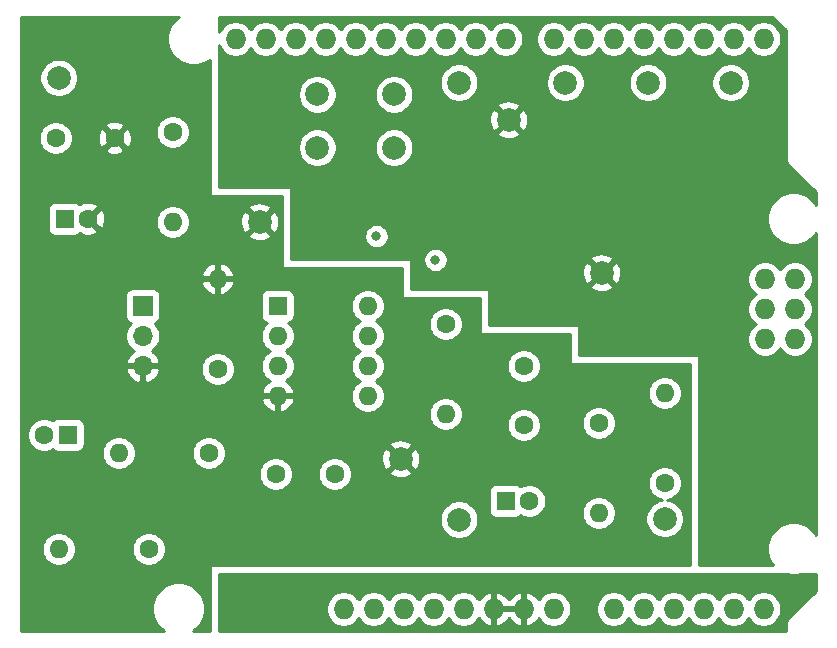
<source format=gbr>
%TF.GenerationSoftware,KiCad,Pcbnew,(5.1.5)-3*%
%TF.CreationDate,2020-05-16T01:35:25+02:00*%
%TF.ProjectId,DopplerShiftRadarModule,446f7070-6c65-4725-9368-696674526164,v1.1*%
%TF.SameCoordinates,Original*%
%TF.FileFunction,Copper,L2,Inr*%
%TF.FilePolarity,Positive*%
%FSLAX46Y46*%
G04 Gerber Fmt 4.6, Leading zero omitted, Abs format (unit mm)*
G04 Created by KiCad (PCBNEW (5.1.5)-3) date 2020-05-16 01:35:25*
%MOMM*%
%LPD*%
G04 APERTURE LIST*
%ADD10O,1.727200X1.727200*%
%ADD11R,1.600000X1.600000*%
%ADD12C,1.600000*%
%ADD13C,2.000000*%
%ADD14R,1.700000X1.700000*%
%ADD15O,1.700000X1.700000*%
%ADD16O,1.600000X1.600000*%
%ADD17C,0.800000*%
%ADD18C,0.254000*%
G04 APERTURE END LIST*
D10*
X145923000Y-102616000D03*
X145796000Y-130556000D03*
X143256000Y-130556000D03*
X140716000Y-130556000D03*
X138176000Y-130556000D03*
X135636000Y-130556000D03*
X110236000Y-130556000D03*
X116332000Y-82296000D03*
X113792000Y-82296000D03*
X111252000Y-82296000D03*
X106172000Y-82296000D03*
X103632000Y-82296000D03*
X101092000Y-82296000D03*
X118872000Y-82296000D03*
X121412000Y-82296000D03*
X123952000Y-82296000D03*
X108712000Y-82296000D03*
X128016000Y-82296000D03*
X130556000Y-82296000D03*
X133096000Y-82296000D03*
X135636000Y-82296000D03*
X138176000Y-82296000D03*
X140716000Y-82296000D03*
X143256000Y-82296000D03*
X145796000Y-82296000D03*
X112776000Y-130556000D03*
X115316000Y-130556000D03*
X117856000Y-130556000D03*
X120396000Y-130556000D03*
X122936000Y-130556000D03*
X125476000Y-130556000D03*
X128016000Y-130556000D03*
X133096000Y-130556000D03*
X148463000Y-102616000D03*
X145923000Y-105156000D03*
X148463000Y-105156000D03*
X148463000Y-107696000D03*
X145923000Y-107696000D03*
D11*
X86868000Y-115824000D03*
D12*
X84868000Y-115824000D03*
X88614000Y-97536000D03*
D11*
X86614000Y-97536000D03*
D12*
X104474000Y-119126000D03*
X109474000Y-119126000D03*
X85852000Y-90678000D03*
X90852000Y-90678000D03*
D11*
X123952000Y-121412000D03*
D12*
X125952000Y-121412000D03*
X125476000Y-109982000D03*
X125476000Y-114982000D03*
D13*
X137414000Y-122936000D03*
D14*
X93218000Y-104902000D03*
D15*
X93218000Y-107442000D03*
X93218000Y-109982000D03*
D13*
X132080000Y-102108000D03*
X86106000Y-85598000D03*
X120000000Y-123000000D03*
X103124000Y-97790000D03*
X124206000Y-89154000D03*
X115062000Y-117856000D03*
X120000000Y-86000000D03*
X143000000Y-86000000D03*
X136000000Y-86000000D03*
X129000000Y-86000000D03*
D16*
X95758000Y-97790000D03*
D12*
X95758000Y-90170000D03*
X99568000Y-110236000D03*
D16*
X99568000Y-102616000D03*
D12*
X93726000Y-125476000D03*
D16*
X86106000Y-125476000D03*
D12*
X98806000Y-117348000D03*
D16*
X91186000Y-117348000D03*
D12*
X131826000Y-114808000D03*
D16*
X131826000Y-122428000D03*
X118872000Y-114046000D03*
D12*
X118872000Y-106426000D03*
X137414000Y-119888000D03*
D16*
X137414000Y-112268000D03*
D13*
X108000000Y-91500000D03*
X108000000Y-87000000D03*
X114500000Y-91500000D03*
X114500000Y-87000000D03*
D11*
X104648000Y-104902000D03*
D16*
X112268000Y-112522000D03*
X104648000Y-107442000D03*
X112268000Y-109982000D03*
X104648000Y-109982000D03*
X112268000Y-107442000D03*
X104648000Y-112522000D03*
X112268000Y-104902000D03*
D17*
X113000000Y-99000000D03*
X118000000Y-101000000D03*
D18*
G36*
X96111271Y-80559962D02*
G01*
X95799962Y-80871271D01*
X95555369Y-81237331D01*
X95386890Y-81644075D01*
X95301000Y-82075872D01*
X95301000Y-82516128D01*
X95386890Y-82947925D01*
X95555369Y-83354669D01*
X95799962Y-83720729D01*
X96111271Y-84032038D01*
X96477331Y-84276631D01*
X96884075Y-84445110D01*
X97315872Y-84531000D01*
X97756128Y-84531000D01*
X98187925Y-84445110D01*
X98594669Y-84276631D01*
X98933000Y-84050566D01*
X98933000Y-95504000D01*
X98935440Y-95528776D01*
X98942667Y-95552601D01*
X98954403Y-95574557D01*
X98970197Y-95593803D01*
X98989443Y-95609597D01*
X99011399Y-95621333D01*
X99035224Y-95628560D01*
X99060000Y-95631000D01*
X105029000Y-95631000D01*
X105029000Y-101600000D01*
X105031440Y-101624776D01*
X105038667Y-101648601D01*
X105050403Y-101670557D01*
X105066197Y-101689803D01*
X105085443Y-101705597D01*
X105107399Y-101717333D01*
X105131224Y-101724560D01*
X105156000Y-101727000D01*
X115189000Y-101727000D01*
X115189000Y-104140000D01*
X115191440Y-104164776D01*
X115198667Y-104188601D01*
X115210403Y-104210557D01*
X115226197Y-104229803D01*
X115245443Y-104245597D01*
X115267399Y-104257333D01*
X115291224Y-104264560D01*
X115316000Y-104267000D01*
X121793000Y-104267000D01*
X121793000Y-107188000D01*
X121795440Y-107212776D01*
X121802667Y-107236601D01*
X121814403Y-107258557D01*
X121830197Y-107277803D01*
X121849443Y-107293597D01*
X121871399Y-107305333D01*
X121895224Y-107312560D01*
X121920000Y-107315000D01*
X129413000Y-107315000D01*
X129413000Y-109728000D01*
X129415440Y-109752776D01*
X129422667Y-109776601D01*
X129434403Y-109798557D01*
X129450197Y-109817803D01*
X129469443Y-109833597D01*
X129491399Y-109845333D01*
X129515224Y-109852560D01*
X129540000Y-109855000D01*
X139573000Y-109855000D01*
X139573000Y-126873000D01*
X99060000Y-126873000D01*
X99035224Y-126875440D01*
X99011399Y-126882667D01*
X98989443Y-126894403D01*
X98970197Y-126910197D01*
X98954403Y-126929443D01*
X98942667Y-126951399D01*
X98935440Y-126975224D01*
X98933000Y-127000000D01*
X98933000Y-132436000D01*
X97475274Y-132436000D01*
X97690729Y-132292038D01*
X98002038Y-131980729D01*
X98246631Y-131614669D01*
X98415110Y-131207925D01*
X98501000Y-130776128D01*
X98501000Y-130335872D01*
X98415110Y-129904075D01*
X98246631Y-129497331D01*
X98002038Y-129131271D01*
X97690729Y-128819962D01*
X97324669Y-128575369D01*
X96917925Y-128406890D01*
X96486128Y-128321000D01*
X96045872Y-128321000D01*
X95614075Y-128406890D01*
X95207331Y-128575369D01*
X94841271Y-128819962D01*
X94529962Y-129131271D01*
X94285369Y-129497331D01*
X94116890Y-129904075D01*
X94031000Y-130335872D01*
X94031000Y-130776128D01*
X94116890Y-131207925D01*
X94285369Y-131614669D01*
X94529962Y-131980729D01*
X94841271Y-132292038D01*
X95056726Y-132436000D01*
X82956000Y-132436000D01*
X82956000Y-125334665D01*
X84671000Y-125334665D01*
X84671000Y-125617335D01*
X84726147Y-125894574D01*
X84834320Y-126155727D01*
X84991363Y-126390759D01*
X85191241Y-126590637D01*
X85426273Y-126747680D01*
X85687426Y-126855853D01*
X85964665Y-126911000D01*
X86247335Y-126911000D01*
X86524574Y-126855853D01*
X86785727Y-126747680D01*
X87020759Y-126590637D01*
X87220637Y-126390759D01*
X87377680Y-126155727D01*
X87485853Y-125894574D01*
X87541000Y-125617335D01*
X87541000Y-125334665D01*
X92291000Y-125334665D01*
X92291000Y-125617335D01*
X92346147Y-125894574D01*
X92454320Y-126155727D01*
X92611363Y-126390759D01*
X92811241Y-126590637D01*
X93046273Y-126747680D01*
X93307426Y-126855853D01*
X93584665Y-126911000D01*
X93867335Y-126911000D01*
X94144574Y-126855853D01*
X94405727Y-126747680D01*
X94640759Y-126590637D01*
X94840637Y-126390759D01*
X94997680Y-126155727D01*
X95105853Y-125894574D01*
X95161000Y-125617335D01*
X95161000Y-125334665D01*
X95105853Y-125057426D01*
X94997680Y-124796273D01*
X94840637Y-124561241D01*
X94640759Y-124361363D01*
X94405727Y-124204320D01*
X94144574Y-124096147D01*
X93867335Y-124041000D01*
X93584665Y-124041000D01*
X93307426Y-124096147D01*
X93046273Y-124204320D01*
X92811241Y-124361363D01*
X92611363Y-124561241D01*
X92454320Y-124796273D01*
X92346147Y-125057426D01*
X92291000Y-125334665D01*
X87541000Y-125334665D01*
X87485853Y-125057426D01*
X87377680Y-124796273D01*
X87220637Y-124561241D01*
X87020759Y-124361363D01*
X86785727Y-124204320D01*
X86524574Y-124096147D01*
X86247335Y-124041000D01*
X85964665Y-124041000D01*
X85687426Y-124096147D01*
X85426273Y-124204320D01*
X85191241Y-124361363D01*
X84991363Y-124561241D01*
X84834320Y-124796273D01*
X84726147Y-125057426D01*
X84671000Y-125334665D01*
X82956000Y-125334665D01*
X82956000Y-122838967D01*
X118365000Y-122838967D01*
X118365000Y-123161033D01*
X118427832Y-123476912D01*
X118551082Y-123774463D01*
X118730013Y-124042252D01*
X118957748Y-124269987D01*
X119225537Y-124448918D01*
X119523088Y-124572168D01*
X119838967Y-124635000D01*
X120161033Y-124635000D01*
X120476912Y-124572168D01*
X120774463Y-124448918D01*
X121042252Y-124269987D01*
X121269987Y-124042252D01*
X121448918Y-123774463D01*
X121572168Y-123476912D01*
X121635000Y-123161033D01*
X121635000Y-122838967D01*
X121572168Y-122523088D01*
X121448918Y-122225537D01*
X121269987Y-121957748D01*
X121042252Y-121730013D01*
X120774463Y-121551082D01*
X120476912Y-121427832D01*
X120161033Y-121365000D01*
X119838967Y-121365000D01*
X119523088Y-121427832D01*
X119225537Y-121551082D01*
X118957748Y-121730013D01*
X118730013Y-121957748D01*
X118551082Y-122225537D01*
X118427832Y-122523088D01*
X118365000Y-122838967D01*
X82956000Y-122838967D01*
X82956000Y-120612000D01*
X122513928Y-120612000D01*
X122513928Y-122212000D01*
X122526188Y-122336482D01*
X122562498Y-122456180D01*
X122621463Y-122566494D01*
X122700815Y-122663185D01*
X122797506Y-122742537D01*
X122907820Y-122801502D01*
X123027518Y-122837812D01*
X123152000Y-122850072D01*
X124752000Y-122850072D01*
X124876482Y-122837812D01*
X124996180Y-122801502D01*
X125106494Y-122742537D01*
X125203185Y-122663185D01*
X125216790Y-122646607D01*
X125272273Y-122683680D01*
X125533426Y-122791853D01*
X125810665Y-122847000D01*
X126093335Y-122847000D01*
X126370574Y-122791853D01*
X126631727Y-122683680D01*
X126866759Y-122526637D01*
X127066637Y-122326759D01*
X127093426Y-122286665D01*
X130391000Y-122286665D01*
X130391000Y-122569335D01*
X130446147Y-122846574D01*
X130554320Y-123107727D01*
X130711363Y-123342759D01*
X130911241Y-123542637D01*
X131146273Y-123699680D01*
X131407426Y-123807853D01*
X131684665Y-123863000D01*
X131967335Y-123863000D01*
X132244574Y-123807853D01*
X132505727Y-123699680D01*
X132740759Y-123542637D01*
X132940637Y-123342759D01*
X133097680Y-123107727D01*
X133205853Y-122846574D01*
X133220096Y-122774967D01*
X135779000Y-122774967D01*
X135779000Y-123097033D01*
X135841832Y-123412912D01*
X135965082Y-123710463D01*
X136144013Y-123978252D01*
X136371748Y-124205987D01*
X136639537Y-124384918D01*
X136937088Y-124508168D01*
X137252967Y-124571000D01*
X137575033Y-124571000D01*
X137890912Y-124508168D01*
X138188463Y-124384918D01*
X138456252Y-124205987D01*
X138683987Y-123978252D01*
X138862918Y-123710463D01*
X138986168Y-123412912D01*
X139049000Y-123097033D01*
X139049000Y-122774967D01*
X138986168Y-122459088D01*
X138862918Y-122161537D01*
X138683987Y-121893748D01*
X138456252Y-121666013D01*
X138188463Y-121487082D01*
X137890912Y-121363832D01*
X137620484Y-121310041D01*
X137832574Y-121267853D01*
X138093727Y-121159680D01*
X138328759Y-121002637D01*
X138528637Y-120802759D01*
X138685680Y-120567727D01*
X138793853Y-120306574D01*
X138849000Y-120029335D01*
X138849000Y-119746665D01*
X138793853Y-119469426D01*
X138685680Y-119208273D01*
X138528637Y-118973241D01*
X138328759Y-118773363D01*
X138093727Y-118616320D01*
X137832574Y-118508147D01*
X137555335Y-118453000D01*
X137272665Y-118453000D01*
X136995426Y-118508147D01*
X136734273Y-118616320D01*
X136499241Y-118773363D01*
X136299363Y-118973241D01*
X136142320Y-119208273D01*
X136034147Y-119469426D01*
X135979000Y-119746665D01*
X135979000Y-120029335D01*
X136034147Y-120306574D01*
X136142320Y-120567727D01*
X136299363Y-120802759D01*
X136499241Y-121002637D01*
X136734273Y-121159680D01*
X136995426Y-121267853D01*
X137207516Y-121310041D01*
X136937088Y-121363832D01*
X136639537Y-121487082D01*
X136371748Y-121666013D01*
X136144013Y-121893748D01*
X135965082Y-122161537D01*
X135841832Y-122459088D01*
X135779000Y-122774967D01*
X133220096Y-122774967D01*
X133261000Y-122569335D01*
X133261000Y-122286665D01*
X133205853Y-122009426D01*
X133097680Y-121748273D01*
X132940637Y-121513241D01*
X132740759Y-121313363D01*
X132505727Y-121156320D01*
X132244574Y-121048147D01*
X131967335Y-120993000D01*
X131684665Y-120993000D01*
X131407426Y-121048147D01*
X131146273Y-121156320D01*
X130911241Y-121313363D01*
X130711363Y-121513241D01*
X130554320Y-121748273D01*
X130446147Y-122009426D01*
X130391000Y-122286665D01*
X127093426Y-122286665D01*
X127223680Y-122091727D01*
X127331853Y-121830574D01*
X127387000Y-121553335D01*
X127387000Y-121270665D01*
X127331853Y-120993426D01*
X127223680Y-120732273D01*
X127066637Y-120497241D01*
X126866759Y-120297363D01*
X126631727Y-120140320D01*
X126370574Y-120032147D01*
X126093335Y-119977000D01*
X125810665Y-119977000D01*
X125533426Y-120032147D01*
X125272273Y-120140320D01*
X125216790Y-120177393D01*
X125203185Y-120160815D01*
X125106494Y-120081463D01*
X124996180Y-120022498D01*
X124876482Y-119986188D01*
X124752000Y-119973928D01*
X123152000Y-119973928D01*
X123027518Y-119986188D01*
X122907820Y-120022498D01*
X122797506Y-120081463D01*
X122700815Y-120160815D01*
X122621463Y-120257506D01*
X122562498Y-120367820D01*
X122526188Y-120487518D01*
X122513928Y-120612000D01*
X82956000Y-120612000D01*
X82956000Y-118984665D01*
X103039000Y-118984665D01*
X103039000Y-119267335D01*
X103094147Y-119544574D01*
X103202320Y-119805727D01*
X103359363Y-120040759D01*
X103559241Y-120240637D01*
X103794273Y-120397680D01*
X104055426Y-120505853D01*
X104332665Y-120561000D01*
X104615335Y-120561000D01*
X104892574Y-120505853D01*
X105153727Y-120397680D01*
X105388759Y-120240637D01*
X105588637Y-120040759D01*
X105745680Y-119805727D01*
X105853853Y-119544574D01*
X105909000Y-119267335D01*
X105909000Y-118984665D01*
X108039000Y-118984665D01*
X108039000Y-119267335D01*
X108094147Y-119544574D01*
X108202320Y-119805727D01*
X108359363Y-120040759D01*
X108559241Y-120240637D01*
X108794273Y-120397680D01*
X109055426Y-120505853D01*
X109332665Y-120561000D01*
X109615335Y-120561000D01*
X109892574Y-120505853D01*
X110153727Y-120397680D01*
X110388759Y-120240637D01*
X110588637Y-120040759D01*
X110745680Y-119805727D01*
X110853853Y-119544574D01*
X110909000Y-119267335D01*
X110909000Y-118991413D01*
X114106192Y-118991413D01*
X114201956Y-119255814D01*
X114491571Y-119396704D01*
X114803108Y-119478384D01*
X115124595Y-119497718D01*
X115443675Y-119453961D01*
X115748088Y-119348795D01*
X115922044Y-119255814D01*
X116017808Y-118991413D01*
X115062000Y-118035605D01*
X114106192Y-118991413D01*
X110909000Y-118991413D01*
X110909000Y-118984665D01*
X110853853Y-118707426D01*
X110745680Y-118446273D01*
X110588637Y-118211241D01*
X110388759Y-118011363D01*
X110249922Y-117918595D01*
X113420282Y-117918595D01*
X113464039Y-118237675D01*
X113569205Y-118542088D01*
X113662186Y-118716044D01*
X113926587Y-118811808D01*
X114882395Y-117856000D01*
X115241605Y-117856000D01*
X116197413Y-118811808D01*
X116461814Y-118716044D01*
X116602704Y-118426429D01*
X116684384Y-118114892D01*
X116703718Y-117793405D01*
X116659961Y-117474325D01*
X116554795Y-117169912D01*
X116461814Y-116995956D01*
X116197413Y-116900192D01*
X115241605Y-117856000D01*
X114882395Y-117856000D01*
X113926587Y-116900192D01*
X113662186Y-116995956D01*
X113521296Y-117285571D01*
X113439616Y-117597108D01*
X113420282Y-117918595D01*
X110249922Y-117918595D01*
X110153727Y-117854320D01*
X109892574Y-117746147D01*
X109615335Y-117691000D01*
X109332665Y-117691000D01*
X109055426Y-117746147D01*
X108794273Y-117854320D01*
X108559241Y-118011363D01*
X108359363Y-118211241D01*
X108202320Y-118446273D01*
X108094147Y-118707426D01*
X108039000Y-118984665D01*
X105909000Y-118984665D01*
X105853853Y-118707426D01*
X105745680Y-118446273D01*
X105588637Y-118211241D01*
X105388759Y-118011363D01*
X105153727Y-117854320D01*
X104892574Y-117746147D01*
X104615335Y-117691000D01*
X104332665Y-117691000D01*
X104055426Y-117746147D01*
X103794273Y-117854320D01*
X103559241Y-118011363D01*
X103359363Y-118211241D01*
X103202320Y-118446273D01*
X103094147Y-118707426D01*
X103039000Y-118984665D01*
X82956000Y-118984665D01*
X82956000Y-115682665D01*
X83433000Y-115682665D01*
X83433000Y-115965335D01*
X83488147Y-116242574D01*
X83596320Y-116503727D01*
X83753363Y-116738759D01*
X83953241Y-116938637D01*
X84188273Y-117095680D01*
X84449426Y-117203853D01*
X84726665Y-117259000D01*
X85009335Y-117259000D01*
X85286574Y-117203853D01*
X85547727Y-117095680D01*
X85603210Y-117058607D01*
X85616815Y-117075185D01*
X85713506Y-117154537D01*
X85823820Y-117213502D01*
X85943518Y-117249812D01*
X86068000Y-117262072D01*
X87668000Y-117262072D01*
X87792482Y-117249812D01*
X87912180Y-117213502D01*
X87924970Y-117206665D01*
X89751000Y-117206665D01*
X89751000Y-117489335D01*
X89806147Y-117766574D01*
X89914320Y-118027727D01*
X90071363Y-118262759D01*
X90271241Y-118462637D01*
X90506273Y-118619680D01*
X90767426Y-118727853D01*
X91044665Y-118783000D01*
X91327335Y-118783000D01*
X91604574Y-118727853D01*
X91865727Y-118619680D01*
X92100759Y-118462637D01*
X92300637Y-118262759D01*
X92457680Y-118027727D01*
X92565853Y-117766574D01*
X92621000Y-117489335D01*
X92621000Y-117206665D01*
X97371000Y-117206665D01*
X97371000Y-117489335D01*
X97426147Y-117766574D01*
X97534320Y-118027727D01*
X97691363Y-118262759D01*
X97891241Y-118462637D01*
X98126273Y-118619680D01*
X98387426Y-118727853D01*
X98664665Y-118783000D01*
X98947335Y-118783000D01*
X99224574Y-118727853D01*
X99485727Y-118619680D01*
X99720759Y-118462637D01*
X99920637Y-118262759D01*
X100077680Y-118027727D01*
X100185853Y-117766574D01*
X100241000Y-117489335D01*
X100241000Y-117206665D01*
X100185853Y-116929426D01*
X100099350Y-116720587D01*
X114106192Y-116720587D01*
X115062000Y-117676395D01*
X116017808Y-116720587D01*
X115922044Y-116456186D01*
X115632429Y-116315296D01*
X115320892Y-116233616D01*
X114999405Y-116214282D01*
X114680325Y-116258039D01*
X114375912Y-116363205D01*
X114201956Y-116456186D01*
X114106192Y-116720587D01*
X100099350Y-116720587D01*
X100077680Y-116668273D01*
X99920637Y-116433241D01*
X99720759Y-116233363D01*
X99485727Y-116076320D01*
X99224574Y-115968147D01*
X98947335Y-115913000D01*
X98664665Y-115913000D01*
X98387426Y-115968147D01*
X98126273Y-116076320D01*
X97891241Y-116233363D01*
X97691363Y-116433241D01*
X97534320Y-116668273D01*
X97426147Y-116929426D01*
X97371000Y-117206665D01*
X92621000Y-117206665D01*
X92565853Y-116929426D01*
X92457680Y-116668273D01*
X92300637Y-116433241D01*
X92100759Y-116233363D01*
X91865727Y-116076320D01*
X91604574Y-115968147D01*
X91327335Y-115913000D01*
X91044665Y-115913000D01*
X90767426Y-115968147D01*
X90506273Y-116076320D01*
X90271241Y-116233363D01*
X90071363Y-116433241D01*
X89914320Y-116668273D01*
X89806147Y-116929426D01*
X89751000Y-117206665D01*
X87924970Y-117206665D01*
X88022494Y-117154537D01*
X88119185Y-117075185D01*
X88198537Y-116978494D01*
X88257502Y-116868180D01*
X88293812Y-116748482D01*
X88306072Y-116624000D01*
X88306072Y-115024000D01*
X88293812Y-114899518D01*
X88257502Y-114779820D01*
X88198537Y-114669506D01*
X88119185Y-114572815D01*
X88022494Y-114493463D01*
X87912180Y-114434498D01*
X87792482Y-114398188D01*
X87668000Y-114385928D01*
X86068000Y-114385928D01*
X85943518Y-114398188D01*
X85823820Y-114434498D01*
X85713506Y-114493463D01*
X85616815Y-114572815D01*
X85603210Y-114589393D01*
X85547727Y-114552320D01*
X85286574Y-114444147D01*
X85009335Y-114389000D01*
X84726665Y-114389000D01*
X84449426Y-114444147D01*
X84188273Y-114552320D01*
X83953241Y-114709363D01*
X83753363Y-114909241D01*
X83596320Y-115144273D01*
X83488147Y-115405426D01*
X83433000Y-115682665D01*
X82956000Y-115682665D01*
X82956000Y-112871039D01*
X103256096Y-112871039D01*
X103296754Y-113005087D01*
X103416963Y-113259420D01*
X103584481Y-113485414D01*
X103792869Y-113674385D01*
X104034119Y-113819070D01*
X104298960Y-113913909D01*
X104521000Y-113792624D01*
X104521000Y-112649000D01*
X104775000Y-112649000D01*
X104775000Y-113792624D01*
X104997040Y-113913909D01*
X105261881Y-113819070D01*
X105503131Y-113674385D01*
X105711519Y-113485414D01*
X105879037Y-113259420D01*
X105999246Y-113005087D01*
X106039904Y-112871039D01*
X105917915Y-112649000D01*
X104775000Y-112649000D01*
X104521000Y-112649000D01*
X103378085Y-112649000D01*
X103256096Y-112871039D01*
X82956000Y-112871039D01*
X82956000Y-110338890D01*
X91776524Y-110338890D01*
X91821175Y-110486099D01*
X91946359Y-110748920D01*
X92120412Y-110982269D01*
X92336645Y-111177178D01*
X92586748Y-111326157D01*
X92861109Y-111423481D01*
X93091000Y-111302814D01*
X93091000Y-110109000D01*
X93345000Y-110109000D01*
X93345000Y-111302814D01*
X93574891Y-111423481D01*
X93849252Y-111326157D01*
X94099355Y-111177178D01*
X94315588Y-110982269D01*
X94489641Y-110748920D01*
X94614825Y-110486099D01*
X94659476Y-110338890D01*
X94538155Y-110109000D01*
X93345000Y-110109000D01*
X93091000Y-110109000D01*
X91897845Y-110109000D01*
X91776524Y-110338890D01*
X82956000Y-110338890D01*
X82956000Y-110094665D01*
X98133000Y-110094665D01*
X98133000Y-110377335D01*
X98188147Y-110654574D01*
X98296320Y-110915727D01*
X98453363Y-111150759D01*
X98653241Y-111350637D01*
X98888273Y-111507680D01*
X99149426Y-111615853D01*
X99426665Y-111671000D01*
X99709335Y-111671000D01*
X99986574Y-111615853D01*
X100247727Y-111507680D01*
X100482759Y-111350637D01*
X100682637Y-111150759D01*
X100839680Y-110915727D01*
X100947853Y-110654574D01*
X101003000Y-110377335D01*
X101003000Y-110094665D01*
X100947853Y-109817426D01*
X100839680Y-109556273D01*
X100682637Y-109321241D01*
X100482759Y-109121363D01*
X100247727Y-108964320D01*
X99986574Y-108856147D01*
X99709335Y-108801000D01*
X99426665Y-108801000D01*
X99149426Y-108856147D01*
X98888273Y-108964320D01*
X98653241Y-109121363D01*
X98453363Y-109321241D01*
X98296320Y-109556273D01*
X98188147Y-109817426D01*
X98133000Y-110094665D01*
X82956000Y-110094665D01*
X82956000Y-104052000D01*
X91729928Y-104052000D01*
X91729928Y-105752000D01*
X91742188Y-105876482D01*
X91778498Y-105996180D01*
X91837463Y-106106494D01*
X91916815Y-106203185D01*
X92013506Y-106282537D01*
X92123820Y-106341502D01*
X92196380Y-106363513D01*
X92064525Y-106495368D01*
X91902010Y-106738589D01*
X91790068Y-107008842D01*
X91733000Y-107295740D01*
X91733000Y-107588260D01*
X91790068Y-107875158D01*
X91902010Y-108145411D01*
X92064525Y-108388632D01*
X92271368Y-108595475D01*
X92453534Y-108717195D01*
X92336645Y-108786822D01*
X92120412Y-108981731D01*
X91946359Y-109215080D01*
X91821175Y-109477901D01*
X91776524Y-109625110D01*
X91897845Y-109855000D01*
X93091000Y-109855000D01*
X93091000Y-109835000D01*
X93345000Y-109835000D01*
X93345000Y-109855000D01*
X94538155Y-109855000D01*
X94659476Y-109625110D01*
X94614825Y-109477901D01*
X94489641Y-109215080D01*
X94315588Y-108981731D01*
X94099355Y-108786822D01*
X93982466Y-108717195D01*
X94164632Y-108595475D01*
X94371475Y-108388632D01*
X94533990Y-108145411D01*
X94645932Y-107875158D01*
X94703000Y-107588260D01*
X94703000Y-107295740D01*
X94645932Y-107008842D01*
X94533990Y-106738589D01*
X94371475Y-106495368D01*
X94239620Y-106363513D01*
X94312180Y-106341502D01*
X94422494Y-106282537D01*
X94519185Y-106203185D01*
X94598537Y-106106494D01*
X94657502Y-105996180D01*
X94693812Y-105876482D01*
X94706072Y-105752000D01*
X94706072Y-104102000D01*
X103209928Y-104102000D01*
X103209928Y-105702000D01*
X103222188Y-105826482D01*
X103258498Y-105946180D01*
X103317463Y-106056494D01*
X103396815Y-106153185D01*
X103493506Y-106232537D01*
X103603820Y-106291502D01*
X103723518Y-106327812D01*
X103731961Y-106328643D01*
X103533363Y-106527241D01*
X103376320Y-106762273D01*
X103268147Y-107023426D01*
X103213000Y-107300665D01*
X103213000Y-107583335D01*
X103268147Y-107860574D01*
X103376320Y-108121727D01*
X103533363Y-108356759D01*
X103733241Y-108556637D01*
X103965759Y-108712000D01*
X103733241Y-108867363D01*
X103533363Y-109067241D01*
X103376320Y-109302273D01*
X103268147Y-109563426D01*
X103213000Y-109840665D01*
X103213000Y-110123335D01*
X103268147Y-110400574D01*
X103376320Y-110661727D01*
X103533363Y-110896759D01*
X103733241Y-111096637D01*
X103968273Y-111253680D01*
X103978865Y-111258067D01*
X103792869Y-111369615D01*
X103584481Y-111558586D01*
X103416963Y-111784580D01*
X103296754Y-112038913D01*
X103256096Y-112172961D01*
X103378085Y-112395000D01*
X104521000Y-112395000D01*
X104521000Y-112375000D01*
X104775000Y-112375000D01*
X104775000Y-112395000D01*
X105917915Y-112395000D01*
X106039904Y-112172961D01*
X105999246Y-112038913D01*
X105879037Y-111784580D01*
X105711519Y-111558586D01*
X105503131Y-111369615D01*
X105317135Y-111258067D01*
X105327727Y-111253680D01*
X105562759Y-111096637D01*
X105762637Y-110896759D01*
X105919680Y-110661727D01*
X106027853Y-110400574D01*
X106083000Y-110123335D01*
X106083000Y-109840665D01*
X106027853Y-109563426D01*
X105919680Y-109302273D01*
X105762637Y-109067241D01*
X105562759Y-108867363D01*
X105330241Y-108712000D01*
X105562759Y-108556637D01*
X105762637Y-108356759D01*
X105919680Y-108121727D01*
X106027853Y-107860574D01*
X106083000Y-107583335D01*
X106083000Y-107300665D01*
X106027853Y-107023426D01*
X105919680Y-106762273D01*
X105762637Y-106527241D01*
X105564039Y-106328643D01*
X105572482Y-106327812D01*
X105692180Y-106291502D01*
X105802494Y-106232537D01*
X105899185Y-106153185D01*
X105978537Y-106056494D01*
X106037502Y-105946180D01*
X106073812Y-105826482D01*
X106086072Y-105702000D01*
X106086072Y-104760665D01*
X110833000Y-104760665D01*
X110833000Y-105043335D01*
X110888147Y-105320574D01*
X110996320Y-105581727D01*
X111153363Y-105816759D01*
X111353241Y-106016637D01*
X111585759Y-106172000D01*
X111353241Y-106327363D01*
X111153363Y-106527241D01*
X110996320Y-106762273D01*
X110888147Y-107023426D01*
X110833000Y-107300665D01*
X110833000Y-107583335D01*
X110888147Y-107860574D01*
X110996320Y-108121727D01*
X111153363Y-108356759D01*
X111353241Y-108556637D01*
X111585759Y-108712000D01*
X111353241Y-108867363D01*
X111153363Y-109067241D01*
X110996320Y-109302273D01*
X110888147Y-109563426D01*
X110833000Y-109840665D01*
X110833000Y-110123335D01*
X110888147Y-110400574D01*
X110996320Y-110661727D01*
X111153363Y-110896759D01*
X111353241Y-111096637D01*
X111585759Y-111252000D01*
X111353241Y-111407363D01*
X111153363Y-111607241D01*
X110996320Y-111842273D01*
X110888147Y-112103426D01*
X110833000Y-112380665D01*
X110833000Y-112663335D01*
X110888147Y-112940574D01*
X110996320Y-113201727D01*
X111153363Y-113436759D01*
X111353241Y-113636637D01*
X111588273Y-113793680D01*
X111849426Y-113901853D01*
X112126665Y-113957000D01*
X112409335Y-113957000D01*
X112672437Y-113904665D01*
X117437000Y-113904665D01*
X117437000Y-114187335D01*
X117492147Y-114464574D01*
X117600320Y-114725727D01*
X117757363Y-114960759D01*
X117957241Y-115160637D01*
X118192273Y-115317680D01*
X118453426Y-115425853D01*
X118730665Y-115481000D01*
X119013335Y-115481000D01*
X119290574Y-115425853D01*
X119551727Y-115317680D01*
X119786759Y-115160637D01*
X119986637Y-114960759D01*
X120066881Y-114840665D01*
X124041000Y-114840665D01*
X124041000Y-115123335D01*
X124096147Y-115400574D01*
X124204320Y-115661727D01*
X124361363Y-115896759D01*
X124561241Y-116096637D01*
X124796273Y-116253680D01*
X125057426Y-116361853D01*
X125334665Y-116417000D01*
X125617335Y-116417000D01*
X125894574Y-116361853D01*
X126155727Y-116253680D01*
X126390759Y-116096637D01*
X126590637Y-115896759D01*
X126747680Y-115661727D01*
X126855853Y-115400574D01*
X126911000Y-115123335D01*
X126911000Y-114840665D01*
X126876389Y-114666665D01*
X130391000Y-114666665D01*
X130391000Y-114949335D01*
X130446147Y-115226574D01*
X130554320Y-115487727D01*
X130711363Y-115722759D01*
X130911241Y-115922637D01*
X131146273Y-116079680D01*
X131407426Y-116187853D01*
X131684665Y-116243000D01*
X131967335Y-116243000D01*
X132244574Y-116187853D01*
X132505727Y-116079680D01*
X132740759Y-115922637D01*
X132940637Y-115722759D01*
X133097680Y-115487727D01*
X133205853Y-115226574D01*
X133261000Y-114949335D01*
X133261000Y-114666665D01*
X133205853Y-114389426D01*
X133097680Y-114128273D01*
X132940637Y-113893241D01*
X132740759Y-113693363D01*
X132505727Y-113536320D01*
X132244574Y-113428147D01*
X131967335Y-113373000D01*
X131684665Y-113373000D01*
X131407426Y-113428147D01*
X131146273Y-113536320D01*
X130911241Y-113693363D01*
X130711363Y-113893241D01*
X130554320Y-114128273D01*
X130446147Y-114389426D01*
X130391000Y-114666665D01*
X126876389Y-114666665D01*
X126855853Y-114563426D01*
X126747680Y-114302273D01*
X126590637Y-114067241D01*
X126390759Y-113867363D01*
X126155727Y-113710320D01*
X125894574Y-113602147D01*
X125617335Y-113547000D01*
X125334665Y-113547000D01*
X125057426Y-113602147D01*
X124796273Y-113710320D01*
X124561241Y-113867363D01*
X124361363Y-114067241D01*
X124204320Y-114302273D01*
X124096147Y-114563426D01*
X124041000Y-114840665D01*
X120066881Y-114840665D01*
X120143680Y-114725727D01*
X120251853Y-114464574D01*
X120307000Y-114187335D01*
X120307000Y-113904665D01*
X120251853Y-113627426D01*
X120143680Y-113366273D01*
X119986637Y-113131241D01*
X119786759Y-112931363D01*
X119551727Y-112774320D01*
X119290574Y-112666147D01*
X119013335Y-112611000D01*
X118730665Y-112611000D01*
X118453426Y-112666147D01*
X118192273Y-112774320D01*
X117957241Y-112931363D01*
X117757363Y-113131241D01*
X117600320Y-113366273D01*
X117492147Y-113627426D01*
X117437000Y-113904665D01*
X112672437Y-113904665D01*
X112686574Y-113901853D01*
X112947727Y-113793680D01*
X113182759Y-113636637D01*
X113382637Y-113436759D01*
X113539680Y-113201727D01*
X113647853Y-112940574D01*
X113703000Y-112663335D01*
X113703000Y-112380665D01*
X113652476Y-112126665D01*
X135979000Y-112126665D01*
X135979000Y-112409335D01*
X136034147Y-112686574D01*
X136142320Y-112947727D01*
X136299363Y-113182759D01*
X136499241Y-113382637D01*
X136734273Y-113539680D01*
X136995426Y-113647853D01*
X137272665Y-113703000D01*
X137555335Y-113703000D01*
X137832574Y-113647853D01*
X138093727Y-113539680D01*
X138328759Y-113382637D01*
X138528637Y-113182759D01*
X138685680Y-112947727D01*
X138793853Y-112686574D01*
X138849000Y-112409335D01*
X138849000Y-112126665D01*
X138793853Y-111849426D01*
X138685680Y-111588273D01*
X138528637Y-111353241D01*
X138328759Y-111153363D01*
X138093727Y-110996320D01*
X137832574Y-110888147D01*
X137555335Y-110833000D01*
X137272665Y-110833000D01*
X136995426Y-110888147D01*
X136734273Y-110996320D01*
X136499241Y-111153363D01*
X136299363Y-111353241D01*
X136142320Y-111588273D01*
X136034147Y-111849426D01*
X135979000Y-112126665D01*
X113652476Y-112126665D01*
X113647853Y-112103426D01*
X113539680Y-111842273D01*
X113382637Y-111607241D01*
X113182759Y-111407363D01*
X112950241Y-111252000D01*
X113182759Y-111096637D01*
X113382637Y-110896759D01*
X113539680Y-110661727D01*
X113647853Y-110400574D01*
X113703000Y-110123335D01*
X113703000Y-109840665D01*
X124041000Y-109840665D01*
X124041000Y-110123335D01*
X124096147Y-110400574D01*
X124204320Y-110661727D01*
X124361363Y-110896759D01*
X124561241Y-111096637D01*
X124796273Y-111253680D01*
X125057426Y-111361853D01*
X125334665Y-111417000D01*
X125617335Y-111417000D01*
X125894574Y-111361853D01*
X126155727Y-111253680D01*
X126390759Y-111096637D01*
X126590637Y-110896759D01*
X126747680Y-110661727D01*
X126855853Y-110400574D01*
X126911000Y-110123335D01*
X126911000Y-109840665D01*
X126855853Y-109563426D01*
X126747680Y-109302273D01*
X126590637Y-109067241D01*
X126390759Y-108867363D01*
X126155727Y-108710320D01*
X125894574Y-108602147D01*
X125617335Y-108547000D01*
X125334665Y-108547000D01*
X125057426Y-108602147D01*
X124796273Y-108710320D01*
X124561241Y-108867363D01*
X124361363Y-109067241D01*
X124204320Y-109302273D01*
X124096147Y-109563426D01*
X124041000Y-109840665D01*
X113703000Y-109840665D01*
X113647853Y-109563426D01*
X113539680Y-109302273D01*
X113382637Y-109067241D01*
X113182759Y-108867363D01*
X112950241Y-108712000D01*
X113182759Y-108556637D01*
X113382637Y-108356759D01*
X113539680Y-108121727D01*
X113647853Y-107860574D01*
X113703000Y-107583335D01*
X113703000Y-107300665D01*
X113647853Y-107023426D01*
X113539680Y-106762273D01*
X113382637Y-106527241D01*
X113182759Y-106327363D01*
X113118857Y-106284665D01*
X117437000Y-106284665D01*
X117437000Y-106567335D01*
X117492147Y-106844574D01*
X117600320Y-107105727D01*
X117757363Y-107340759D01*
X117957241Y-107540637D01*
X118192273Y-107697680D01*
X118453426Y-107805853D01*
X118730665Y-107861000D01*
X119013335Y-107861000D01*
X119290574Y-107805853D01*
X119551727Y-107697680D01*
X119786759Y-107540637D01*
X119986637Y-107340759D01*
X120143680Y-107105727D01*
X120251853Y-106844574D01*
X120307000Y-106567335D01*
X120307000Y-106284665D01*
X120251853Y-106007426D01*
X120143680Y-105746273D01*
X119986637Y-105511241D01*
X119786759Y-105311363D01*
X119551727Y-105154320D01*
X119290574Y-105046147D01*
X119013335Y-104991000D01*
X118730665Y-104991000D01*
X118453426Y-105046147D01*
X118192273Y-105154320D01*
X117957241Y-105311363D01*
X117757363Y-105511241D01*
X117600320Y-105746273D01*
X117492147Y-106007426D01*
X117437000Y-106284665D01*
X113118857Y-106284665D01*
X112950241Y-106172000D01*
X113182759Y-106016637D01*
X113382637Y-105816759D01*
X113539680Y-105581727D01*
X113647853Y-105320574D01*
X113703000Y-105043335D01*
X113703000Y-104760665D01*
X113647853Y-104483426D01*
X113539680Y-104222273D01*
X113382637Y-103987241D01*
X113182759Y-103787363D01*
X112947727Y-103630320D01*
X112686574Y-103522147D01*
X112409335Y-103467000D01*
X112126665Y-103467000D01*
X111849426Y-103522147D01*
X111588273Y-103630320D01*
X111353241Y-103787363D01*
X111153363Y-103987241D01*
X110996320Y-104222273D01*
X110888147Y-104483426D01*
X110833000Y-104760665D01*
X106086072Y-104760665D01*
X106086072Y-104102000D01*
X106073812Y-103977518D01*
X106037502Y-103857820D01*
X105978537Y-103747506D01*
X105899185Y-103650815D01*
X105802494Y-103571463D01*
X105692180Y-103512498D01*
X105572482Y-103476188D01*
X105448000Y-103463928D01*
X103848000Y-103463928D01*
X103723518Y-103476188D01*
X103603820Y-103512498D01*
X103493506Y-103571463D01*
X103396815Y-103650815D01*
X103317463Y-103747506D01*
X103258498Y-103857820D01*
X103222188Y-103977518D01*
X103209928Y-104102000D01*
X94706072Y-104102000D01*
X94706072Y-104052000D01*
X94693812Y-103927518D01*
X94657502Y-103807820D01*
X94598537Y-103697506D01*
X94519185Y-103600815D01*
X94422494Y-103521463D01*
X94312180Y-103462498D01*
X94192482Y-103426188D01*
X94068000Y-103413928D01*
X92368000Y-103413928D01*
X92243518Y-103426188D01*
X92123820Y-103462498D01*
X92013506Y-103521463D01*
X91916815Y-103600815D01*
X91837463Y-103697506D01*
X91778498Y-103807820D01*
X91742188Y-103927518D01*
X91729928Y-104052000D01*
X82956000Y-104052000D01*
X82956000Y-102965040D01*
X98176091Y-102965040D01*
X98270930Y-103229881D01*
X98415615Y-103471131D01*
X98604586Y-103679519D01*
X98830580Y-103847037D01*
X99084913Y-103967246D01*
X99218961Y-104007904D01*
X99441000Y-103885915D01*
X99441000Y-102743000D01*
X99695000Y-102743000D01*
X99695000Y-103885915D01*
X99917039Y-104007904D01*
X100051087Y-103967246D01*
X100305420Y-103847037D01*
X100531414Y-103679519D01*
X100720385Y-103471131D01*
X100865070Y-103229881D01*
X100959909Y-102965040D01*
X100838624Y-102743000D01*
X99695000Y-102743000D01*
X99441000Y-102743000D01*
X98297376Y-102743000D01*
X98176091Y-102965040D01*
X82956000Y-102965040D01*
X82956000Y-102266960D01*
X98176091Y-102266960D01*
X98297376Y-102489000D01*
X99441000Y-102489000D01*
X99441000Y-101346085D01*
X99695000Y-101346085D01*
X99695000Y-102489000D01*
X100838624Y-102489000D01*
X100959909Y-102266960D01*
X100865070Y-102002119D01*
X100720385Y-101760869D01*
X100531414Y-101552481D01*
X100305420Y-101384963D01*
X100051087Y-101264754D01*
X99917039Y-101224096D01*
X99695000Y-101346085D01*
X99441000Y-101346085D01*
X99218961Y-101224096D01*
X99084913Y-101264754D01*
X98830580Y-101384963D01*
X98604586Y-101552481D01*
X98415615Y-101760869D01*
X98270930Y-102002119D01*
X98176091Y-102266960D01*
X82956000Y-102266960D01*
X82956000Y-96736000D01*
X85175928Y-96736000D01*
X85175928Y-98336000D01*
X85188188Y-98460482D01*
X85224498Y-98580180D01*
X85283463Y-98690494D01*
X85362815Y-98787185D01*
X85459506Y-98866537D01*
X85569820Y-98925502D01*
X85689518Y-98961812D01*
X85814000Y-98974072D01*
X87414000Y-98974072D01*
X87538482Y-98961812D01*
X87658180Y-98925502D01*
X87768494Y-98866537D01*
X87865185Y-98787185D01*
X87875807Y-98774242D01*
X88127996Y-98893571D01*
X88402184Y-98962300D01*
X88684512Y-98976217D01*
X88964130Y-98934787D01*
X89230292Y-98839603D01*
X89355514Y-98772671D01*
X89427097Y-98528702D01*
X88614000Y-97715605D01*
X88599858Y-97729748D01*
X88420253Y-97550143D01*
X88434395Y-97536000D01*
X88793605Y-97536000D01*
X89606702Y-98349097D01*
X89850671Y-98277514D01*
X89971571Y-98022004D01*
X90040300Y-97747816D01*
X90045187Y-97648665D01*
X94323000Y-97648665D01*
X94323000Y-97931335D01*
X94378147Y-98208574D01*
X94486320Y-98469727D01*
X94643363Y-98704759D01*
X94843241Y-98904637D01*
X95078273Y-99061680D01*
X95339426Y-99169853D01*
X95616665Y-99225000D01*
X95899335Y-99225000D01*
X96176574Y-99169853D01*
X96437727Y-99061680D01*
X96641665Y-98925413D01*
X102168192Y-98925413D01*
X102263956Y-99189814D01*
X102553571Y-99330704D01*
X102865108Y-99412384D01*
X103186595Y-99431718D01*
X103505675Y-99387961D01*
X103810088Y-99282795D01*
X103984044Y-99189814D01*
X104079808Y-98925413D01*
X103124000Y-97969605D01*
X102168192Y-98925413D01*
X96641665Y-98925413D01*
X96672759Y-98904637D01*
X96872637Y-98704759D01*
X97029680Y-98469727D01*
X97137853Y-98208574D01*
X97193000Y-97931335D01*
X97193000Y-97852595D01*
X101482282Y-97852595D01*
X101526039Y-98171675D01*
X101631205Y-98476088D01*
X101724186Y-98650044D01*
X101988587Y-98745808D01*
X102944395Y-97790000D01*
X103303605Y-97790000D01*
X104259413Y-98745808D01*
X104523814Y-98650044D01*
X104664704Y-98360429D01*
X104746384Y-98048892D01*
X104765718Y-97727405D01*
X104721961Y-97408325D01*
X104616795Y-97103912D01*
X104523814Y-96929956D01*
X104259413Y-96834192D01*
X103303605Y-97790000D01*
X102944395Y-97790000D01*
X101988587Y-96834192D01*
X101724186Y-96929956D01*
X101583296Y-97219571D01*
X101501616Y-97531108D01*
X101482282Y-97852595D01*
X97193000Y-97852595D01*
X97193000Y-97648665D01*
X97137853Y-97371426D01*
X97029680Y-97110273D01*
X96872637Y-96875241D01*
X96672759Y-96675363D01*
X96641666Y-96654587D01*
X102168192Y-96654587D01*
X103124000Y-97610395D01*
X104079808Y-96654587D01*
X103984044Y-96390186D01*
X103694429Y-96249296D01*
X103382892Y-96167616D01*
X103061405Y-96148282D01*
X102742325Y-96192039D01*
X102437912Y-96297205D01*
X102263956Y-96390186D01*
X102168192Y-96654587D01*
X96641666Y-96654587D01*
X96437727Y-96518320D01*
X96176574Y-96410147D01*
X95899335Y-96355000D01*
X95616665Y-96355000D01*
X95339426Y-96410147D01*
X95078273Y-96518320D01*
X94843241Y-96675363D01*
X94643363Y-96875241D01*
X94486320Y-97110273D01*
X94378147Y-97371426D01*
X94323000Y-97648665D01*
X90045187Y-97648665D01*
X90054217Y-97465488D01*
X90012787Y-97185870D01*
X89917603Y-96919708D01*
X89850671Y-96794486D01*
X89606702Y-96722903D01*
X88793605Y-97536000D01*
X88434395Y-97536000D01*
X88420253Y-97521858D01*
X88599858Y-97342253D01*
X88614000Y-97356395D01*
X89427097Y-96543298D01*
X89355514Y-96299329D01*
X89100004Y-96178429D01*
X88825816Y-96109700D01*
X88543488Y-96095783D01*
X88263870Y-96137213D01*
X87997708Y-96232397D01*
X87875691Y-96297616D01*
X87865185Y-96284815D01*
X87768494Y-96205463D01*
X87658180Y-96146498D01*
X87538482Y-96110188D01*
X87414000Y-96097928D01*
X85814000Y-96097928D01*
X85689518Y-96110188D01*
X85569820Y-96146498D01*
X85459506Y-96205463D01*
X85362815Y-96284815D01*
X85283463Y-96381506D01*
X85224498Y-96491820D01*
X85188188Y-96611518D01*
X85175928Y-96736000D01*
X82956000Y-96736000D01*
X82956000Y-90536665D01*
X84417000Y-90536665D01*
X84417000Y-90819335D01*
X84472147Y-91096574D01*
X84580320Y-91357727D01*
X84737363Y-91592759D01*
X84937241Y-91792637D01*
X85172273Y-91949680D01*
X85433426Y-92057853D01*
X85710665Y-92113000D01*
X85993335Y-92113000D01*
X86270574Y-92057853D01*
X86531727Y-91949680D01*
X86766759Y-91792637D01*
X86888694Y-91670702D01*
X90038903Y-91670702D01*
X90110486Y-91914671D01*
X90365996Y-92035571D01*
X90640184Y-92104300D01*
X90922512Y-92118217D01*
X91202130Y-92076787D01*
X91468292Y-91981603D01*
X91593514Y-91914671D01*
X91665097Y-91670702D01*
X90852000Y-90857605D01*
X90038903Y-91670702D01*
X86888694Y-91670702D01*
X86966637Y-91592759D01*
X87123680Y-91357727D01*
X87231853Y-91096574D01*
X87287000Y-90819335D01*
X87287000Y-90748512D01*
X89411783Y-90748512D01*
X89453213Y-91028130D01*
X89548397Y-91294292D01*
X89615329Y-91419514D01*
X89859298Y-91491097D01*
X90672395Y-90678000D01*
X91031605Y-90678000D01*
X91844702Y-91491097D01*
X92088671Y-91419514D01*
X92209571Y-91164004D01*
X92278300Y-90889816D01*
X92292217Y-90607488D01*
X92250787Y-90327870D01*
X92155603Y-90061708D01*
X92137942Y-90028665D01*
X94323000Y-90028665D01*
X94323000Y-90311335D01*
X94378147Y-90588574D01*
X94486320Y-90849727D01*
X94643363Y-91084759D01*
X94843241Y-91284637D01*
X95078273Y-91441680D01*
X95339426Y-91549853D01*
X95616665Y-91605000D01*
X95899335Y-91605000D01*
X96176574Y-91549853D01*
X96437727Y-91441680D01*
X96672759Y-91284637D01*
X96872637Y-91084759D01*
X97029680Y-90849727D01*
X97137853Y-90588574D01*
X97193000Y-90311335D01*
X97193000Y-90028665D01*
X97137853Y-89751426D01*
X97029680Y-89490273D01*
X96872637Y-89255241D01*
X96672759Y-89055363D01*
X96437727Y-88898320D01*
X96176574Y-88790147D01*
X95899335Y-88735000D01*
X95616665Y-88735000D01*
X95339426Y-88790147D01*
X95078273Y-88898320D01*
X94843241Y-89055363D01*
X94643363Y-89255241D01*
X94486320Y-89490273D01*
X94378147Y-89751426D01*
X94323000Y-90028665D01*
X92137942Y-90028665D01*
X92088671Y-89936486D01*
X91844702Y-89864903D01*
X91031605Y-90678000D01*
X90672395Y-90678000D01*
X89859298Y-89864903D01*
X89615329Y-89936486D01*
X89494429Y-90191996D01*
X89425700Y-90466184D01*
X89411783Y-90748512D01*
X87287000Y-90748512D01*
X87287000Y-90536665D01*
X87231853Y-90259426D01*
X87123680Y-89998273D01*
X86966637Y-89763241D01*
X86888694Y-89685298D01*
X90038903Y-89685298D01*
X90852000Y-90498395D01*
X91665097Y-89685298D01*
X91593514Y-89441329D01*
X91338004Y-89320429D01*
X91063816Y-89251700D01*
X90781488Y-89237783D01*
X90501870Y-89279213D01*
X90235708Y-89374397D01*
X90110486Y-89441329D01*
X90038903Y-89685298D01*
X86888694Y-89685298D01*
X86766759Y-89563363D01*
X86531727Y-89406320D01*
X86270574Y-89298147D01*
X85993335Y-89243000D01*
X85710665Y-89243000D01*
X85433426Y-89298147D01*
X85172273Y-89406320D01*
X84937241Y-89563363D01*
X84737363Y-89763241D01*
X84580320Y-89998273D01*
X84472147Y-90259426D01*
X84417000Y-90536665D01*
X82956000Y-90536665D01*
X82956000Y-85436967D01*
X84471000Y-85436967D01*
X84471000Y-85759033D01*
X84533832Y-86074912D01*
X84657082Y-86372463D01*
X84836013Y-86640252D01*
X85063748Y-86867987D01*
X85331537Y-87046918D01*
X85629088Y-87170168D01*
X85944967Y-87233000D01*
X86267033Y-87233000D01*
X86582912Y-87170168D01*
X86880463Y-87046918D01*
X87148252Y-86867987D01*
X87375987Y-86640252D01*
X87554918Y-86372463D01*
X87678168Y-86074912D01*
X87741000Y-85759033D01*
X87741000Y-85436967D01*
X87678168Y-85121088D01*
X87554918Y-84823537D01*
X87375987Y-84555748D01*
X87148252Y-84328013D01*
X86880463Y-84149082D01*
X86582912Y-84025832D01*
X86267033Y-83963000D01*
X85944967Y-83963000D01*
X85629088Y-84025832D01*
X85331537Y-84149082D01*
X85063748Y-84328013D01*
X84836013Y-84555748D01*
X84657082Y-84823537D01*
X84533832Y-85121088D01*
X84471000Y-85436967D01*
X82956000Y-85436967D01*
X82956000Y-80416000D01*
X96326726Y-80416000D01*
X96111271Y-80559962D01*
G37*
X96111271Y-80559962D02*
X95799962Y-80871271D01*
X95555369Y-81237331D01*
X95386890Y-81644075D01*
X95301000Y-82075872D01*
X95301000Y-82516128D01*
X95386890Y-82947925D01*
X95555369Y-83354669D01*
X95799962Y-83720729D01*
X96111271Y-84032038D01*
X96477331Y-84276631D01*
X96884075Y-84445110D01*
X97315872Y-84531000D01*
X97756128Y-84531000D01*
X98187925Y-84445110D01*
X98594669Y-84276631D01*
X98933000Y-84050566D01*
X98933000Y-95504000D01*
X98935440Y-95528776D01*
X98942667Y-95552601D01*
X98954403Y-95574557D01*
X98970197Y-95593803D01*
X98989443Y-95609597D01*
X99011399Y-95621333D01*
X99035224Y-95628560D01*
X99060000Y-95631000D01*
X105029000Y-95631000D01*
X105029000Y-101600000D01*
X105031440Y-101624776D01*
X105038667Y-101648601D01*
X105050403Y-101670557D01*
X105066197Y-101689803D01*
X105085443Y-101705597D01*
X105107399Y-101717333D01*
X105131224Y-101724560D01*
X105156000Y-101727000D01*
X115189000Y-101727000D01*
X115189000Y-104140000D01*
X115191440Y-104164776D01*
X115198667Y-104188601D01*
X115210403Y-104210557D01*
X115226197Y-104229803D01*
X115245443Y-104245597D01*
X115267399Y-104257333D01*
X115291224Y-104264560D01*
X115316000Y-104267000D01*
X121793000Y-104267000D01*
X121793000Y-107188000D01*
X121795440Y-107212776D01*
X121802667Y-107236601D01*
X121814403Y-107258557D01*
X121830197Y-107277803D01*
X121849443Y-107293597D01*
X121871399Y-107305333D01*
X121895224Y-107312560D01*
X121920000Y-107315000D01*
X129413000Y-107315000D01*
X129413000Y-109728000D01*
X129415440Y-109752776D01*
X129422667Y-109776601D01*
X129434403Y-109798557D01*
X129450197Y-109817803D01*
X129469443Y-109833597D01*
X129491399Y-109845333D01*
X129515224Y-109852560D01*
X129540000Y-109855000D01*
X139573000Y-109855000D01*
X139573000Y-126873000D01*
X99060000Y-126873000D01*
X99035224Y-126875440D01*
X99011399Y-126882667D01*
X98989443Y-126894403D01*
X98970197Y-126910197D01*
X98954403Y-126929443D01*
X98942667Y-126951399D01*
X98935440Y-126975224D01*
X98933000Y-127000000D01*
X98933000Y-132436000D01*
X97475274Y-132436000D01*
X97690729Y-132292038D01*
X98002038Y-131980729D01*
X98246631Y-131614669D01*
X98415110Y-131207925D01*
X98501000Y-130776128D01*
X98501000Y-130335872D01*
X98415110Y-129904075D01*
X98246631Y-129497331D01*
X98002038Y-129131271D01*
X97690729Y-128819962D01*
X97324669Y-128575369D01*
X96917925Y-128406890D01*
X96486128Y-128321000D01*
X96045872Y-128321000D01*
X95614075Y-128406890D01*
X95207331Y-128575369D01*
X94841271Y-128819962D01*
X94529962Y-129131271D01*
X94285369Y-129497331D01*
X94116890Y-129904075D01*
X94031000Y-130335872D01*
X94031000Y-130776128D01*
X94116890Y-131207925D01*
X94285369Y-131614669D01*
X94529962Y-131980729D01*
X94841271Y-132292038D01*
X95056726Y-132436000D01*
X82956000Y-132436000D01*
X82956000Y-125334665D01*
X84671000Y-125334665D01*
X84671000Y-125617335D01*
X84726147Y-125894574D01*
X84834320Y-126155727D01*
X84991363Y-126390759D01*
X85191241Y-126590637D01*
X85426273Y-126747680D01*
X85687426Y-126855853D01*
X85964665Y-126911000D01*
X86247335Y-126911000D01*
X86524574Y-126855853D01*
X86785727Y-126747680D01*
X87020759Y-126590637D01*
X87220637Y-126390759D01*
X87377680Y-126155727D01*
X87485853Y-125894574D01*
X87541000Y-125617335D01*
X87541000Y-125334665D01*
X92291000Y-125334665D01*
X92291000Y-125617335D01*
X92346147Y-125894574D01*
X92454320Y-126155727D01*
X92611363Y-126390759D01*
X92811241Y-126590637D01*
X93046273Y-126747680D01*
X93307426Y-126855853D01*
X93584665Y-126911000D01*
X93867335Y-126911000D01*
X94144574Y-126855853D01*
X94405727Y-126747680D01*
X94640759Y-126590637D01*
X94840637Y-126390759D01*
X94997680Y-126155727D01*
X95105853Y-125894574D01*
X95161000Y-125617335D01*
X95161000Y-125334665D01*
X95105853Y-125057426D01*
X94997680Y-124796273D01*
X94840637Y-124561241D01*
X94640759Y-124361363D01*
X94405727Y-124204320D01*
X94144574Y-124096147D01*
X93867335Y-124041000D01*
X93584665Y-124041000D01*
X93307426Y-124096147D01*
X93046273Y-124204320D01*
X92811241Y-124361363D01*
X92611363Y-124561241D01*
X92454320Y-124796273D01*
X92346147Y-125057426D01*
X92291000Y-125334665D01*
X87541000Y-125334665D01*
X87485853Y-125057426D01*
X87377680Y-124796273D01*
X87220637Y-124561241D01*
X87020759Y-124361363D01*
X86785727Y-124204320D01*
X86524574Y-124096147D01*
X86247335Y-124041000D01*
X85964665Y-124041000D01*
X85687426Y-124096147D01*
X85426273Y-124204320D01*
X85191241Y-124361363D01*
X84991363Y-124561241D01*
X84834320Y-124796273D01*
X84726147Y-125057426D01*
X84671000Y-125334665D01*
X82956000Y-125334665D01*
X82956000Y-122838967D01*
X118365000Y-122838967D01*
X118365000Y-123161033D01*
X118427832Y-123476912D01*
X118551082Y-123774463D01*
X118730013Y-124042252D01*
X118957748Y-124269987D01*
X119225537Y-124448918D01*
X119523088Y-124572168D01*
X119838967Y-124635000D01*
X120161033Y-124635000D01*
X120476912Y-124572168D01*
X120774463Y-124448918D01*
X121042252Y-124269987D01*
X121269987Y-124042252D01*
X121448918Y-123774463D01*
X121572168Y-123476912D01*
X121635000Y-123161033D01*
X121635000Y-122838967D01*
X121572168Y-122523088D01*
X121448918Y-122225537D01*
X121269987Y-121957748D01*
X121042252Y-121730013D01*
X120774463Y-121551082D01*
X120476912Y-121427832D01*
X120161033Y-121365000D01*
X119838967Y-121365000D01*
X119523088Y-121427832D01*
X119225537Y-121551082D01*
X118957748Y-121730013D01*
X118730013Y-121957748D01*
X118551082Y-122225537D01*
X118427832Y-122523088D01*
X118365000Y-122838967D01*
X82956000Y-122838967D01*
X82956000Y-120612000D01*
X122513928Y-120612000D01*
X122513928Y-122212000D01*
X122526188Y-122336482D01*
X122562498Y-122456180D01*
X122621463Y-122566494D01*
X122700815Y-122663185D01*
X122797506Y-122742537D01*
X122907820Y-122801502D01*
X123027518Y-122837812D01*
X123152000Y-122850072D01*
X124752000Y-122850072D01*
X124876482Y-122837812D01*
X124996180Y-122801502D01*
X125106494Y-122742537D01*
X125203185Y-122663185D01*
X125216790Y-122646607D01*
X125272273Y-122683680D01*
X125533426Y-122791853D01*
X125810665Y-122847000D01*
X126093335Y-122847000D01*
X126370574Y-122791853D01*
X126631727Y-122683680D01*
X126866759Y-122526637D01*
X127066637Y-122326759D01*
X127093426Y-122286665D01*
X130391000Y-122286665D01*
X130391000Y-122569335D01*
X130446147Y-122846574D01*
X130554320Y-123107727D01*
X130711363Y-123342759D01*
X130911241Y-123542637D01*
X131146273Y-123699680D01*
X131407426Y-123807853D01*
X131684665Y-123863000D01*
X131967335Y-123863000D01*
X132244574Y-123807853D01*
X132505727Y-123699680D01*
X132740759Y-123542637D01*
X132940637Y-123342759D01*
X133097680Y-123107727D01*
X133205853Y-122846574D01*
X133220096Y-122774967D01*
X135779000Y-122774967D01*
X135779000Y-123097033D01*
X135841832Y-123412912D01*
X135965082Y-123710463D01*
X136144013Y-123978252D01*
X136371748Y-124205987D01*
X136639537Y-124384918D01*
X136937088Y-124508168D01*
X137252967Y-124571000D01*
X137575033Y-124571000D01*
X137890912Y-124508168D01*
X138188463Y-124384918D01*
X138456252Y-124205987D01*
X138683987Y-123978252D01*
X138862918Y-123710463D01*
X138986168Y-123412912D01*
X139049000Y-123097033D01*
X139049000Y-122774967D01*
X138986168Y-122459088D01*
X138862918Y-122161537D01*
X138683987Y-121893748D01*
X138456252Y-121666013D01*
X138188463Y-121487082D01*
X137890912Y-121363832D01*
X137620484Y-121310041D01*
X137832574Y-121267853D01*
X138093727Y-121159680D01*
X138328759Y-121002637D01*
X138528637Y-120802759D01*
X138685680Y-120567727D01*
X138793853Y-120306574D01*
X138849000Y-120029335D01*
X138849000Y-119746665D01*
X138793853Y-119469426D01*
X138685680Y-119208273D01*
X138528637Y-118973241D01*
X138328759Y-118773363D01*
X138093727Y-118616320D01*
X137832574Y-118508147D01*
X137555335Y-118453000D01*
X137272665Y-118453000D01*
X136995426Y-118508147D01*
X136734273Y-118616320D01*
X136499241Y-118773363D01*
X136299363Y-118973241D01*
X136142320Y-119208273D01*
X136034147Y-119469426D01*
X135979000Y-119746665D01*
X135979000Y-120029335D01*
X136034147Y-120306574D01*
X136142320Y-120567727D01*
X136299363Y-120802759D01*
X136499241Y-121002637D01*
X136734273Y-121159680D01*
X136995426Y-121267853D01*
X137207516Y-121310041D01*
X136937088Y-121363832D01*
X136639537Y-121487082D01*
X136371748Y-121666013D01*
X136144013Y-121893748D01*
X135965082Y-122161537D01*
X135841832Y-122459088D01*
X135779000Y-122774967D01*
X133220096Y-122774967D01*
X133261000Y-122569335D01*
X133261000Y-122286665D01*
X133205853Y-122009426D01*
X133097680Y-121748273D01*
X132940637Y-121513241D01*
X132740759Y-121313363D01*
X132505727Y-121156320D01*
X132244574Y-121048147D01*
X131967335Y-120993000D01*
X131684665Y-120993000D01*
X131407426Y-121048147D01*
X131146273Y-121156320D01*
X130911241Y-121313363D01*
X130711363Y-121513241D01*
X130554320Y-121748273D01*
X130446147Y-122009426D01*
X130391000Y-122286665D01*
X127093426Y-122286665D01*
X127223680Y-122091727D01*
X127331853Y-121830574D01*
X127387000Y-121553335D01*
X127387000Y-121270665D01*
X127331853Y-120993426D01*
X127223680Y-120732273D01*
X127066637Y-120497241D01*
X126866759Y-120297363D01*
X126631727Y-120140320D01*
X126370574Y-120032147D01*
X126093335Y-119977000D01*
X125810665Y-119977000D01*
X125533426Y-120032147D01*
X125272273Y-120140320D01*
X125216790Y-120177393D01*
X125203185Y-120160815D01*
X125106494Y-120081463D01*
X124996180Y-120022498D01*
X124876482Y-119986188D01*
X124752000Y-119973928D01*
X123152000Y-119973928D01*
X123027518Y-119986188D01*
X122907820Y-120022498D01*
X122797506Y-120081463D01*
X122700815Y-120160815D01*
X122621463Y-120257506D01*
X122562498Y-120367820D01*
X122526188Y-120487518D01*
X122513928Y-120612000D01*
X82956000Y-120612000D01*
X82956000Y-118984665D01*
X103039000Y-118984665D01*
X103039000Y-119267335D01*
X103094147Y-119544574D01*
X103202320Y-119805727D01*
X103359363Y-120040759D01*
X103559241Y-120240637D01*
X103794273Y-120397680D01*
X104055426Y-120505853D01*
X104332665Y-120561000D01*
X104615335Y-120561000D01*
X104892574Y-120505853D01*
X105153727Y-120397680D01*
X105388759Y-120240637D01*
X105588637Y-120040759D01*
X105745680Y-119805727D01*
X105853853Y-119544574D01*
X105909000Y-119267335D01*
X105909000Y-118984665D01*
X108039000Y-118984665D01*
X108039000Y-119267335D01*
X108094147Y-119544574D01*
X108202320Y-119805727D01*
X108359363Y-120040759D01*
X108559241Y-120240637D01*
X108794273Y-120397680D01*
X109055426Y-120505853D01*
X109332665Y-120561000D01*
X109615335Y-120561000D01*
X109892574Y-120505853D01*
X110153727Y-120397680D01*
X110388759Y-120240637D01*
X110588637Y-120040759D01*
X110745680Y-119805727D01*
X110853853Y-119544574D01*
X110909000Y-119267335D01*
X110909000Y-118991413D01*
X114106192Y-118991413D01*
X114201956Y-119255814D01*
X114491571Y-119396704D01*
X114803108Y-119478384D01*
X115124595Y-119497718D01*
X115443675Y-119453961D01*
X115748088Y-119348795D01*
X115922044Y-119255814D01*
X116017808Y-118991413D01*
X115062000Y-118035605D01*
X114106192Y-118991413D01*
X110909000Y-118991413D01*
X110909000Y-118984665D01*
X110853853Y-118707426D01*
X110745680Y-118446273D01*
X110588637Y-118211241D01*
X110388759Y-118011363D01*
X110249922Y-117918595D01*
X113420282Y-117918595D01*
X113464039Y-118237675D01*
X113569205Y-118542088D01*
X113662186Y-118716044D01*
X113926587Y-118811808D01*
X114882395Y-117856000D01*
X115241605Y-117856000D01*
X116197413Y-118811808D01*
X116461814Y-118716044D01*
X116602704Y-118426429D01*
X116684384Y-118114892D01*
X116703718Y-117793405D01*
X116659961Y-117474325D01*
X116554795Y-117169912D01*
X116461814Y-116995956D01*
X116197413Y-116900192D01*
X115241605Y-117856000D01*
X114882395Y-117856000D01*
X113926587Y-116900192D01*
X113662186Y-116995956D01*
X113521296Y-117285571D01*
X113439616Y-117597108D01*
X113420282Y-117918595D01*
X110249922Y-117918595D01*
X110153727Y-117854320D01*
X109892574Y-117746147D01*
X109615335Y-117691000D01*
X109332665Y-117691000D01*
X109055426Y-117746147D01*
X108794273Y-117854320D01*
X108559241Y-118011363D01*
X108359363Y-118211241D01*
X108202320Y-118446273D01*
X108094147Y-118707426D01*
X108039000Y-118984665D01*
X105909000Y-118984665D01*
X105853853Y-118707426D01*
X105745680Y-118446273D01*
X105588637Y-118211241D01*
X105388759Y-118011363D01*
X105153727Y-117854320D01*
X104892574Y-117746147D01*
X104615335Y-117691000D01*
X104332665Y-117691000D01*
X104055426Y-117746147D01*
X103794273Y-117854320D01*
X103559241Y-118011363D01*
X103359363Y-118211241D01*
X103202320Y-118446273D01*
X103094147Y-118707426D01*
X103039000Y-118984665D01*
X82956000Y-118984665D01*
X82956000Y-115682665D01*
X83433000Y-115682665D01*
X83433000Y-115965335D01*
X83488147Y-116242574D01*
X83596320Y-116503727D01*
X83753363Y-116738759D01*
X83953241Y-116938637D01*
X84188273Y-117095680D01*
X84449426Y-117203853D01*
X84726665Y-117259000D01*
X85009335Y-117259000D01*
X85286574Y-117203853D01*
X85547727Y-117095680D01*
X85603210Y-117058607D01*
X85616815Y-117075185D01*
X85713506Y-117154537D01*
X85823820Y-117213502D01*
X85943518Y-117249812D01*
X86068000Y-117262072D01*
X87668000Y-117262072D01*
X87792482Y-117249812D01*
X87912180Y-117213502D01*
X87924970Y-117206665D01*
X89751000Y-117206665D01*
X89751000Y-117489335D01*
X89806147Y-117766574D01*
X89914320Y-118027727D01*
X90071363Y-118262759D01*
X90271241Y-118462637D01*
X90506273Y-118619680D01*
X90767426Y-118727853D01*
X91044665Y-118783000D01*
X91327335Y-118783000D01*
X91604574Y-118727853D01*
X91865727Y-118619680D01*
X92100759Y-118462637D01*
X92300637Y-118262759D01*
X92457680Y-118027727D01*
X92565853Y-117766574D01*
X92621000Y-117489335D01*
X92621000Y-117206665D01*
X97371000Y-117206665D01*
X97371000Y-117489335D01*
X97426147Y-117766574D01*
X97534320Y-118027727D01*
X97691363Y-118262759D01*
X97891241Y-118462637D01*
X98126273Y-118619680D01*
X98387426Y-118727853D01*
X98664665Y-118783000D01*
X98947335Y-118783000D01*
X99224574Y-118727853D01*
X99485727Y-118619680D01*
X99720759Y-118462637D01*
X99920637Y-118262759D01*
X100077680Y-118027727D01*
X100185853Y-117766574D01*
X100241000Y-117489335D01*
X100241000Y-117206665D01*
X100185853Y-116929426D01*
X100099350Y-116720587D01*
X114106192Y-116720587D01*
X115062000Y-117676395D01*
X116017808Y-116720587D01*
X115922044Y-116456186D01*
X115632429Y-116315296D01*
X115320892Y-116233616D01*
X114999405Y-116214282D01*
X114680325Y-116258039D01*
X114375912Y-116363205D01*
X114201956Y-116456186D01*
X114106192Y-116720587D01*
X100099350Y-116720587D01*
X100077680Y-116668273D01*
X99920637Y-116433241D01*
X99720759Y-116233363D01*
X99485727Y-116076320D01*
X99224574Y-115968147D01*
X98947335Y-115913000D01*
X98664665Y-115913000D01*
X98387426Y-115968147D01*
X98126273Y-116076320D01*
X97891241Y-116233363D01*
X97691363Y-116433241D01*
X97534320Y-116668273D01*
X97426147Y-116929426D01*
X97371000Y-117206665D01*
X92621000Y-117206665D01*
X92565853Y-116929426D01*
X92457680Y-116668273D01*
X92300637Y-116433241D01*
X92100759Y-116233363D01*
X91865727Y-116076320D01*
X91604574Y-115968147D01*
X91327335Y-115913000D01*
X91044665Y-115913000D01*
X90767426Y-115968147D01*
X90506273Y-116076320D01*
X90271241Y-116233363D01*
X90071363Y-116433241D01*
X89914320Y-116668273D01*
X89806147Y-116929426D01*
X89751000Y-117206665D01*
X87924970Y-117206665D01*
X88022494Y-117154537D01*
X88119185Y-117075185D01*
X88198537Y-116978494D01*
X88257502Y-116868180D01*
X88293812Y-116748482D01*
X88306072Y-116624000D01*
X88306072Y-115024000D01*
X88293812Y-114899518D01*
X88257502Y-114779820D01*
X88198537Y-114669506D01*
X88119185Y-114572815D01*
X88022494Y-114493463D01*
X87912180Y-114434498D01*
X87792482Y-114398188D01*
X87668000Y-114385928D01*
X86068000Y-114385928D01*
X85943518Y-114398188D01*
X85823820Y-114434498D01*
X85713506Y-114493463D01*
X85616815Y-114572815D01*
X85603210Y-114589393D01*
X85547727Y-114552320D01*
X85286574Y-114444147D01*
X85009335Y-114389000D01*
X84726665Y-114389000D01*
X84449426Y-114444147D01*
X84188273Y-114552320D01*
X83953241Y-114709363D01*
X83753363Y-114909241D01*
X83596320Y-115144273D01*
X83488147Y-115405426D01*
X83433000Y-115682665D01*
X82956000Y-115682665D01*
X82956000Y-112871039D01*
X103256096Y-112871039D01*
X103296754Y-113005087D01*
X103416963Y-113259420D01*
X103584481Y-113485414D01*
X103792869Y-113674385D01*
X104034119Y-113819070D01*
X104298960Y-113913909D01*
X104521000Y-113792624D01*
X104521000Y-112649000D01*
X104775000Y-112649000D01*
X104775000Y-113792624D01*
X104997040Y-113913909D01*
X105261881Y-113819070D01*
X105503131Y-113674385D01*
X105711519Y-113485414D01*
X105879037Y-113259420D01*
X105999246Y-113005087D01*
X106039904Y-112871039D01*
X105917915Y-112649000D01*
X104775000Y-112649000D01*
X104521000Y-112649000D01*
X103378085Y-112649000D01*
X103256096Y-112871039D01*
X82956000Y-112871039D01*
X82956000Y-110338890D01*
X91776524Y-110338890D01*
X91821175Y-110486099D01*
X91946359Y-110748920D01*
X92120412Y-110982269D01*
X92336645Y-111177178D01*
X92586748Y-111326157D01*
X92861109Y-111423481D01*
X93091000Y-111302814D01*
X93091000Y-110109000D01*
X93345000Y-110109000D01*
X93345000Y-111302814D01*
X93574891Y-111423481D01*
X93849252Y-111326157D01*
X94099355Y-111177178D01*
X94315588Y-110982269D01*
X94489641Y-110748920D01*
X94614825Y-110486099D01*
X94659476Y-110338890D01*
X94538155Y-110109000D01*
X93345000Y-110109000D01*
X93091000Y-110109000D01*
X91897845Y-110109000D01*
X91776524Y-110338890D01*
X82956000Y-110338890D01*
X82956000Y-110094665D01*
X98133000Y-110094665D01*
X98133000Y-110377335D01*
X98188147Y-110654574D01*
X98296320Y-110915727D01*
X98453363Y-111150759D01*
X98653241Y-111350637D01*
X98888273Y-111507680D01*
X99149426Y-111615853D01*
X99426665Y-111671000D01*
X99709335Y-111671000D01*
X99986574Y-111615853D01*
X100247727Y-111507680D01*
X100482759Y-111350637D01*
X100682637Y-111150759D01*
X100839680Y-110915727D01*
X100947853Y-110654574D01*
X101003000Y-110377335D01*
X101003000Y-110094665D01*
X100947853Y-109817426D01*
X100839680Y-109556273D01*
X100682637Y-109321241D01*
X100482759Y-109121363D01*
X100247727Y-108964320D01*
X99986574Y-108856147D01*
X99709335Y-108801000D01*
X99426665Y-108801000D01*
X99149426Y-108856147D01*
X98888273Y-108964320D01*
X98653241Y-109121363D01*
X98453363Y-109321241D01*
X98296320Y-109556273D01*
X98188147Y-109817426D01*
X98133000Y-110094665D01*
X82956000Y-110094665D01*
X82956000Y-104052000D01*
X91729928Y-104052000D01*
X91729928Y-105752000D01*
X91742188Y-105876482D01*
X91778498Y-105996180D01*
X91837463Y-106106494D01*
X91916815Y-106203185D01*
X92013506Y-106282537D01*
X92123820Y-106341502D01*
X92196380Y-106363513D01*
X92064525Y-106495368D01*
X91902010Y-106738589D01*
X91790068Y-107008842D01*
X91733000Y-107295740D01*
X91733000Y-107588260D01*
X91790068Y-107875158D01*
X91902010Y-108145411D01*
X92064525Y-108388632D01*
X92271368Y-108595475D01*
X92453534Y-108717195D01*
X92336645Y-108786822D01*
X92120412Y-108981731D01*
X91946359Y-109215080D01*
X91821175Y-109477901D01*
X91776524Y-109625110D01*
X91897845Y-109855000D01*
X93091000Y-109855000D01*
X93091000Y-109835000D01*
X93345000Y-109835000D01*
X93345000Y-109855000D01*
X94538155Y-109855000D01*
X94659476Y-109625110D01*
X94614825Y-109477901D01*
X94489641Y-109215080D01*
X94315588Y-108981731D01*
X94099355Y-108786822D01*
X93982466Y-108717195D01*
X94164632Y-108595475D01*
X94371475Y-108388632D01*
X94533990Y-108145411D01*
X94645932Y-107875158D01*
X94703000Y-107588260D01*
X94703000Y-107295740D01*
X94645932Y-107008842D01*
X94533990Y-106738589D01*
X94371475Y-106495368D01*
X94239620Y-106363513D01*
X94312180Y-106341502D01*
X94422494Y-106282537D01*
X94519185Y-106203185D01*
X94598537Y-106106494D01*
X94657502Y-105996180D01*
X94693812Y-105876482D01*
X94706072Y-105752000D01*
X94706072Y-104102000D01*
X103209928Y-104102000D01*
X103209928Y-105702000D01*
X103222188Y-105826482D01*
X103258498Y-105946180D01*
X103317463Y-106056494D01*
X103396815Y-106153185D01*
X103493506Y-106232537D01*
X103603820Y-106291502D01*
X103723518Y-106327812D01*
X103731961Y-106328643D01*
X103533363Y-106527241D01*
X103376320Y-106762273D01*
X103268147Y-107023426D01*
X103213000Y-107300665D01*
X103213000Y-107583335D01*
X103268147Y-107860574D01*
X103376320Y-108121727D01*
X103533363Y-108356759D01*
X103733241Y-108556637D01*
X103965759Y-108712000D01*
X103733241Y-108867363D01*
X103533363Y-109067241D01*
X103376320Y-109302273D01*
X103268147Y-109563426D01*
X103213000Y-109840665D01*
X103213000Y-110123335D01*
X103268147Y-110400574D01*
X103376320Y-110661727D01*
X103533363Y-110896759D01*
X103733241Y-111096637D01*
X103968273Y-111253680D01*
X103978865Y-111258067D01*
X103792869Y-111369615D01*
X103584481Y-111558586D01*
X103416963Y-111784580D01*
X103296754Y-112038913D01*
X103256096Y-112172961D01*
X103378085Y-112395000D01*
X104521000Y-112395000D01*
X104521000Y-112375000D01*
X104775000Y-112375000D01*
X104775000Y-112395000D01*
X105917915Y-112395000D01*
X106039904Y-112172961D01*
X105999246Y-112038913D01*
X105879037Y-111784580D01*
X105711519Y-111558586D01*
X105503131Y-111369615D01*
X105317135Y-111258067D01*
X105327727Y-111253680D01*
X105562759Y-111096637D01*
X105762637Y-110896759D01*
X105919680Y-110661727D01*
X106027853Y-110400574D01*
X106083000Y-110123335D01*
X106083000Y-109840665D01*
X106027853Y-109563426D01*
X105919680Y-109302273D01*
X105762637Y-109067241D01*
X105562759Y-108867363D01*
X105330241Y-108712000D01*
X105562759Y-108556637D01*
X105762637Y-108356759D01*
X105919680Y-108121727D01*
X106027853Y-107860574D01*
X106083000Y-107583335D01*
X106083000Y-107300665D01*
X106027853Y-107023426D01*
X105919680Y-106762273D01*
X105762637Y-106527241D01*
X105564039Y-106328643D01*
X105572482Y-106327812D01*
X105692180Y-106291502D01*
X105802494Y-106232537D01*
X105899185Y-106153185D01*
X105978537Y-106056494D01*
X106037502Y-105946180D01*
X106073812Y-105826482D01*
X106086072Y-105702000D01*
X106086072Y-104760665D01*
X110833000Y-104760665D01*
X110833000Y-105043335D01*
X110888147Y-105320574D01*
X110996320Y-105581727D01*
X111153363Y-105816759D01*
X111353241Y-106016637D01*
X111585759Y-106172000D01*
X111353241Y-106327363D01*
X111153363Y-106527241D01*
X110996320Y-106762273D01*
X110888147Y-107023426D01*
X110833000Y-107300665D01*
X110833000Y-107583335D01*
X110888147Y-107860574D01*
X110996320Y-108121727D01*
X111153363Y-108356759D01*
X111353241Y-108556637D01*
X111585759Y-108712000D01*
X111353241Y-108867363D01*
X111153363Y-109067241D01*
X110996320Y-109302273D01*
X110888147Y-109563426D01*
X110833000Y-109840665D01*
X110833000Y-110123335D01*
X110888147Y-110400574D01*
X110996320Y-110661727D01*
X111153363Y-110896759D01*
X111353241Y-111096637D01*
X111585759Y-111252000D01*
X111353241Y-111407363D01*
X111153363Y-111607241D01*
X110996320Y-111842273D01*
X110888147Y-112103426D01*
X110833000Y-112380665D01*
X110833000Y-112663335D01*
X110888147Y-112940574D01*
X110996320Y-113201727D01*
X111153363Y-113436759D01*
X111353241Y-113636637D01*
X111588273Y-113793680D01*
X111849426Y-113901853D01*
X112126665Y-113957000D01*
X112409335Y-113957000D01*
X112672437Y-113904665D01*
X117437000Y-113904665D01*
X117437000Y-114187335D01*
X117492147Y-114464574D01*
X117600320Y-114725727D01*
X117757363Y-114960759D01*
X117957241Y-115160637D01*
X118192273Y-115317680D01*
X118453426Y-115425853D01*
X118730665Y-115481000D01*
X119013335Y-115481000D01*
X119290574Y-115425853D01*
X119551727Y-115317680D01*
X119786759Y-115160637D01*
X119986637Y-114960759D01*
X120066881Y-114840665D01*
X124041000Y-114840665D01*
X124041000Y-115123335D01*
X124096147Y-115400574D01*
X124204320Y-115661727D01*
X124361363Y-115896759D01*
X124561241Y-116096637D01*
X124796273Y-116253680D01*
X125057426Y-116361853D01*
X125334665Y-116417000D01*
X125617335Y-116417000D01*
X125894574Y-116361853D01*
X126155727Y-116253680D01*
X126390759Y-116096637D01*
X126590637Y-115896759D01*
X126747680Y-115661727D01*
X126855853Y-115400574D01*
X126911000Y-115123335D01*
X126911000Y-114840665D01*
X126876389Y-114666665D01*
X130391000Y-114666665D01*
X130391000Y-114949335D01*
X130446147Y-115226574D01*
X130554320Y-115487727D01*
X130711363Y-115722759D01*
X130911241Y-115922637D01*
X131146273Y-116079680D01*
X131407426Y-116187853D01*
X131684665Y-116243000D01*
X131967335Y-116243000D01*
X132244574Y-116187853D01*
X132505727Y-116079680D01*
X132740759Y-115922637D01*
X132940637Y-115722759D01*
X133097680Y-115487727D01*
X133205853Y-115226574D01*
X133261000Y-114949335D01*
X133261000Y-114666665D01*
X133205853Y-114389426D01*
X133097680Y-114128273D01*
X132940637Y-113893241D01*
X132740759Y-113693363D01*
X132505727Y-113536320D01*
X132244574Y-113428147D01*
X131967335Y-113373000D01*
X131684665Y-113373000D01*
X131407426Y-113428147D01*
X131146273Y-113536320D01*
X130911241Y-113693363D01*
X130711363Y-113893241D01*
X130554320Y-114128273D01*
X130446147Y-114389426D01*
X130391000Y-114666665D01*
X126876389Y-114666665D01*
X126855853Y-114563426D01*
X126747680Y-114302273D01*
X126590637Y-114067241D01*
X126390759Y-113867363D01*
X126155727Y-113710320D01*
X125894574Y-113602147D01*
X125617335Y-113547000D01*
X125334665Y-113547000D01*
X125057426Y-113602147D01*
X124796273Y-113710320D01*
X124561241Y-113867363D01*
X124361363Y-114067241D01*
X124204320Y-114302273D01*
X124096147Y-114563426D01*
X124041000Y-114840665D01*
X120066881Y-114840665D01*
X120143680Y-114725727D01*
X120251853Y-114464574D01*
X120307000Y-114187335D01*
X120307000Y-113904665D01*
X120251853Y-113627426D01*
X120143680Y-113366273D01*
X119986637Y-113131241D01*
X119786759Y-112931363D01*
X119551727Y-112774320D01*
X119290574Y-112666147D01*
X119013335Y-112611000D01*
X118730665Y-112611000D01*
X118453426Y-112666147D01*
X118192273Y-112774320D01*
X117957241Y-112931363D01*
X117757363Y-113131241D01*
X117600320Y-113366273D01*
X117492147Y-113627426D01*
X117437000Y-113904665D01*
X112672437Y-113904665D01*
X112686574Y-113901853D01*
X112947727Y-113793680D01*
X113182759Y-113636637D01*
X113382637Y-113436759D01*
X113539680Y-113201727D01*
X113647853Y-112940574D01*
X113703000Y-112663335D01*
X113703000Y-112380665D01*
X113652476Y-112126665D01*
X135979000Y-112126665D01*
X135979000Y-112409335D01*
X136034147Y-112686574D01*
X136142320Y-112947727D01*
X136299363Y-113182759D01*
X136499241Y-113382637D01*
X136734273Y-113539680D01*
X136995426Y-113647853D01*
X137272665Y-113703000D01*
X137555335Y-113703000D01*
X137832574Y-113647853D01*
X138093727Y-113539680D01*
X138328759Y-113382637D01*
X138528637Y-113182759D01*
X138685680Y-112947727D01*
X138793853Y-112686574D01*
X138849000Y-112409335D01*
X138849000Y-112126665D01*
X138793853Y-111849426D01*
X138685680Y-111588273D01*
X138528637Y-111353241D01*
X138328759Y-111153363D01*
X138093727Y-110996320D01*
X137832574Y-110888147D01*
X137555335Y-110833000D01*
X137272665Y-110833000D01*
X136995426Y-110888147D01*
X136734273Y-110996320D01*
X136499241Y-111153363D01*
X136299363Y-111353241D01*
X136142320Y-111588273D01*
X136034147Y-111849426D01*
X135979000Y-112126665D01*
X113652476Y-112126665D01*
X113647853Y-112103426D01*
X113539680Y-111842273D01*
X113382637Y-111607241D01*
X113182759Y-111407363D01*
X112950241Y-111252000D01*
X113182759Y-111096637D01*
X113382637Y-110896759D01*
X113539680Y-110661727D01*
X113647853Y-110400574D01*
X113703000Y-110123335D01*
X113703000Y-109840665D01*
X124041000Y-109840665D01*
X124041000Y-110123335D01*
X124096147Y-110400574D01*
X124204320Y-110661727D01*
X124361363Y-110896759D01*
X124561241Y-111096637D01*
X124796273Y-111253680D01*
X125057426Y-111361853D01*
X125334665Y-111417000D01*
X125617335Y-111417000D01*
X125894574Y-111361853D01*
X126155727Y-111253680D01*
X126390759Y-111096637D01*
X126590637Y-110896759D01*
X126747680Y-110661727D01*
X126855853Y-110400574D01*
X126911000Y-110123335D01*
X126911000Y-109840665D01*
X126855853Y-109563426D01*
X126747680Y-109302273D01*
X126590637Y-109067241D01*
X126390759Y-108867363D01*
X126155727Y-108710320D01*
X125894574Y-108602147D01*
X125617335Y-108547000D01*
X125334665Y-108547000D01*
X125057426Y-108602147D01*
X124796273Y-108710320D01*
X124561241Y-108867363D01*
X124361363Y-109067241D01*
X124204320Y-109302273D01*
X124096147Y-109563426D01*
X124041000Y-109840665D01*
X113703000Y-109840665D01*
X113647853Y-109563426D01*
X113539680Y-109302273D01*
X113382637Y-109067241D01*
X113182759Y-108867363D01*
X112950241Y-108712000D01*
X113182759Y-108556637D01*
X113382637Y-108356759D01*
X113539680Y-108121727D01*
X113647853Y-107860574D01*
X113703000Y-107583335D01*
X113703000Y-107300665D01*
X113647853Y-107023426D01*
X113539680Y-106762273D01*
X113382637Y-106527241D01*
X113182759Y-106327363D01*
X113118857Y-106284665D01*
X117437000Y-106284665D01*
X117437000Y-106567335D01*
X117492147Y-106844574D01*
X117600320Y-107105727D01*
X117757363Y-107340759D01*
X117957241Y-107540637D01*
X118192273Y-107697680D01*
X118453426Y-107805853D01*
X118730665Y-107861000D01*
X119013335Y-107861000D01*
X119290574Y-107805853D01*
X119551727Y-107697680D01*
X119786759Y-107540637D01*
X119986637Y-107340759D01*
X120143680Y-107105727D01*
X120251853Y-106844574D01*
X120307000Y-106567335D01*
X120307000Y-106284665D01*
X120251853Y-106007426D01*
X120143680Y-105746273D01*
X119986637Y-105511241D01*
X119786759Y-105311363D01*
X119551727Y-105154320D01*
X119290574Y-105046147D01*
X119013335Y-104991000D01*
X118730665Y-104991000D01*
X118453426Y-105046147D01*
X118192273Y-105154320D01*
X117957241Y-105311363D01*
X117757363Y-105511241D01*
X117600320Y-105746273D01*
X117492147Y-106007426D01*
X117437000Y-106284665D01*
X113118857Y-106284665D01*
X112950241Y-106172000D01*
X113182759Y-106016637D01*
X113382637Y-105816759D01*
X113539680Y-105581727D01*
X113647853Y-105320574D01*
X113703000Y-105043335D01*
X113703000Y-104760665D01*
X113647853Y-104483426D01*
X113539680Y-104222273D01*
X113382637Y-103987241D01*
X113182759Y-103787363D01*
X112947727Y-103630320D01*
X112686574Y-103522147D01*
X112409335Y-103467000D01*
X112126665Y-103467000D01*
X111849426Y-103522147D01*
X111588273Y-103630320D01*
X111353241Y-103787363D01*
X111153363Y-103987241D01*
X110996320Y-104222273D01*
X110888147Y-104483426D01*
X110833000Y-104760665D01*
X106086072Y-104760665D01*
X106086072Y-104102000D01*
X106073812Y-103977518D01*
X106037502Y-103857820D01*
X105978537Y-103747506D01*
X105899185Y-103650815D01*
X105802494Y-103571463D01*
X105692180Y-103512498D01*
X105572482Y-103476188D01*
X105448000Y-103463928D01*
X103848000Y-103463928D01*
X103723518Y-103476188D01*
X103603820Y-103512498D01*
X103493506Y-103571463D01*
X103396815Y-103650815D01*
X103317463Y-103747506D01*
X103258498Y-103857820D01*
X103222188Y-103977518D01*
X103209928Y-104102000D01*
X94706072Y-104102000D01*
X94706072Y-104052000D01*
X94693812Y-103927518D01*
X94657502Y-103807820D01*
X94598537Y-103697506D01*
X94519185Y-103600815D01*
X94422494Y-103521463D01*
X94312180Y-103462498D01*
X94192482Y-103426188D01*
X94068000Y-103413928D01*
X92368000Y-103413928D01*
X92243518Y-103426188D01*
X92123820Y-103462498D01*
X92013506Y-103521463D01*
X91916815Y-103600815D01*
X91837463Y-103697506D01*
X91778498Y-103807820D01*
X91742188Y-103927518D01*
X91729928Y-104052000D01*
X82956000Y-104052000D01*
X82956000Y-102965040D01*
X98176091Y-102965040D01*
X98270930Y-103229881D01*
X98415615Y-103471131D01*
X98604586Y-103679519D01*
X98830580Y-103847037D01*
X99084913Y-103967246D01*
X99218961Y-104007904D01*
X99441000Y-103885915D01*
X99441000Y-102743000D01*
X99695000Y-102743000D01*
X99695000Y-103885915D01*
X99917039Y-104007904D01*
X100051087Y-103967246D01*
X100305420Y-103847037D01*
X100531414Y-103679519D01*
X100720385Y-103471131D01*
X100865070Y-103229881D01*
X100959909Y-102965040D01*
X100838624Y-102743000D01*
X99695000Y-102743000D01*
X99441000Y-102743000D01*
X98297376Y-102743000D01*
X98176091Y-102965040D01*
X82956000Y-102965040D01*
X82956000Y-102266960D01*
X98176091Y-102266960D01*
X98297376Y-102489000D01*
X99441000Y-102489000D01*
X99441000Y-101346085D01*
X99695000Y-101346085D01*
X99695000Y-102489000D01*
X100838624Y-102489000D01*
X100959909Y-102266960D01*
X100865070Y-102002119D01*
X100720385Y-101760869D01*
X100531414Y-101552481D01*
X100305420Y-101384963D01*
X100051087Y-101264754D01*
X99917039Y-101224096D01*
X99695000Y-101346085D01*
X99441000Y-101346085D01*
X99218961Y-101224096D01*
X99084913Y-101264754D01*
X98830580Y-101384963D01*
X98604586Y-101552481D01*
X98415615Y-101760869D01*
X98270930Y-102002119D01*
X98176091Y-102266960D01*
X82956000Y-102266960D01*
X82956000Y-96736000D01*
X85175928Y-96736000D01*
X85175928Y-98336000D01*
X85188188Y-98460482D01*
X85224498Y-98580180D01*
X85283463Y-98690494D01*
X85362815Y-98787185D01*
X85459506Y-98866537D01*
X85569820Y-98925502D01*
X85689518Y-98961812D01*
X85814000Y-98974072D01*
X87414000Y-98974072D01*
X87538482Y-98961812D01*
X87658180Y-98925502D01*
X87768494Y-98866537D01*
X87865185Y-98787185D01*
X87875807Y-98774242D01*
X88127996Y-98893571D01*
X88402184Y-98962300D01*
X88684512Y-98976217D01*
X88964130Y-98934787D01*
X89230292Y-98839603D01*
X89355514Y-98772671D01*
X89427097Y-98528702D01*
X88614000Y-97715605D01*
X88599858Y-97729748D01*
X88420253Y-97550143D01*
X88434395Y-97536000D01*
X88793605Y-97536000D01*
X89606702Y-98349097D01*
X89850671Y-98277514D01*
X89971571Y-98022004D01*
X90040300Y-97747816D01*
X90045187Y-97648665D01*
X94323000Y-97648665D01*
X94323000Y-97931335D01*
X94378147Y-98208574D01*
X94486320Y-98469727D01*
X94643363Y-98704759D01*
X94843241Y-98904637D01*
X95078273Y-99061680D01*
X95339426Y-99169853D01*
X95616665Y-99225000D01*
X95899335Y-99225000D01*
X96176574Y-99169853D01*
X96437727Y-99061680D01*
X96641665Y-98925413D01*
X102168192Y-98925413D01*
X102263956Y-99189814D01*
X102553571Y-99330704D01*
X102865108Y-99412384D01*
X103186595Y-99431718D01*
X103505675Y-99387961D01*
X103810088Y-99282795D01*
X103984044Y-99189814D01*
X104079808Y-98925413D01*
X103124000Y-97969605D01*
X102168192Y-98925413D01*
X96641665Y-98925413D01*
X96672759Y-98904637D01*
X96872637Y-98704759D01*
X97029680Y-98469727D01*
X97137853Y-98208574D01*
X97193000Y-97931335D01*
X97193000Y-97852595D01*
X101482282Y-97852595D01*
X101526039Y-98171675D01*
X101631205Y-98476088D01*
X101724186Y-98650044D01*
X101988587Y-98745808D01*
X102944395Y-97790000D01*
X103303605Y-97790000D01*
X104259413Y-98745808D01*
X104523814Y-98650044D01*
X104664704Y-98360429D01*
X104746384Y-98048892D01*
X104765718Y-97727405D01*
X104721961Y-97408325D01*
X104616795Y-97103912D01*
X104523814Y-96929956D01*
X104259413Y-96834192D01*
X103303605Y-97790000D01*
X102944395Y-97790000D01*
X101988587Y-96834192D01*
X101724186Y-96929956D01*
X101583296Y-97219571D01*
X101501616Y-97531108D01*
X101482282Y-97852595D01*
X97193000Y-97852595D01*
X97193000Y-97648665D01*
X97137853Y-97371426D01*
X97029680Y-97110273D01*
X96872637Y-96875241D01*
X96672759Y-96675363D01*
X96641666Y-96654587D01*
X102168192Y-96654587D01*
X103124000Y-97610395D01*
X104079808Y-96654587D01*
X103984044Y-96390186D01*
X103694429Y-96249296D01*
X103382892Y-96167616D01*
X103061405Y-96148282D01*
X102742325Y-96192039D01*
X102437912Y-96297205D01*
X102263956Y-96390186D01*
X102168192Y-96654587D01*
X96641666Y-96654587D01*
X96437727Y-96518320D01*
X96176574Y-96410147D01*
X95899335Y-96355000D01*
X95616665Y-96355000D01*
X95339426Y-96410147D01*
X95078273Y-96518320D01*
X94843241Y-96675363D01*
X94643363Y-96875241D01*
X94486320Y-97110273D01*
X94378147Y-97371426D01*
X94323000Y-97648665D01*
X90045187Y-97648665D01*
X90054217Y-97465488D01*
X90012787Y-97185870D01*
X89917603Y-96919708D01*
X89850671Y-96794486D01*
X89606702Y-96722903D01*
X88793605Y-97536000D01*
X88434395Y-97536000D01*
X88420253Y-97521858D01*
X88599858Y-97342253D01*
X88614000Y-97356395D01*
X89427097Y-96543298D01*
X89355514Y-96299329D01*
X89100004Y-96178429D01*
X88825816Y-96109700D01*
X88543488Y-96095783D01*
X88263870Y-96137213D01*
X87997708Y-96232397D01*
X87875691Y-96297616D01*
X87865185Y-96284815D01*
X87768494Y-96205463D01*
X87658180Y-96146498D01*
X87538482Y-96110188D01*
X87414000Y-96097928D01*
X85814000Y-96097928D01*
X85689518Y-96110188D01*
X85569820Y-96146498D01*
X85459506Y-96205463D01*
X85362815Y-96284815D01*
X85283463Y-96381506D01*
X85224498Y-96491820D01*
X85188188Y-96611518D01*
X85175928Y-96736000D01*
X82956000Y-96736000D01*
X82956000Y-90536665D01*
X84417000Y-90536665D01*
X84417000Y-90819335D01*
X84472147Y-91096574D01*
X84580320Y-91357727D01*
X84737363Y-91592759D01*
X84937241Y-91792637D01*
X85172273Y-91949680D01*
X85433426Y-92057853D01*
X85710665Y-92113000D01*
X85993335Y-92113000D01*
X86270574Y-92057853D01*
X86531727Y-91949680D01*
X86766759Y-91792637D01*
X86888694Y-91670702D01*
X90038903Y-91670702D01*
X90110486Y-91914671D01*
X90365996Y-92035571D01*
X90640184Y-92104300D01*
X90922512Y-92118217D01*
X91202130Y-92076787D01*
X91468292Y-91981603D01*
X91593514Y-91914671D01*
X91665097Y-91670702D01*
X90852000Y-90857605D01*
X90038903Y-91670702D01*
X86888694Y-91670702D01*
X86966637Y-91592759D01*
X87123680Y-91357727D01*
X87231853Y-91096574D01*
X87287000Y-90819335D01*
X87287000Y-90748512D01*
X89411783Y-90748512D01*
X89453213Y-91028130D01*
X89548397Y-91294292D01*
X89615329Y-91419514D01*
X89859298Y-91491097D01*
X90672395Y-90678000D01*
X91031605Y-90678000D01*
X91844702Y-91491097D01*
X92088671Y-91419514D01*
X92209571Y-91164004D01*
X92278300Y-90889816D01*
X92292217Y-90607488D01*
X92250787Y-90327870D01*
X92155603Y-90061708D01*
X92137942Y-90028665D01*
X94323000Y-90028665D01*
X94323000Y-90311335D01*
X94378147Y-90588574D01*
X94486320Y-90849727D01*
X94643363Y-91084759D01*
X94843241Y-91284637D01*
X95078273Y-91441680D01*
X95339426Y-91549853D01*
X95616665Y-91605000D01*
X95899335Y-91605000D01*
X96176574Y-91549853D01*
X96437727Y-91441680D01*
X96672759Y-91284637D01*
X96872637Y-91084759D01*
X97029680Y-90849727D01*
X97137853Y-90588574D01*
X97193000Y-90311335D01*
X97193000Y-90028665D01*
X97137853Y-89751426D01*
X97029680Y-89490273D01*
X96872637Y-89255241D01*
X96672759Y-89055363D01*
X96437727Y-88898320D01*
X96176574Y-88790147D01*
X95899335Y-88735000D01*
X95616665Y-88735000D01*
X95339426Y-88790147D01*
X95078273Y-88898320D01*
X94843241Y-89055363D01*
X94643363Y-89255241D01*
X94486320Y-89490273D01*
X94378147Y-89751426D01*
X94323000Y-90028665D01*
X92137942Y-90028665D01*
X92088671Y-89936486D01*
X91844702Y-89864903D01*
X91031605Y-90678000D01*
X90672395Y-90678000D01*
X89859298Y-89864903D01*
X89615329Y-89936486D01*
X89494429Y-90191996D01*
X89425700Y-90466184D01*
X89411783Y-90748512D01*
X87287000Y-90748512D01*
X87287000Y-90536665D01*
X87231853Y-90259426D01*
X87123680Y-89998273D01*
X86966637Y-89763241D01*
X86888694Y-89685298D01*
X90038903Y-89685298D01*
X90852000Y-90498395D01*
X91665097Y-89685298D01*
X91593514Y-89441329D01*
X91338004Y-89320429D01*
X91063816Y-89251700D01*
X90781488Y-89237783D01*
X90501870Y-89279213D01*
X90235708Y-89374397D01*
X90110486Y-89441329D01*
X90038903Y-89685298D01*
X86888694Y-89685298D01*
X86766759Y-89563363D01*
X86531727Y-89406320D01*
X86270574Y-89298147D01*
X85993335Y-89243000D01*
X85710665Y-89243000D01*
X85433426Y-89298147D01*
X85172273Y-89406320D01*
X84937241Y-89563363D01*
X84737363Y-89763241D01*
X84580320Y-89998273D01*
X84472147Y-90259426D01*
X84417000Y-90536665D01*
X82956000Y-90536665D01*
X82956000Y-85436967D01*
X84471000Y-85436967D01*
X84471000Y-85759033D01*
X84533832Y-86074912D01*
X84657082Y-86372463D01*
X84836013Y-86640252D01*
X85063748Y-86867987D01*
X85331537Y-87046918D01*
X85629088Y-87170168D01*
X85944967Y-87233000D01*
X86267033Y-87233000D01*
X86582912Y-87170168D01*
X86880463Y-87046918D01*
X87148252Y-86867987D01*
X87375987Y-86640252D01*
X87554918Y-86372463D01*
X87678168Y-86074912D01*
X87741000Y-85759033D01*
X87741000Y-85436967D01*
X87678168Y-85121088D01*
X87554918Y-84823537D01*
X87375987Y-84555748D01*
X87148252Y-84328013D01*
X86880463Y-84149082D01*
X86582912Y-84025832D01*
X86267033Y-83963000D01*
X85944967Y-83963000D01*
X85629088Y-84025832D01*
X85331537Y-84149082D01*
X85063748Y-84328013D01*
X84836013Y-84555748D01*
X84657082Y-84823537D01*
X84533832Y-85121088D01*
X84471000Y-85436967D01*
X82956000Y-85436967D01*
X82956000Y-80416000D01*
X96326726Y-80416000D01*
X96111271Y-80559962D01*
G36*
X148115872Y-127711000D02*
G01*
X148556128Y-127711000D01*
X148938205Y-127635000D01*
X150216001Y-127635000D01*
X150216001Y-128491572D01*
X150216000Y-128491582D01*
X150216000Y-129012619D01*
X147892236Y-131336384D01*
X147867052Y-131357052D01*
X147846386Y-131382234D01*
X147784575Y-131457550D01*
X147726452Y-131566293D01*
X147723290Y-131572208D01*
X147685550Y-131696618D01*
X147676000Y-131793582D01*
X147676000Y-131793591D01*
X147672808Y-131826000D01*
X147676000Y-131858409D01*
X147676000Y-132436000D01*
X99695000Y-132436000D01*
X99695000Y-130408401D01*
X108737400Y-130408401D01*
X108737400Y-130703599D01*
X108794990Y-130993125D01*
X108907958Y-131265853D01*
X109071961Y-131511302D01*
X109280698Y-131720039D01*
X109526147Y-131884042D01*
X109798875Y-131997010D01*
X110088401Y-132054600D01*
X110383599Y-132054600D01*
X110673125Y-131997010D01*
X110945853Y-131884042D01*
X111191302Y-131720039D01*
X111400039Y-131511302D01*
X111506000Y-131352719D01*
X111611961Y-131511302D01*
X111820698Y-131720039D01*
X112066147Y-131884042D01*
X112338875Y-131997010D01*
X112628401Y-132054600D01*
X112923599Y-132054600D01*
X113213125Y-131997010D01*
X113485853Y-131884042D01*
X113731302Y-131720039D01*
X113940039Y-131511302D01*
X114046000Y-131352719D01*
X114151961Y-131511302D01*
X114360698Y-131720039D01*
X114606147Y-131884042D01*
X114878875Y-131997010D01*
X115168401Y-132054600D01*
X115463599Y-132054600D01*
X115753125Y-131997010D01*
X116025853Y-131884042D01*
X116271302Y-131720039D01*
X116480039Y-131511302D01*
X116586000Y-131352719D01*
X116691961Y-131511302D01*
X116900698Y-131720039D01*
X117146147Y-131884042D01*
X117418875Y-131997010D01*
X117708401Y-132054600D01*
X118003599Y-132054600D01*
X118293125Y-131997010D01*
X118565853Y-131884042D01*
X118811302Y-131720039D01*
X119020039Y-131511302D01*
X119126000Y-131352719D01*
X119231961Y-131511302D01*
X119440698Y-131720039D01*
X119686147Y-131884042D01*
X119958875Y-131997010D01*
X120248401Y-132054600D01*
X120543599Y-132054600D01*
X120833125Y-131997010D01*
X121105853Y-131884042D01*
X121351302Y-131720039D01*
X121560039Y-131511302D01*
X121667692Y-131350187D01*
X121829146Y-131566293D01*
X122047512Y-131762817D01*
X122300022Y-131912964D01*
X122576973Y-132010963D01*
X122809000Y-131890464D01*
X122809000Y-130683000D01*
X123063000Y-130683000D01*
X123063000Y-131890464D01*
X123295027Y-132010963D01*
X123571978Y-131912964D01*
X123824488Y-131762817D01*
X124042854Y-131566293D01*
X124206000Y-131347922D01*
X124369146Y-131566293D01*
X124587512Y-131762817D01*
X124840022Y-131912964D01*
X125116973Y-132010963D01*
X125349000Y-131890464D01*
X125349000Y-130683000D01*
X123063000Y-130683000D01*
X122809000Y-130683000D01*
X122789000Y-130683000D01*
X122789000Y-130429000D01*
X122809000Y-130429000D01*
X122809000Y-129221536D01*
X123063000Y-129221536D01*
X123063000Y-130429000D01*
X125349000Y-130429000D01*
X125349000Y-129221536D01*
X125603000Y-129221536D01*
X125603000Y-130429000D01*
X125623000Y-130429000D01*
X125623000Y-130683000D01*
X125603000Y-130683000D01*
X125603000Y-131890464D01*
X125835027Y-132010963D01*
X126111978Y-131912964D01*
X126364488Y-131762817D01*
X126582854Y-131566293D01*
X126744308Y-131350187D01*
X126851961Y-131511302D01*
X127060698Y-131720039D01*
X127306147Y-131884042D01*
X127578875Y-131997010D01*
X127868401Y-132054600D01*
X128163599Y-132054600D01*
X128453125Y-131997010D01*
X128725853Y-131884042D01*
X128971302Y-131720039D01*
X129180039Y-131511302D01*
X129344042Y-131265853D01*
X129457010Y-130993125D01*
X129514600Y-130703599D01*
X129514600Y-130408401D01*
X131597400Y-130408401D01*
X131597400Y-130703599D01*
X131654990Y-130993125D01*
X131767958Y-131265853D01*
X131931961Y-131511302D01*
X132140698Y-131720039D01*
X132386147Y-131884042D01*
X132658875Y-131997010D01*
X132948401Y-132054600D01*
X133243599Y-132054600D01*
X133533125Y-131997010D01*
X133805853Y-131884042D01*
X134051302Y-131720039D01*
X134260039Y-131511302D01*
X134366000Y-131352719D01*
X134471961Y-131511302D01*
X134680698Y-131720039D01*
X134926147Y-131884042D01*
X135198875Y-131997010D01*
X135488401Y-132054600D01*
X135783599Y-132054600D01*
X136073125Y-131997010D01*
X136345853Y-131884042D01*
X136591302Y-131720039D01*
X136800039Y-131511302D01*
X136906000Y-131352719D01*
X137011961Y-131511302D01*
X137220698Y-131720039D01*
X137466147Y-131884042D01*
X137738875Y-131997010D01*
X138028401Y-132054600D01*
X138323599Y-132054600D01*
X138613125Y-131997010D01*
X138885853Y-131884042D01*
X139131302Y-131720039D01*
X139340039Y-131511302D01*
X139446000Y-131352719D01*
X139551961Y-131511302D01*
X139760698Y-131720039D01*
X140006147Y-131884042D01*
X140278875Y-131997010D01*
X140568401Y-132054600D01*
X140863599Y-132054600D01*
X141153125Y-131997010D01*
X141425853Y-131884042D01*
X141671302Y-131720039D01*
X141880039Y-131511302D01*
X141986000Y-131352719D01*
X142091961Y-131511302D01*
X142300698Y-131720039D01*
X142546147Y-131884042D01*
X142818875Y-131997010D01*
X143108401Y-132054600D01*
X143403599Y-132054600D01*
X143693125Y-131997010D01*
X143965853Y-131884042D01*
X144211302Y-131720039D01*
X144420039Y-131511302D01*
X144526000Y-131352719D01*
X144631961Y-131511302D01*
X144840698Y-131720039D01*
X145086147Y-131884042D01*
X145358875Y-131997010D01*
X145648401Y-132054600D01*
X145943599Y-132054600D01*
X146233125Y-131997010D01*
X146505853Y-131884042D01*
X146751302Y-131720039D01*
X146960039Y-131511302D01*
X147124042Y-131265853D01*
X147237010Y-130993125D01*
X147294600Y-130703599D01*
X147294600Y-130408401D01*
X147237010Y-130118875D01*
X147124042Y-129846147D01*
X146960039Y-129600698D01*
X146751302Y-129391961D01*
X146505853Y-129227958D01*
X146233125Y-129114990D01*
X145943599Y-129057400D01*
X145648401Y-129057400D01*
X145358875Y-129114990D01*
X145086147Y-129227958D01*
X144840698Y-129391961D01*
X144631961Y-129600698D01*
X144526000Y-129759281D01*
X144420039Y-129600698D01*
X144211302Y-129391961D01*
X143965853Y-129227958D01*
X143693125Y-129114990D01*
X143403599Y-129057400D01*
X143108401Y-129057400D01*
X142818875Y-129114990D01*
X142546147Y-129227958D01*
X142300698Y-129391961D01*
X142091961Y-129600698D01*
X141986000Y-129759281D01*
X141880039Y-129600698D01*
X141671302Y-129391961D01*
X141425853Y-129227958D01*
X141153125Y-129114990D01*
X140863599Y-129057400D01*
X140568401Y-129057400D01*
X140278875Y-129114990D01*
X140006147Y-129227958D01*
X139760698Y-129391961D01*
X139551961Y-129600698D01*
X139446000Y-129759281D01*
X139340039Y-129600698D01*
X139131302Y-129391961D01*
X138885853Y-129227958D01*
X138613125Y-129114990D01*
X138323599Y-129057400D01*
X138028401Y-129057400D01*
X137738875Y-129114990D01*
X137466147Y-129227958D01*
X137220698Y-129391961D01*
X137011961Y-129600698D01*
X136906000Y-129759281D01*
X136800039Y-129600698D01*
X136591302Y-129391961D01*
X136345853Y-129227958D01*
X136073125Y-129114990D01*
X135783599Y-129057400D01*
X135488401Y-129057400D01*
X135198875Y-129114990D01*
X134926147Y-129227958D01*
X134680698Y-129391961D01*
X134471961Y-129600698D01*
X134366000Y-129759281D01*
X134260039Y-129600698D01*
X134051302Y-129391961D01*
X133805853Y-129227958D01*
X133533125Y-129114990D01*
X133243599Y-129057400D01*
X132948401Y-129057400D01*
X132658875Y-129114990D01*
X132386147Y-129227958D01*
X132140698Y-129391961D01*
X131931961Y-129600698D01*
X131767958Y-129846147D01*
X131654990Y-130118875D01*
X131597400Y-130408401D01*
X129514600Y-130408401D01*
X129457010Y-130118875D01*
X129344042Y-129846147D01*
X129180039Y-129600698D01*
X128971302Y-129391961D01*
X128725853Y-129227958D01*
X128453125Y-129114990D01*
X128163599Y-129057400D01*
X127868401Y-129057400D01*
X127578875Y-129114990D01*
X127306147Y-129227958D01*
X127060698Y-129391961D01*
X126851961Y-129600698D01*
X126744308Y-129761813D01*
X126582854Y-129545707D01*
X126364488Y-129349183D01*
X126111978Y-129199036D01*
X125835027Y-129101037D01*
X125603000Y-129221536D01*
X125349000Y-129221536D01*
X125116973Y-129101037D01*
X124840022Y-129199036D01*
X124587512Y-129349183D01*
X124369146Y-129545707D01*
X124206000Y-129764078D01*
X124042854Y-129545707D01*
X123824488Y-129349183D01*
X123571978Y-129199036D01*
X123295027Y-129101037D01*
X123063000Y-129221536D01*
X122809000Y-129221536D01*
X122576973Y-129101037D01*
X122300022Y-129199036D01*
X122047512Y-129349183D01*
X121829146Y-129545707D01*
X121667692Y-129761813D01*
X121560039Y-129600698D01*
X121351302Y-129391961D01*
X121105853Y-129227958D01*
X120833125Y-129114990D01*
X120543599Y-129057400D01*
X120248401Y-129057400D01*
X119958875Y-129114990D01*
X119686147Y-129227958D01*
X119440698Y-129391961D01*
X119231961Y-129600698D01*
X119126000Y-129759281D01*
X119020039Y-129600698D01*
X118811302Y-129391961D01*
X118565853Y-129227958D01*
X118293125Y-129114990D01*
X118003599Y-129057400D01*
X117708401Y-129057400D01*
X117418875Y-129114990D01*
X117146147Y-129227958D01*
X116900698Y-129391961D01*
X116691961Y-129600698D01*
X116586000Y-129759281D01*
X116480039Y-129600698D01*
X116271302Y-129391961D01*
X116025853Y-129227958D01*
X115753125Y-129114990D01*
X115463599Y-129057400D01*
X115168401Y-129057400D01*
X114878875Y-129114990D01*
X114606147Y-129227958D01*
X114360698Y-129391961D01*
X114151961Y-129600698D01*
X114046000Y-129759281D01*
X113940039Y-129600698D01*
X113731302Y-129391961D01*
X113485853Y-129227958D01*
X113213125Y-129114990D01*
X112923599Y-129057400D01*
X112628401Y-129057400D01*
X112338875Y-129114990D01*
X112066147Y-129227958D01*
X111820698Y-129391961D01*
X111611961Y-129600698D01*
X111506000Y-129759281D01*
X111400039Y-129600698D01*
X111191302Y-129391961D01*
X110945853Y-129227958D01*
X110673125Y-129114990D01*
X110383599Y-129057400D01*
X110088401Y-129057400D01*
X109798875Y-129114990D01*
X109526147Y-129227958D01*
X109280698Y-129391961D01*
X109071961Y-129600698D01*
X108907958Y-129846147D01*
X108794990Y-130118875D01*
X108737400Y-130408401D01*
X99695000Y-130408401D01*
X99695000Y-127635000D01*
X147733795Y-127635000D01*
X148115872Y-127711000D01*
G37*
X148115872Y-127711000D02*
X148556128Y-127711000D01*
X148938205Y-127635000D01*
X150216001Y-127635000D01*
X150216001Y-128491572D01*
X150216000Y-128491582D01*
X150216000Y-129012619D01*
X147892236Y-131336384D01*
X147867052Y-131357052D01*
X147846386Y-131382234D01*
X147784575Y-131457550D01*
X147726452Y-131566293D01*
X147723290Y-131572208D01*
X147685550Y-131696618D01*
X147676000Y-131793582D01*
X147676000Y-131793591D01*
X147672808Y-131826000D01*
X147676000Y-131858409D01*
X147676000Y-132436000D01*
X99695000Y-132436000D01*
X99695000Y-130408401D01*
X108737400Y-130408401D01*
X108737400Y-130703599D01*
X108794990Y-130993125D01*
X108907958Y-131265853D01*
X109071961Y-131511302D01*
X109280698Y-131720039D01*
X109526147Y-131884042D01*
X109798875Y-131997010D01*
X110088401Y-132054600D01*
X110383599Y-132054600D01*
X110673125Y-131997010D01*
X110945853Y-131884042D01*
X111191302Y-131720039D01*
X111400039Y-131511302D01*
X111506000Y-131352719D01*
X111611961Y-131511302D01*
X111820698Y-131720039D01*
X112066147Y-131884042D01*
X112338875Y-131997010D01*
X112628401Y-132054600D01*
X112923599Y-132054600D01*
X113213125Y-131997010D01*
X113485853Y-131884042D01*
X113731302Y-131720039D01*
X113940039Y-131511302D01*
X114046000Y-131352719D01*
X114151961Y-131511302D01*
X114360698Y-131720039D01*
X114606147Y-131884042D01*
X114878875Y-131997010D01*
X115168401Y-132054600D01*
X115463599Y-132054600D01*
X115753125Y-131997010D01*
X116025853Y-131884042D01*
X116271302Y-131720039D01*
X116480039Y-131511302D01*
X116586000Y-131352719D01*
X116691961Y-131511302D01*
X116900698Y-131720039D01*
X117146147Y-131884042D01*
X117418875Y-131997010D01*
X117708401Y-132054600D01*
X118003599Y-132054600D01*
X118293125Y-131997010D01*
X118565853Y-131884042D01*
X118811302Y-131720039D01*
X119020039Y-131511302D01*
X119126000Y-131352719D01*
X119231961Y-131511302D01*
X119440698Y-131720039D01*
X119686147Y-131884042D01*
X119958875Y-131997010D01*
X120248401Y-132054600D01*
X120543599Y-132054600D01*
X120833125Y-131997010D01*
X121105853Y-131884042D01*
X121351302Y-131720039D01*
X121560039Y-131511302D01*
X121667692Y-131350187D01*
X121829146Y-131566293D01*
X122047512Y-131762817D01*
X122300022Y-131912964D01*
X122576973Y-132010963D01*
X122809000Y-131890464D01*
X122809000Y-130683000D01*
X123063000Y-130683000D01*
X123063000Y-131890464D01*
X123295027Y-132010963D01*
X123571978Y-131912964D01*
X123824488Y-131762817D01*
X124042854Y-131566293D01*
X124206000Y-131347922D01*
X124369146Y-131566293D01*
X124587512Y-131762817D01*
X124840022Y-131912964D01*
X125116973Y-132010963D01*
X125349000Y-131890464D01*
X125349000Y-130683000D01*
X123063000Y-130683000D01*
X122809000Y-130683000D01*
X122789000Y-130683000D01*
X122789000Y-130429000D01*
X122809000Y-130429000D01*
X122809000Y-129221536D01*
X123063000Y-129221536D01*
X123063000Y-130429000D01*
X125349000Y-130429000D01*
X125349000Y-129221536D01*
X125603000Y-129221536D01*
X125603000Y-130429000D01*
X125623000Y-130429000D01*
X125623000Y-130683000D01*
X125603000Y-130683000D01*
X125603000Y-131890464D01*
X125835027Y-132010963D01*
X126111978Y-131912964D01*
X126364488Y-131762817D01*
X126582854Y-131566293D01*
X126744308Y-131350187D01*
X126851961Y-131511302D01*
X127060698Y-131720039D01*
X127306147Y-131884042D01*
X127578875Y-131997010D01*
X127868401Y-132054600D01*
X128163599Y-132054600D01*
X128453125Y-131997010D01*
X128725853Y-131884042D01*
X128971302Y-131720039D01*
X129180039Y-131511302D01*
X129344042Y-131265853D01*
X129457010Y-130993125D01*
X129514600Y-130703599D01*
X129514600Y-130408401D01*
X131597400Y-130408401D01*
X131597400Y-130703599D01*
X131654990Y-130993125D01*
X131767958Y-131265853D01*
X131931961Y-131511302D01*
X132140698Y-131720039D01*
X132386147Y-131884042D01*
X132658875Y-131997010D01*
X132948401Y-132054600D01*
X133243599Y-132054600D01*
X133533125Y-131997010D01*
X133805853Y-131884042D01*
X134051302Y-131720039D01*
X134260039Y-131511302D01*
X134366000Y-131352719D01*
X134471961Y-131511302D01*
X134680698Y-131720039D01*
X134926147Y-131884042D01*
X135198875Y-131997010D01*
X135488401Y-132054600D01*
X135783599Y-132054600D01*
X136073125Y-131997010D01*
X136345853Y-131884042D01*
X136591302Y-131720039D01*
X136800039Y-131511302D01*
X136906000Y-131352719D01*
X137011961Y-131511302D01*
X137220698Y-131720039D01*
X137466147Y-131884042D01*
X137738875Y-131997010D01*
X138028401Y-132054600D01*
X138323599Y-132054600D01*
X138613125Y-131997010D01*
X138885853Y-131884042D01*
X139131302Y-131720039D01*
X139340039Y-131511302D01*
X139446000Y-131352719D01*
X139551961Y-131511302D01*
X139760698Y-131720039D01*
X140006147Y-131884042D01*
X140278875Y-131997010D01*
X140568401Y-132054600D01*
X140863599Y-132054600D01*
X141153125Y-131997010D01*
X141425853Y-131884042D01*
X141671302Y-131720039D01*
X141880039Y-131511302D01*
X141986000Y-131352719D01*
X142091961Y-131511302D01*
X142300698Y-131720039D01*
X142546147Y-131884042D01*
X142818875Y-131997010D01*
X143108401Y-132054600D01*
X143403599Y-132054600D01*
X143693125Y-131997010D01*
X143965853Y-131884042D01*
X144211302Y-131720039D01*
X144420039Y-131511302D01*
X144526000Y-131352719D01*
X144631961Y-131511302D01*
X144840698Y-131720039D01*
X145086147Y-131884042D01*
X145358875Y-131997010D01*
X145648401Y-132054600D01*
X145943599Y-132054600D01*
X146233125Y-131997010D01*
X146505853Y-131884042D01*
X146751302Y-131720039D01*
X146960039Y-131511302D01*
X147124042Y-131265853D01*
X147237010Y-130993125D01*
X147294600Y-130703599D01*
X147294600Y-130408401D01*
X147237010Y-130118875D01*
X147124042Y-129846147D01*
X146960039Y-129600698D01*
X146751302Y-129391961D01*
X146505853Y-129227958D01*
X146233125Y-129114990D01*
X145943599Y-129057400D01*
X145648401Y-129057400D01*
X145358875Y-129114990D01*
X145086147Y-129227958D01*
X144840698Y-129391961D01*
X144631961Y-129600698D01*
X144526000Y-129759281D01*
X144420039Y-129600698D01*
X144211302Y-129391961D01*
X143965853Y-129227958D01*
X143693125Y-129114990D01*
X143403599Y-129057400D01*
X143108401Y-129057400D01*
X142818875Y-129114990D01*
X142546147Y-129227958D01*
X142300698Y-129391961D01*
X142091961Y-129600698D01*
X141986000Y-129759281D01*
X141880039Y-129600698D01*
X141671302Y-129391961D01*
X141425853Y-129227958D01*
X141153125Y-129114990D01*
X140863599Y-129057400D01*
X140568401Y-129057400D01*
X140278875Y-129114990D01*
X140006147Y-129227958D01*
X139760698Y-129391961D01*
X139551961Y-129600698D01*
X139446000Y-129759281D01*
X139340039Y-129600698D01*
X139131302Y-129391961D01*
X138885853Y-129227958D01*
X138613125Y-129114990D01*
X138323599Y-129057400D01*
X138028401Y-129057400D01*
X137738875Y-129114990D01*
X137466147Y-129227958D01*
X137220698Y-129391961D01*
X137011961Y-129600698D01*
X136906000Y-129759281D01*
X136800039Y-129600698D01*
X136591302Y-129391961D01*
X136345853Y-129227958D01*
X136073125Y-129114990D01*
X135783599Y-129057400D01*
X135488401Y-129057400D01*
X135198875Y-129114990D01*
X134926147Y-129227958D01*
X134680698Y-129391961D01*
X134471961Y-129600698D01*
X134366000Y-129759281D01*
X134260039Y-129600698D01*
X134051302Y-129391961D01*
X133805853Y-129227958D01*
X133533125Y-129114990D01*
X133243599Y-129057400D01*
X132948401Y-129057400D01*
X132658875Y-129114990D01*
X132386147Y-129227958D01*
X132140698Y-129391961D01*
X131931961Y-129600698D01*
X131767958Y-129846147D01*
X131654990Y-130118875D01*
X131597400Y-130408401D01*
X129514600Y-130408401D01*
X129457010Y-130118875D01*
X129344042Y-129846147D01*
X129180039Y-129600698D01*
X128971302Y-129391961D01*
X128725853Y-129227958D01*
X128453125Y-129114990D01*
X128163599Y-129057400D01*
X127868401Y-129057400D01*
X127578875Y-129114990D01*
X127306147Y-129227958D01*
X127060698Y-129391961D01*
X126851961Y-129600698D01*
X126744308Y-129761813D01*
X126582854Y-129545707D01*
X126364488Y-129349183D01*
X126111978Y-129199036D01*
X125835027Y-129101037D01*
X125603000Y-129221536D01*
X125349000Y-129221536D01*
X125116973Y-129101037D01*
X124840022Y-129199036D01*
X124587512Y-129349183D01*
X124369146Y-129545707D01*
X124206000Y-129764078D01*
X124042854Y-129545707D01*
X123824488Y-129349183D01*
X123571978Y-129199036D01*
X123295027Y-129101037D01*
X123063000Y-129221536D01*
X122809000Y-129221536D01*
X122576973Y-129101037D01*
X122300022Y-129199036D01*
X122047512Y-129349183D01*
X121829146Y-129545707D01*
X121667692Y-129761813D01*
X121560039Y-129600698D01*
X121351302Y-129391961D01*
X121105853Y-129227958D01*
X120833125Y-129114990D01*
X120543599Y-129057400D01*
X120248401Y-129057400D01*
X119958875Y-129114990D01*
X119686147Y-129227958D01*
X119440698Y-129391961D01*
X119231961Y-129600698D01*
X119126000Y-129759281D01*
X119020039Y-129600698D01*
X118811302Y-129391961D01*
X118565853Y-129227958D01*
X118293125Y-129114990D01*
X118003599Y-129057400D01*
X117708401Y-129057400D01*
X117418875Y-129114990D01*
X117146147Y-129227958D01*
X116900698Y-129391961D01*
X116691961Y-129600698D01*
X116586000Y-129759281D01*
X116480039Y-129600698D01*
X116271302Y-129391961D01*
X116025853Y-129227958D01*
X115753125Y-129114990D01*
X115463599Y-129057400D01*
X115168401Y-129057400D01*
X114878875Y-129114990D01*
X114606147Y-129227958D01*
X114360698Y-129391961D01*
X114151961Y-129600698D01*
X114046000Y-129759281D01*
X113940039Y-129600698D01*
X113731302Y-129391961D01*
X113485853Y-129227958D01*
X113213125Y-129114990D01*
X112923599Y-129057400D01*
X112628401Y-129057400D01*
X112338875Y-129114990D01*
X112066147Y-129227958D01*
X111820698Y-129391961D01*
X111611961Y-129600698D01*
X111506000Y-129759281D01*
X111400039Y-129600698D01*
X111191302Y-129391961D01*
X110945853Y-129227958D01*
X110673125Y-129114990D01*
X110383599Y-129057400D01*
X110088401Y-129057400D01*
X109798875Y-129114990D01*
X109526147Y-129227958D01*
X109280698Y-129391961D01*
X109071961Y-129600698D01*
X108907958Y-129846147D01*
X108794990Y-130118875D01*
X108737400Y-130408401D01*
X99695000Y-130408401D01*
X99695000Y-127635000D01*
X147733795Y-127635000D01*
X148115872Y-127711000D01*
G36*
X147676000Y-81553381D02*
G01*
X147676001Y-92423581D01*
X147672808Y-92456000D01*
X147685551Y-92585382D01*
X147723290Y-92709792D01*
X147784575Y-92824450D01*
X147846386Y-92899766D01*
X147846389Y-92899769D01*
X147867053Y-92924948D01*
X147892232Y-92945612D01*
X150216000Y-95269381D01*
X150216000Y-96326726D01*
X150072038Y-96111271D01*
X149760729Y-95799962D01*
X149394669Y-95555369D01*
X148987925Y-95386890D01*
X148556128Y-95301000D01*
X148115872Y-95301000D01*
X147684075Y-95386890D01*
X147277331Y-95555369D01*
X146911271Y-95799962D01*
X146599962Y-96111271D01*
X146355369Y-96477331D01*
X146186890Y-96884075D01*
X146101000Y-97315872D01*
X146101000Y-97756128D01*
X146186890Y-98187925D01*
X146355369Y-98594669D01*
X146599962Y-98960729D01*
X146911271Y-99272038D01*
X147277331Y-99516631D01*
X147684075Y-99685110D01*
X148115872Y-99771000D01*
X148556128Y-99771000D01*
X148987925Y-99685110D01*
X149394669Y-99516631D01*
X149760729Y-99272038D01*
X150072038Y-98960729D01*
X150216000Y-98745274D01*
X150216001Y-124266727D01*
X150072038Y-124051271D01*
X149760729Y-123739962D01*
X149394669Y-123495369D01*
X148987925Y-123326890D01*
X148556128Y-123241000D01*
X148115872Y-123241000D01*
X147684075Y-123326890D01*
X147277331Y-123495369D01*
X146911271Y-123739962D01*
X146599962Y-124051271D01*
X146355369Y-124417331D01*
X146186890Y-124824075D01*
X146101000Y-125255872D01*
X146101000Y-125696128D01*
X146186890Y-126127925D01*
X146355369Y-126534669D01*
X146581434Y-126873000D01*
X140335000Y-126873000D01*
X140335000Y-109220000D01*
X140332560Y-109195224D01*
X140325333Y-109171399D01*
X140313597Y-109149443D01*
X140297803Y-109130197D01*
X140278557Y-109114403D01*
X140256601Y-109102667D01*
X140232776Y-109095440D01*
X140208000Y-109093000D01*
X130175000Y-109093000D01*
X130175000Y-106680000D01*
X130172560Y-106655224D01*
X130165333Y-106631399D01*
X130153597Y-106609443D01*
X130137803Y-106590197D01*
X130118557Y-106574403D01*
X130096601Y-106562667D01*
X130072776Y-106555440D01*
X130048000Y-106553000D01*
X122555000Y-106553000D01*
X122555000Y-103632000D01*
X122552560Y-103607224D01*
X122545333Y-103583399D01*
X122533597Y-103561443D01*
X122517803Y-103542197D01*
X122498557Y-103526403D01*
X122476601Y-103514667D01*
X122452776Y-103507440D01*
X122428000Y-103505000D01*
X115951000Y-103505000D01*
X115951000Y-103243413D01*
X131124192Y-103243413D01*
X131219956Y-103507814D01*
X131509571Y-103648704D01*
X131821108Y-103730384D01*
X132142595Y-103749718D01*
X132461675Y-103705961D01*
X132766088Y-103600795D01*
X132940044Y-103507814D01*
X133035808Y-103243413D01*
X132080000Y-102287605D01*
X131124192Y-103243413D01*
X115951000Y-103243413D01*
X115951000Y-102170595D01*
X130438282Y-102170595D01*
X130482039Y-102489675D01*
X130587205Y-102794088D01*
X130680186Y-102968044D01*
X130944587Y-103063808D01*
X131900395Y-102108000D01*
X132259605Y-102108000D01*
X133215413Y-103063808D01*
X133479814Y-102968044D01*
X133620704Y-102678429D01*
X133675769Y-102468401D01*
X144424400Y-102468401D01*
X144424400Y-102763599D01*
X144481990Y-103053125D01*
X144594958Y-103325853D01*
X144758961Y-103571302D01*
X144967698Y-103780039D01*
X145126281Y-103886000D01*
X144967698Y-103991961D01*
X144758961Y-104200698D01*
X144594958Y-104446147D01*
X144481990Y-104718875D01*
X144424400Y-105008401D01*
X144424400Y-105303599D01*
X144481990Y-105593125D01*
X144594958Y-105865853D01*
X144758961Y-106111302D01*
X144967698Y-106320039D01*
X145126281Y-106426000D01*
X144967698Y-106531961D01*
X144758961Y-106740698D01*
X144594958Y-106986147D01*
X144481990Y-107258875D01*
X144424400Y-107548401D01*
X144424400Y-107843599D01*
X144481990Y-108133125D01*
X144594958Y-108405853D01*
X144758961Y-108651302D01*
X144967698Y-108860039D01*
X145213147Y-109024042D01*
X145485875Y-109137010D01*
X145775401Y-109194600D01*
X146070599Y-109194600D01*
X146360125Y-109137010D01*
X146632853Y-109024042D01*
X146878302Y-108860039D01*
X147087039Y-108651302D01*
X147193000Y-108492719D01*
X147298961Y-108651302D01*
X147507698Y-108860039D01*
X147753147Y-109024042D01*
X148025875Y-109137010D01*
X148315401Y-109194600D01*
X148610599Y-109194600D01*
X148900125Y-109137010D01*
X149172853Y-109024042D01*
X149418302Y-108860039D01*
X149627039Y-108651302D01*
X149791042Y-108405853D01*
X149904010Y-108133125D01*
X149961600Y-107843599D01*
X149961600Y-107548401D01*
X149904010Y-107258875D01*
X149791042Y-106986147D01*
X149627039Y-106740698D01*
X149418302Y-106531961D01*
X149259719Y-106426000D01*
X149418302Y-106320039D01*
X149627039Y-106111302D01*
X149791042Y-105865853D01*
X149904010Y-105593125D01*
X149961600Y-105303599D01*
X149961600Y-105008401D01*
X149904010Y-104718875D01*
X149791042Y-104446147D01*
X149627039Y-104200698D01*
X149418302Y-103991961D01*
X149259719Y-103886000D01*
X149418302Y-103780039D01*
X149627039Y-103571302D01*
X149791042Y-103325853D01*
X149904010Y-103053125D01*
X149961600Y-102763599D01*
X149961600Y-102468401D01*
X149904010Y-102178875D01*
X149791042Y-101906147D01*
X149627039Y-101660698D01*
X149418302Y-101451961D01*
X149172853Y-101287958D01*
X148900125Y-101174990D01*
X148610599Y-101117400D01*
X148315401Y-101117400D01*
X148025875Y-101174990D01*
X147753147Y-101287958D01*
X147507698Y-101451961D01*
X147298961Y-101660698D01*
X147193000Y-101819281D01*
X147087039Y-101660698D01*
X146878302Y-101451961D01*
X146632853Y-101287958D01*
X146360125Y-101174990D01*
X146070599Y-101117400D01*
X145775401Y-101117400D01*
X145485875Y-101174990D01*
X145213147Y-101287958D01*
X144967698Y-101451961D01*
X144758961Y-101660698D01*
X144594958Y-101906147D01*
X144481990Y-102178875D01*
X144424400Y-102468401D01*
X133675769Y-102468401D01*
X133702384Y-102366892D01*
X133721718Y-102045405D01*
X133677961Y-101726325D01*
X133572795Y-101421912D01*
X133479814Y-101247956D01*
X133215413Y-101152192D01*
X132259605Y-102108000D01*
X131900395Y-102108000D01*
X130944587Y-101152192D01*
X130680186Y-101247956D01*
X130539296Y-101537571D01*
X130457616Y-101849108D01*
X130438282Y-102170595D01*
X115951000Y-102170595D01*
X115951000Y-101092000D01*
X115948560Y-101067224D01*
X115941333Y-101043399D01*
X115929597Y-101021443D01*
X115913803Y-101002197D01*
X115894557Y-100986403D01*
X115872601Y-100974667D01*
X115848776Y-100967440D01*
X115824000Y-100965000D01*
X105791000Y-100965000D01*
X105791000Y-100898061D01*
X116965000Y-100898061D01*
X116965000Y-101101939D01*
X117004774Y-101301898D01*
X117082795Y-101490256D01*
X117196063Y-101659774D01*
X117340226Y-101803937D01*
X117509744Y-101917205D01*
X117698102Y-101995226D01*
X117898061Y-102035000D01*
X118101939Y-102035000D01*
X118301898Y-101995226D01*
X118490256Y-101917205D01*
X118659774Y-101803937D01*
X118803937Y-101659774D01*
X118917205Y-101490256D01*
X118995226Y-101301898D01*
X119035000Y-101101939D01*
X119035000Y-100972587D01*
X131124192Y-100972587D01*
X132080000Y-101928395D01*
X133035808Y-100972587D01*
X132940044Y-100708186D01*
X132650429Y-100567296D01*
X132338892Y-100485616D01*
X132017405Y-100466282D01*
X131698325Y-100510039D01*
X131393912Y-100615205D01*
X131219956Y-100708186D01*
X131124192Y-100972587D01*
X119035000Y-100972587D01*
X119035000Y-100898061D01*
X118995226Y-100698102D01*
X118917205Y-100509744D01*
X118803937Y-100340226D01*
X118659774Y-100196063D01*
X118490256Y-100082795D01*
X118301898Y-100004774D01*
X118101939Y-99965000D01*
X117898061Y-99965000D01*
X117698102Y-100004774D01*
X117509744Y-100082795D01*
X117340226Y-100196063D01*
X117196063Y-100340226D01*
X117082795Y-100509744D01*
X117004774Y-100698102D01*
X116965000Y-100898061D01*
X105791000Y-100898061D01*
X105791000Y-98898061D01*
X111965000Y-98898061D01*
X111965000Y-99101939D01*
X112004774Y-99301898D01*
X112082795Y-99490256D01*
X112196063Y-99659774D01*
X112340226Y-99803937D01*
X112509744Y-99917205D01*
X112698102Y-99995226D01*
X112898061Y-100035000D01*
X113101939Y-100035000D01*
X113301898Y-99995226D01*
X113490256Y-99917205D01*
X113659774Y-99803937D01*
X113803937Y-99659774D01*
X113917205Y-99490256D01*
X113995226Y-99301898D01*
X114035000Y-99101939D01*
X114035000Y-98898061D01*
X113995226Y-98698102D01*
X113917205Y-98509744D01*
X113803937Y-98340226D01*
X113659774Y-98196063D01*
X113490256Y-98082795D01*
X113301898Y-98004774D01*
X113101939Y-97965000D01*
X112898061Y-97965000D01*
X112698102Y-98004774D01*
X112509744Y-98082795D01*
X112340226Y-98196063D01*
X112196063Y-98340226D01*
X112082795Y-98509744D01*
X112004774Y-98698102D01*
X111965000Y-98898061D01*
X105791000Y-98898061D01*
X105791000Y-94996000D01*
X105788560Y-94971224D01*
X105781333Y-94947399D01*
X105769597Y-94925443D01*
X105753803Y-94906197D01*
X105734557Y-94890403D01*
X105712601Y-94878667D01*
X105688776Y-94871440D01*
X105664000Y-94869000D01*
X99695000Y-94869000D01*
X99695000Y-91338967D01*
X106365000Y-91338967D01*
X106365000Y-91661033D01*
X106427832Y-91976912D01*
X106551082Y-92274463D01*
X106730013Y-92542252D01*
X106957748Y-92769987D01*
X107225537Y-92948918D01*
X107523088Y-93072168D01*
X107838967Y-93135000D01*
X108161033Y-93135000D01*
X108476912Y-93072168D01*
X108774463Y-92948918D01*
X109042252Y-92769987D01*
X109269987Y-92542252D01*
X109448918Y-92274463D01*
X109572168Y-91976912D01*
X109635000Y-91661033D01*
X109635000Y-91338967D01*
X112865000Y-91338967D01*
X112865000Y-91661033D01*
X112927832Y-91976912D01*
X113051082Y-92274463D01*
X113230013Y-92542252D01*
X113457748Y-92769987D01*
X113725537Y-92948918D01*
X114023088Y-93072168D01*
X114338967Y-93135000D01*
X114661033Y-93135000D01*
X114976912Y-93072168D01*
X115274463Y-92948918D01*
X115542252Y-92769987D01*
X115769987Y-92542252D01*
X115948918Y-92274463D01*
X116072168Y-91976912D01*
X116135000Y-91661033D01*
X116135000Y-91338967D01*
X116072168Y-91023088D01*
X115948918Y-90725537D01*
X115769987Y-90457748D01*
X115601652Y-90289413D01*
X123250192Y-90289413D01*
X123345956Y-90553814D01*
X123635571Y-90694704D01*
X123947108Y-90776384D01*
X124268595Y-90795718D01*
X124587675Y-90751961D01*
X124892088Y-90646795D01*
X125066044Y-90553814D01*
X125161808Y-90289413D01*
X124206000Y-89333605D01*
X123250192Y-90289413D01*
X115601652Y-90289413D01*
X115542252Y-90230013D01*
X115274463Y-90051082D01*
X114976912Y-89927832D01*
X114661033Y-89865000D01*
X114338967Y-89865000D01*
X114023088Y-89927832D01*
X113725537Y-90051082D01*
X113457748Y-90230013D01*
X113230013Y-90457748D01*
X113051082Y-90725537D01*
X112927832Y-91023088D01*
X112865000Y-91338967D01*
X109635000Y-91338967D01*
X109572168Y-91023088D01*
X109448918Y-90725537D01*
X109269987Y-90457748D01*
X109042252Y-90230013D01*
X108774463Y-90051082D01*
X108476912Y-89927832D01*
X108161033Y-89865000D01*
X107838967Y-89865000D01*
X107523088Y-89927832D01*
X107225537Y-90051082D01*
X106957748Y-90230013D01*
X106730013Y-90457748D01*
X106551082Y-90725537D01*
X106427832Y-91023088D01*
X106365000Y-91338967D01*
X99695000Y-91338967D01*
X99695000Y-89216595D01*
X122564282Y-89216595D01*
X122608039Y-89535675D01*
X122713205Y-89840088D01*
X122806186Y-90014044D01*
X123070587Y-90109808D01*
X124026395Y-89154000D01*
X124385605Y-89154000D01*
X125341413Y-90109808D01*
X125605814Y-90014044D01*
X125746704Y-89724429D01*
X125828384Y-89412892D01*
X125847718Y-89091405D01*
X125803961Y-88772325D01*
X125698795Y-88467912D01*
X125605814Y-88293956D01*
X125341413Y-88198192D01*
X124385605Y-89154000D01*
X124026395Y-89154000D01*
X123070587Y-88198192D01*
X122806186Y-88293956D01*
X122665296Y-88583571D01*
X122583616Y-88895108D01*
X122564282Y-89216595D01*
X99695000Y-89216595D01*
X99695000Y-86838967D01*
X106365000Y-86838967D01*
X106365000Y-87161033D01*
X106427832Y-87476912D01*
X106551082Y-87774463D01*
X106730013Y-88042252D01*
X106957748Y-88269987D01*
X107225537Y-88448918D01*
X107523088Y-88572168D01*
X107838967Y-88635000D01*
X108161033Y-88635000D01*
X108476912Y-88572168D01*
X108774463Y-88448918D01*
X109042252Y-88269987D01*
X109269987Y-88042252D01*
X109448918Y-87774463D01*
X109572168Y-87476912D01*
X109635000Y-87161033D01*
X109635000Y-86838967D01*
X112865000Y-86838967D01*
X112865000Y-87161033D01*
X112927832Y-87476912D01*
X113051082Y-87774463D01*
X113230013Y-88042252D01*
X113457748Y-88269987D01*
X113725537Y-88448918D01*
X114023088Y-88572168D01*
X114338967Y-88635000D01*
X114661033Y-88635000D01*
X114976912Y-88572168D01*
X115274463Y-88448918D01*
X115542252Y-88269987D01*
X115769987Y-88042252D01*
X115785799Y-88018587D01*
X123250192Y-88018587D01*
X124206000Y-88974395D01*
X125161808Y-88018587D01*
X125066044Y-87754186D01*
X124776429Y-87613296D01*
X124464892Y-87531616D01*
X124143405Y-87512282D01*
X123824325Y-87556039D01*
X123519912Y-87661205D01*
X123345956Y-87754186D01*
X123250192Y-88018587D01*
X115785799Y-88018587D01*
X115948918Y-87774463D01*
X116072168Y-87476912D01*
X116135000Y-87161033D01*
X116135000Y-86838967D01*
X116072168Y-86523088D01*
X115948918Y-86225537D01*
X115769987Y-85957748D01*
X115651206Y-85838967D01*
X118365000Y-85838967D01*
X118365000Y-86161033D01*
X118427832Y-86476912D01*
X118551082Y-86774463D01*
X118730013Y-87042252D01*
X118957748Y-87269987D01*
X119225537Y-87448918D01*
X119523088Y-87572168D01*
X119838967Y-87635000D01*
X120161033Y-87635000D01*
X120476912Y-87572168D01*
X120774463Y-87448918D01*
X121042252Y-87269987D01*
X121269987Y-87042252D01*
X121448918Y-86774463D01*
X121572168Y-86476912D01*
X121635000Y-86161033D01*
X121635000Y-85838967D01*
X127365000Y-85838967D01*
X127365000Y-86161033D01*
X127427832Y-86476912D01*
X127551082Y-86774463D01*
X127730013Y-87042252D01*
X127957748Y-87269987D01*
X128225537Y-87448918D01*
X128523088Y-87572168D01*
X128838967Y-87635000D01*
X129161033Y-87635000D01*
X129476912Y-87572168D01*
X129774463Y-87448918D01*
X130042252Y-87269987D01*
X130269987Y-87042252D01*
X130448918Y-86774463D01*
X130572168Y-86476912D01*
X130635000Y-86161033D01*
X130635000Y-85838967D01*
X134365000Y-85838967D01*
X134365000Y-86161033D01*
X134427832Y-86476912D01*
X134551082Y-86774463D01*
X134730013Y-87042252D01*
X134957748Y-87269987D01*
X135225537Y-87448918D01*
X135523088Y-87572168D01*
X135838967Y-87635000D01*
X136161033Y-87635000D01*
X136476912Y-87572168D01*
X136774463Y-87448918D01*
X137042252Y-87269987D01*
X137269987Y-87042252D01*
X137448918Y-86774463D01*
X137572168Y-86476912D01*
X137635000Y-86161033D01*
X137635000Y-85838967D01*
X141365000Y-85838967D01*
X141365000Y-86161033D01*
X141427832Y-86476912D01*
X141551082Y-86774463D01*
X141730013Y-87042252D01*
X141957748Y-87269987D01*
X142225537Y-87448918D01*
X142523088Y-87572168D01*
X142838967Y-87635000D01*
X143161033Y-87635000D01*
X143476912Y-87572168D01*
X143774463Y-87448918D01*
X144042252Y-87269987D01*
X144269987Y-87042252D01*
X144448918Y-86774463D01*
X144572168Y-86476912D01*
X144635000Y-86161033D01*
X144635000Y-85838967D01*
X144572168Y-85523088D01*
X144448918Y-85225537D01*
X144269987Y-84957748D01*
X144042252Y-84730013D01*
X143774463Y-84551082D01*
X143476912Y-84427832D01*
X143161033Y-84365000D01*
X142838967Y-84365000D01*
X142523088Y-84427832D01*
X142225537Y-84551082D01*
X141957748Y-84730013D01*
X141730013Y-84957748D01*
X141551082Y-85225537D01*
X141427832Y-85523088D01*
X141365000Y-85838967D01*
X137635000Y-85838967D01*
X137572168Y-85523088D01*
X137448918Y-85225537D01*
X137269987Y-84957748D01*
X137042252Y-84730013D01*
X136774463Y-84551082D01*
X136476912Y-84427832D01*
X136161033Y-84365000D01*
X135838967Y-84365000D01*
X135523088Y-84427832D01*
X135225537Y-84551082D01*
X134957748Y-84730013D01*
X134730013Y-84957748D01*
X134551082Y-85225537D01*
X134427832Y-85523088D01*
X134365000Y-85838967D01*
X130635000Y-85838967D01*
X130572168Y-85523088D01*
X130448918Y-85225537D01*
X130269987Y-84957748D01*
X130042252Y-84730013D01*
X129774463Y-84551082D01*
X129476912Y-84427832D01*
X129161033Y-84365000D01*
X128838967Y-84365000D01*
X128523088Y-84427832D01*
X128225537Y-84551082D01*
X127957748Y-84730013D01*
X127730013Y-84957748D01*
X127551082Y-85225537D01*
X127427832Y-85523088D01*
X127365000Y-85838967D01*
X121635000Y-85838967D01*
X121572168Y-85523088D01*
X121448918Y-85225537D01*
X121269987Y-84957748D01*
X121042252Y-84730013D01*
X120774463Y-84551082D01*
X120476912Y-84427832D01*
X120161033Y-84365000D01*
X119838967Y-84365000D01*
X119523088Y-84427832D01*
X119225537Y-84551082D01*
X118957748Y-84730013D01*
X118730013Y-84957748D01*
X118551082Y-85225537D01*
X118427832Y-85523088D01*
X118365000Y-85838967D01*
X115651206Y-85838967D01*
X115542252Y-85730013D01*
X115274463Y-85551082D01*
X114976912Y-85427832D01*
X114661033Y-85365000D01*
X114338967Y-85365000D01*
X114023088Y-85427832D01*
X113725537Y-85551082D01*
X113457748Y-85730013D01*
X113230013Y-85957748D01*
X113051082Y-86225537D01*
X112927832Y-86523088D01*
X112865000Y-86838967D01*
X109635000Y-86838967D01*
X109572168Y-86523088D01*
X109448918Y-86225537D01*
X109269987Y-85957748D01*
X109042252Y-85730013D01*
X108774463Y-85551082D01*
X108476912Y-85427832D01*
X108161033Y-85365000D01*
X107838967Y-85365000D01*
X107523088Y-85427832D01*
X107225537Y-85551082D01*
X106957748Y-85730013D01*
X106730013Y-85957748D01*
X106551082Y-86225537D01*
X106427832Y-86523088D01*
X106365000Y-86838967D01*
X99695000Y-86838967D01*
X99695000Y-82898205D01*
X99702906Y-82858460D01*
X99763958Y-83005853D01*
X99927961Y-83251302D01*
X100136698Y-83460039D01*
X100382147Y-83624042D01*
X100654875Y-83737010D01*
X100944401Y-83794600D01*
X101239599Y-83794600D01*
X101529125Y-83737010D01*
X101801853Y-83624042D01*
X102047302Y-83460039D01*
X102256039Y-83251302D01*
X102362000Y-83092719D01*
X102467961Y-83251302D01*
X102676698Y-83460039D01*
X102922147Y-83624042D01*
X103194875Y-83737010D01*
X103484401Y-83794600D01*
X103779599Y-83794600D01*
X104069125Y-83737010D01*
X104341853Y-83624042D01*
X104587302Y-83460039D01*
X104796039Y-83251302D01*
X104902000Y-83092719D01*
X105007961Y-83251302D01*
X105216698Y-83460039D01*
X105462147Y-83624042D01*
X105734875Y-83737010D01*
X106024401Y-83794600D01*
X106319599Y-83794600D01*
X106609125Y-83737010D01*
X106881853Y-83624042D01*
X107127302Y-83460039D01*
X107336039Y-83251302D01*
X107442000Y-83092719D01*
X107547961Y-83251302D01*
X107756698Y-83460039D01*
X108002147Y-83624042D01*
X108274875Y-83737010D01*
X108564401Y-83794600D01*
X108859599Y-83794600D01*
X109149125Y-83737010D01*
X109421853Y-83624042D01*
X109667302Y-83460039D01*
X109876039Y-83251302D01*
X109982000Y-83092719D01*
X110087961Y-83251302D01*
X110296698Y-83460039D01*
X110542147Y-83624042D01*
X110814875Y-83737010D01*
X111104401Y-83794600D01*
X111399599Y-83794600D01*
X111689125Y-83737010D01*
X111961853Y-83624042D01*
X112207302Y-83460039D01*
X112416039Y-83251302D01*
X112522000Y-83092719D01*
X112627961Y-83251302D01*
X112836698Y-83460039D01*
X113082147Y-83624042D01*
X113354875Y-83737010D01*
X113644401Y-83794600D01*
X113939599Y-83794600D01*
X114229125Y-83737010D01*
X114501853Y-83624042D01*
X114747302Y-83460039D01*
X114956039Y-83251302D01*
X115062000Y-83092719D01*
X115167961Y-83251302D01*
X115376698Y-83460039D01*
X115622147Y-83624042D01*
X115894875Y-83737010D01*
X116184401Y-83794600D01*
X116479599Y-83794600D01*
X116769125Y-83737010D01*
X117041853Y-83624042D01*
X117287302Y-83460039D01*
X117496039Y-83251302D01*
X117602000Y-83092719D01*
X117707961Y-83251302D01*
X117916698Y-83460039D01*
X118162147Y-83624042D01*
X118434875Y-83737010D01*
X118724401Y-83794600D01*
X119019599Y-83794600D01*
X119309125Y-83737010D01*
X119581853Y-83624042D01*
X119827302Y-83460039D01*
X120036039Y-83251302D01*
X120142000Y-83092719D01*
X120247961Y-83251302D01*
X120456698Y-83460039D01*
X120702147Y-83624042D01*
X120974875Y-83737010D01*
X121264401Y-83794600D01*
X121559599Y-83794600D01*
X121849125Y-83737010D01*
X122121853Y-83624042D01*
X122367302Y-83460039D01*
X122576039Y-83251302D01*
X122682000Y-83092719D01*
X122787961Y-83251302D01*
X122996698Y-83460039D01*
X123242147Y-83624042D01*
X123514875Y-83737010D01*
X123804401Y-83794600D01*
X124099599Y-83794600D01*
X124389125Y-83737010D01*
X124661853Y-83624042D01*
X124907302Y-83460039D01*
X125116039Y-83251302D01*
X125280042Y-83005853D01*
X125393010Y-82733125D01*
X125450600Y-82443599D01*
X125450600Y-82148401D01*
X126517400Y-82148401D01*
X126517400Y-82443599D01*
X126574990Y-82733125D01*
X126687958Y-83005853D01*
X126851961Y-83251302D01*
X127060698Y-83460039D01*
X127306147Y-83624042D01*
X127578875Y-83737010D01*
X127868401Y-83794600D01*
X128163599Y-83794600D01*
X128453125Y-83737010D01*
X128725853Y-83624042D01*
X128971302Y-83460039D01*
X129180039Y-83251302D01*
X129286000Y-83092719D01*
X129391961Y-83251302D01*
X129600698Y-83460039D01*
X129846147Y-83624042D01*
X130118875Y-83737010D01*
X130408401Y-83794600D01*
X130703599Y-83794600D01*
X130993125Y-83737010D01*
X131265853Y-83624042D01*
X131511302Y-83460039D01*
X131720039Y-83251302D01*
X131826000Y-83092719D01*
X131931961Y-83251302D01*
X132140698Y-83460039D01*
X132386147Y-83624042D01*
X132658875Y-83737010D01*
X132948401Y-83794600D01*
X133243599Y-83794600D01*
X133533125Y-83737010D01*
X133805853Y-83624042D01*
X134051302Y-83460039D01*
X134260039Y-83251302D01*
X134366000Y-83092719D01*
X134471961Y-83251302D01*
X134680698Y-83460039D01*
X134926147Y-83624042D01*
X135198875Y-83737010D01*
X135488401Y-83794600D01*
X135783599Y-83794600D01*
X136073125Y-83737010D01*
X136345853Y-83624042D01*
X136591302Y-83460039D01*
X136800039Y-83251302D01*
X136906000Y-83092719D01*
X137011961Y-83251302D01*
X137220698Y-83460039D01*
X137466147Y-83624042D01*
X137738875Y-83737010D01*
X138028401Y-83794600D01*
X138323599Y-83794600D01*
X138613125Y-83737010D01*
X138885853Y-83624042D01*
X139131302Y-83460039D01*
X139340039Y-83251302D01*
X139446000Y-83092719D01*
X139551961Y-83251302D01*
X139760698Y-83460039D01*
X140006147Y-83624042D01*
X140278875Y-83737010D01*
X140568401Y-83794600D01*
X140863599Y-83794600D01*
X141153125Y-83737010D01*
X141425853Y-83624042D01*
X141671302Y-83460039D01*
X141880039Y-83251302D01*
X141986000Y-83092719D01*
X142091961Y-83251302D01*
X142300698Y-83460039D01*
X142546147Y-83624042D01*
X142818875Y-83737010D01*
X143108401Y-83794600D01*
X143403599Y-83794600D01*
X143693125Y-83737010D01*
X143965853Y-83624042D01*
X144211302Y-83460039D01*
X144420039Y-83251302D01*
X144526000Y-83092719D01*
X144631961Y-83251302D01*
X144840698Y-83460039D01*
X145086147Y-83624042D01*
X145358875Y-83737010D01*
X145648401Y-83794600D01*
X145943599Y-83794600D01*
X146233125Y-83737010D01*
X146505853Y-83624042D01*
X146751302Y-83460039D01*
X146960039Y-83251302D01*
X147124042Y-83005853D01*
X147237010Y-82733125D01*
X147294600Y-82443599D01*
X147294600Y-82148401D01*
X147237010Y-81858875D01*
X147124042Y-81586147D01*
X146960039Y-81340698D01*
X146751302Y-81131961D01*
X146505853Y-80967958D01*
X146233125Y-80854990D01*
X145943599Y-80797400D01*
X145648401Y-80797400D01*
X145358875Y-80854990D01*
X145086147Y-80967958D01*
X144840698Y-81131961D01*
X144631961Y-81340698D01*
X144526000Y-81499281D01*
X144420039Y-81340698D01*
X144211302Y-81131961D01*
X143965853Y-80967958D01*
X143693125Y-80854990D01*
X143403599Y-80797400D01*
X143108401Y-80797400D01*
X142818875Y-80854990D01*
X142546147Y-80967958D01*
X142300698Y-81131961D01*
X142091961Y-81340698D01*
X141986000Y-81499281D01*
X141880039Y-81340698D01*
X141671302Y-81131961D01*
X141425853Y-80967958D01*
X141153125Y-80854990D01*
X140863599Y-80797400D01*
X140568401Y-80797400D01*
X140278875Y-80854990D01*
X140006147Y-80967958D01*
X139760698Y-81131961D01*
X139551961Y-81340698D01*
X139446000Y-81499281D01*
X139340039Y-81340698D01*
X139131302Y-81131961D01*
X138885853Y-80967958D01*
X138613125Y-80854990D01*
X138323599Y-80797400D01*
X138028401Y-80797400D01*
X137738875Y-80854990D01*
X137466147Y-80967958D01*
X137220698Y-81131961D01*
X137011961Y-81340698D01*
X136906000Y-81499281D01*
X136800039Y-81340698D01*
X136591302Y-81131961D01*
X136345853Y-80967958D01*
X136073125Y-80854990D01*
X135783599Y-80797400D01*
X135488401Y-80797400D01*
X135198875Y-80854990D01*
X134926147Y-80967958D01*
X134680698Y-81131961D01*
X134471961Y-81340698D01*
X134366000Y-81499281D01*
X134260039Y-81340698D01*
X134051302Y-81131961D01*
X133805853Y-80967958D01*
X133533125Y-80854990D01*
X133243599Y-80797400D01*
X132948401Y-80797400D01*
X132658875Y-80854990D01*
X132386147Y-80967958D01*
X132140698Y-81131961D01*
X131931961Y-81340698D01*
X131826000Y-81499281D01*
X131720039Y-81340698D01*
X131511302Y-81131961D01*
X131265853Y-80967958D01*
X130993125Y-80854990D01*
X130703599Y-80797400D01*
X130408401Y-80797400D01*
X130118875Y-80854990D01*
X129846147Y-80967958D01*
X129600698Y-81131961D01*
X129391961Y-81340698D01*
X129286000Y-81499281D01*
X129180039Y-81340698D01*
X128971302Y-81131961D01*
X128725853Y-80967958D01*
X128453125Y-80854990D01*
X128163599Y-80797400D01*
X127868401Y-80797400D01*
X127578875Y-80854990D01*
X127306147Y-80967958D01*
X127060698Y-81131961D01*
X126851961Y-81340698D01*
X126687958Y-81586147D01*
X126574990Y-81858875D01*
X126517400Y-82148401D01*
X125450600Y-82148401D01*
X125393010Y-81858875D01*
X125280042Y-81586147D01*
X125116039Y-81340698D01*
X124907302Y-81131961D01*
X124661853Y-80967958D01*
X124389125Y-80854990D01*
X124099599Y-80797400D01*
X123804401Y-80797400D01*
X123514875Y-80854990D01*
X123242147Y-80967958D01*
X122996698Y-81131961D01*
X122787961Y-81340698D01*
X122682000Y-81499281D01*
X122576039Y-81340698D01*
X122367302Y-81131961D01*
X122121853Y-80967958D01*
X121849125Y-80854990D01*
X121559599Y-80797400D01*
X121264401Y-80797400D01*
X120974875Y-80854990D01*
X120702147Y-80967958D01*
X120456698Y-81131961D01*
X120247961Y-81340698D01*
X120142000Y-81499281D01*
X120036039Y-81340698D01*
X119827302Y-81131961D01*
X119581853Y-80967958D01*
X119309125Y-80854990D01*
X119019599Y-80797400D01*
X118724401Y-80797400D01*
X118434875Y-80854990D01*
X118162147Y-80967958D01*
X117916698Y-81131961D01*
X117707961Y-81340698D01*
X117602000Y-81499281D01*
X117496039Y-81340698D01*
X117287302Y-81131961D01*
X117041853Y-80967958D01*
X116769125Y-80854990D01*
X116479599Y-80797400D01*
X116184401Y-80797400D01*
X115894875Y-80854990D01*
X115622147Y-80967958D01*
X115376698Y-81131961D01*
X115167961Y-81340698D01*
X115062000Y-81499281D01*
X114956039Y-81340698D01*
X114747302Y-81131961D01*
X114501853Y-80967958D01*
X114229125Y-80854990D01*
X113939599Y-80797400D01*
X113644401Y-80797400D01*
X113354875Y-80854990D01*
X113082147Y-80967958D01*
X112836698Y-81131961D01*
X112627961Y-81340698D01*
X112522000Y-81499281D01*
X112416039Y-81340698D01*
X112207302Y-81131961D01*
X111961853Y-80967958D01*
X111689125Y-80854990D01*
X111399599Y-80797400D01*
X111104401Y-80797400D01*
X110814875Y-80854990D01*
X110542147Y-80967958D01*
X110296698Y-81131961D01*
X110087961Y-81340698D01*
X109982000Y-81499281D01*
X109876039Y-81340698D01*
X109667302Y-81131961D01*
X109421853Y-80967958D01*
X109149125Y-80854990D01*
X108859599Y-80797400D01*
X108564401Y-80797400D01*
X108274875Y-80854990D01*
X108002147Y-80967958D01*
X107756698Y-81131961D01*
X107547961Y-81340698D01*
X107442000Y-81499281D01*
X107336039Y-81340698D01*
X107127302Y-81131961D01*
X106881853Y-80967958D01*
X106609125Y-80854990D01*
X106319599Y-80797400D01*
X106024401Y-80797400D01*
X105734875Y-80854990D01*
X105462147Y-80967958D01*
X105216698Y-81131961D01*
X105007961Y-81340698D01*
X104902000Y-81499281D01*
X104796039Y-81340698D01*
X104587302Y-81131961D01*
X104341853Y-80967958D01*
X104069125Y-80854990D01*
X103779599Y-80797400D01*
X103484401Y-80797400D01*
X103194875Y-80854990D01*
X102922147Y-80967958D01*
X102676698Y-81131961D01*
X102467961Y-81340698D01*
X102362000Y-81499281D01*
X102256039Y-81340698D01*
X102047302Y-81131961D01*
X101801853Y-80967958D01*
X101529125Y-80854990D01*
X101239599Y-80797400D01*
X100944401Y-80797400D01*
X100654875Y-80854990D01*
X100382147Y-80967958D01*
X100136698Y-81131961D01*
X99927961Y-81340698D01*
X99763958Y-81586147D01*
X99702906Y-81733540D01*
X99695000Y-81693795D01*
X99695000Y-80416000D01*
X146538620Y-80416000D01*
X147676000Y-81553381D01*
G37*
X147676000Y-81553381D02*
X147676001Y-92423581D01*
X147672808Y-92456000D01*
X147685551Y-92585382D01*
X147723290Y-92709792D01*
X147784575Y-92824450D01*
X147846386Y-92899766D01*
X147846389Y-92899769D01*
X147867053Y-92924948D01*
X147892232Y-92945612D01*
X150216000Y-95269381D01*
X150216000Y-96326726D01*
X150072038Y-96111271D01*
X149760729Y-95799962D01*
X149394669Y-95555369D01*
X148987925Y-95386890D01*
X148556128Y-95301000D01*
X148115872Y-95301000D01*
X147684075Y-95386890D01*
X147277331Y-95555369D01*
X146911271Y-95799962D01*
X146599962Y-96111271D01*
X146355369Y-96477331D01*
X146186890Y-96884075D01*
X146101000Y-97315872D01*
X146101000Y-97756128D01*
X146186890Y-98187925D01*
X146355369Y-98594669D01*
X146599962Y-98960729D01*
X146911271Y-99272038D01*
X147277331Y-99516631D01*
X147684075Y-99685110D01*
X148115872Y-99771000D01*
X148556128Y-99771000D01*
X148987925Y-99685110D01*
X149394669Y-99516631D01*
X149760729Y-99272038D01*
X150072038Y-98960729D01*
X150216000Y-98745274D01*
X150216001Y-124266727D01*
X150072038Y-124051271D01*
X149760729Y-123739962D01*
X149394669Y-123495369D01*
X148987925Y-123326890D01*
X148556128Y-123241000D01*
X148115872Y-123241000D01*
X147684075Y-123326890D01*
X147277331Y-123495369D01*
X146911271Y-123739962D01*
X146599962Y-124051271D01*
X146355369Y-124417331D01*
X146186890Y-124824075D01*
X146101000Y-125255872D01*
X146101000Y-125696128D01*
X146186890Y-126127925D01*
X146355369Y-126534669D01*
X146581434Y-126873000D01*
X140335000Y-126873000D01*
X140335000Y-109220000D01*
X140332560Y-109195224D01*
X140325333Y-109171399D01*
X140313597Y-109149443D01*
X140297803Y-109130197D01*
X140278557Y-109114403D01*
X140256601Y-109102667D01*
X140232776Y-109095440D01*
X140208000Y-109093000D01*
X130175000Y-109093000D01*
X130175000Y-106680000D01*
X130172560Y-106655224D01*
X130165333Y-106631399D01*
X130153597Y-106609443D01*
X130137803Y-106590197D01*
X130118557Y-106574403D01*
X130096601Y-106562667D01*
X130072776Y-106555440D01*
X130048000Y-106553000D01*
X122555000Y-106553000D01*
X122555000Y-103632000D01*
X122552560Y-103607224D01*
X122545333Y-103583399D01*
X122533597Y-103561443D01*
X122517803Y-103542197D01*
X122498557Y-103526403D01*
X122476601Y-103514667D01*
X122452776Y-103507440D01*
X122428000Y-103505000D01*
X115951000Y-103505000D01*
X115951000Y-103243413D01*
X131124192Y-103243413D01*
X131219956Y-103507814D01*
X131509571Y-103648704D01*
X131821108Y-103730384D01*
X132142595Y-103749718D01*
X132461675Y-103705961D01*
X132766088Y-103600795D01*
X132940044Y-103507814D01*
X133035808Y-103243413D01*
X132080000Y-102287605D01*
X131124192Y-103243413D01*
X115951000Y-103243413D01*
X115951000Y-102170595D01*
X130438282Y-102170595D01*
X130482039Y-102489675D01*
X130587205Y-102794088D01*
X130680186Y-102968044D01*
X130944587Y-103063808D01*
X131900395Y-102108000D01*
X132259605Y-102108000D01*
X133215413Y-103063808D01*
X133479814Y-102968044D01*
X133620704Y-102678429D01*
X133675769Y-102468401D01*
X144424400Y-102468401D01*
X144424400Y-102763599D01*
X144481990Y-103053125D01*
X144594958Y-103325853D01*
X144758961Y-103571302D01*
X144967698Y-103780039D01*
X145126281Y-103886000D01*
X144967698Y-103991961D01*
X144758961Y-104200698D01*
X144594958Y-104446147D01*
X144481990Y-104718875D01*
X144424400Y-105008401D01*
X144424400Y-105303599D01*
X144481990Y-105593125D01*
X144594958Y-105865853D01*
X144758961Y-106111302D01*
X144967698Y-106320039D01*
X145126281Y-106426000D01*
X144967698Y-106531961D01*
X144758961Y-106740698D01*
X144594958Y-106986147D01*
X144481990Y-107258875D01*
X144424400Y-107548401D01*
X144424400Y-107843599D01*
X144481990Y-108133125D01*
X144594958Y-108405853D01*
X144758961Y-108651302D01*
X144967698Y-108860039D01*
X145213147Y-109024042D01*
X145485875Y-109137010D01*
X145775401Y-109194600D01*
X146070599Y-109194600D01*
X146360125Y-109137010D01*
X146632853Y-109024042D01*
X146878302Y-108860039D01*
X147087039Y-108651302D01*
X147193000Y-108492719D01*
X147298961Y-108651302D01*
X147507698Y-108860039D01*
X147753147Y-109024042D01*
X148025875Y-109137010D01*
X148315401Y-109194600D01*
X148610599Y-109194600D01*
X148900125Y-109137010D01*
X149172853Y-109024042D01*
X149418302Y-108860039D01*
X149627039Y-108651302D01*
X149791042Y-108405853D01*
X149904010Y-108133125D01*
X149961600Y-107843599D01*
X149961600Y-107548401D01*
X149904010Y-107258875D01*
X149791042Y-106986147D01*
X149627039Y-106740698D01*
X149418302Y-106531961D01*
X149259719Y-106426000D01*
X149418302Y-106320039D01*
X149627039Y-106111302D01*
X149791042Y-105865853D01*
X149904010Y-105593125D01*
X149961600Y-105303599D01*
X149961600Y-105008401D01*
X149904010Y-104718875D01*
X149791042Y-104446147D01*
X149627039Y-104200698D01*
X149418302Y-103991961D01*
X149259719Y-103886000D01*
X149418302Y-103780039D01*
X149627039Y-103571302D01*
X149791042Y-103325853D01*
X149904010Y-103053125D01*
X149961600Y-102763599D01*
X149961600Y-102468401D01*
X149904010Y-102178875D01*
X149791042Y-101906147D01*
X149627039Y-101660698D01*
X149418302Y-101451961D01*
X149172853Y-101287958D01*
X148900125Y-101174990D01*
X148610599Y-101117400D01*
X148315401Y-101117400D01*
X148025875Y-101174990D01*
X147753147Y-101287958D01*
X147507698Y-101451961D01*
X147298961Y-101660698D01*
X147193000Y-101819281D01*
X147087039Y-101660698D01*
X146878302Y-101451961D01*
X146632853Y-101287958D01*
X146360125Y-101174990D01*
X146070599Y-101117400D01*
X145775401Y-101117400D01*
X145485875Y-101174990D01*
X145213147Y-101287958D01*
X144967698Y-101451961D01*
X144758961Y-101660698D01*
X144594958Y-101906147D01*
X144481990Y-102178875D01*
X144424400Y-102468401D01*
X133675769Y-102468401D01*
X133702384Y-102366892D01*
X133721718Y-102045405D01*
X133677961Y-101726325D01*
X133572795Y-101421912D01*
X133479814Y-101247956D01*
X133215413Y-101152192D01*
X132259605Y-102108000D01*
X131900395Y-102108000D01*
X130944587Y-101152192D01*
X130680186Y-101247956D01*
X130539296Y-101537571D01*
X130457616Y-101849108D01*
X130438282Y-102170595D01*
X115951000Y-102170595D01*
X115951000Y-101092000D01*
X115948560Y-101067224D01*
X115941333Y-101043399D01*
X115929597Y-101021443D01*
X115913803Y-101002197D01*
X115894557Y-100986403D01*
X115872601Y-100974667D01*
X115848776Y-100967440D01*
X115824000Y-100965000D01*
X105791000Y-100965000D01*
X105791000Y-100898061D01*
X116965000Y-100898061D01*
X116965000Y-101101939D01*
X117004774Y-101301898D01*
X117082795Y-101490256D01*
X117196063Y-101659774D01*
X117340226Y-101803937D01*
X117509744Y-101917205D01*
X117698102Y-101995226D01*
X117898061Y-102035000D01*
X118101939Y-102035000D01*
X118301898Y-101995226D01*
X118490256Y-101917205D01*
X118659774Y-101803937D01*
X118803937Y-101659774D01*
X118917205Y-101490256D01*
X118995226Y-101301898D01*
X119035000Y-101101939D01*
X119035000Y-100972587D01*
X131124192Y-100972587D01*
X132080000Y-101928395D01*
X133035808Y-100972587D01*
X132940044Y-100708186D01*
X132650429Y-100567296D01*
X132338892Y-100485616D01*
X132017405Y-100466282D01*
X131698325Y-100510039D01*
X131393912Y-100615205D01*
X131219956Y-100708186D01*
X131124192Y-100972587D01*
X119035000Y-100972587D01*
X119035000Y-100898061D01*
X118995226Y-100698102D01*
X118917205Y-100509744D01*
X118803937Y-100340226D01*
X118659774Y-100196063D01*
X118490256Y-100082795D01*
X118301898Y-100004774D01*
X118101939Y-99965000D01*
X117898061Y-99965000D01*
X117698102Y-100004774D01*
X117509744Y-100082795D01*
X117340226Y-100196063D01*
X117196063Y-100340226D01*
X117082795Y-100509744D01*
X117004774Y-100698102D01*
X116965000Y-100898061D01*
X105791000Y-100898061D01*
X105791000Y-98898061D01*
X111965000Y-98898061D01*
X111965000Y-99101939D01*
X112004774Y-99301898D01*
X112082795Y-99490256D01*
X112196063Y-99659774D01*
X112340226Y-99803937D01*
X112509744Y-99917205D01*
X112698102Y-99995226D01*
X112898061Y-100035000D01*
X113101939Y-100035000D01*
X113301898Y-99995226D01*
X113490256Y-99917205D01*
X113659774Y-99803937D01*
X113803937Y-99659774D01*
X113917205Y-99490256D01*
X113995226Y-99301898D01*
X114035000Y-99101939D01*
X114035000Y-98898061D01*
X113995226Y-98698102D01*
X113917205Y-98509744D01*
X113803937Y-98340226D01*
X113659774Y-98196063D01*
X113490256Y-98082795D01*
X113301898Y-98004774D01*
X113101939Y-97965000D01*
X112898061Y-97965000D01*
X112698102Y-98004774D01*
X112509744Y-98082795D01*
X112340226Y-98196063D01*
X112196063Y-98340226D01*
X112082795Y-98509744D01*
X112004774Y-98698102D01*
X111965000Y-98898061D01*
X105791000Y-98898061D01*
X105791000Y-94996000D01*
X105788560Y-94971224D01*
X105781333Y-94947399D01*
X105769597Y-94925443D01*
X105753803Y-94906197D01*
X105734557Y-94890403D01*
X105712601Y-94878667D01*
X105688776Y-94871440D01*
X105664000Y-94869000D01*
X99695000Y-94869000D01*
X99695000Y-91338967D01*
X106365000Y-91338967D01*
X106365000Y-91661033D01*
X106427832Y-91976912D01*
X106551082Y-92274463D01*
X106730013Y-92542252D01*
X106957748Y-92769987D01*
X107225537Y-92948918D01*
X107523088Y-93072168D01*
X107838967Y-93135000D01*
X108161033Y-93135000D01*
X108476912Y-93072168D01*
X108774463Y-92948918D01*
X109042252Y-92769987D01*
X109269987Y-92542252D01*
X109448918Y-92274463D01*
X109572168Y-91976912D01*
X109635000Y-91661033D01*
X109635000Y-91338967D01*
X112865000Y-91338967D01*
X112865000Y-91661033D01*
X112927832Y-91976912D01*
X113051082Y-92274463D01*
X113230013Y-92542252D01*
X113457748Y-92769987D01*
X113725537Y-92948918D01*
X114023088Y-93072168D01*
X114338967Y-93135000D01*
X114661033Y-93135000D01*
X114976912Y-93072168D01*
X115274463Y-92948918D01*
X115542252Y-92769987D01*
X115769987Y-92542252D01*
X115948918Y-92274463D01*
X116072168Y-91976912D01*
X116135000Y-91661033D01*
X116135000Y-91338967D01*
X116072168Y-91023088D01*
X115948918Y-90725537D01*
X115769987Y-90457748D01*
X115601652Y-90289413D01*
X123250192Y-90289413D01*
X123345956Y-90553814D01*
X123635571Y-90694704D01*
X123947108Y-90776384D01*
X124268595Y-90795718D01*
X124587675Y-90751961D01*
X124892088Y-90646795D01*
X125066044Y-90553814D01*
X125161808Y-90289413D01*
X124206000Y-89333605D01*
X123250192Y-90289413D01*
X115601652Y-90289413D01*
X115542252Y-90230013D01*
X115274463Y-90051082D01*
X114976912Y-89927832D01*
X114661033Y-89865000D01*
X114338967Y-89865000D01*
X114023088Y-89927832D01*
X113725537Y-90051082D01*
X113457748Y-90230013D01*
X113230013Y-90457748D01*
X113051082Y-90725537D01*
X112927832Y-91023088D01*
X112865000Y-91338967D01*
X109635000Y-91338967D01*
X109572168Y-91023088D01*
X109448918Y-90725537D01*
X109269987Y-90457748D01*
X109042252Y-90230013D01*
X108774463Y-90051082D01*
X108476912Y-89927832D01*
X108161033Y-89865000D01*
X107838967Y-89865000D01*
X107523088Y-89927832D01*
X107225537Y-90051082D01*
X106957748Y-90230013D01*
X106730013Y-90457748D01*
X106551082Y-90725537D01*
X106427832Y-91023088D01*
X106365000Y-91338967D01*
X99695000Y-91338967D01*
X99695000Y-89216595D01*
X122564282Y-89216595D01*
X122608039Y-89535675D01*
X122713205Y-89840088D01*
X122806186Y-90014044D01*
X123070587Y-90109808D01*
X124026395Y-89154000D01*
X124385605Y-89154000D01*
X125341413Y-90109808D01*
X125605814Y-90014044D01*
X125746704Y-89724429D01*
X125828384Y-89412892D01*
X125847718Y-89091405D01*
X125803961Y-88772325D01*
X125698795Y-88467912D01*
X125605814Y-88293956D01*
X125341413Y-88198192D01*
X124385605Y-89154000D01*
X124026395Y-89154000D01*
X123070587Y-88198192D01*
X122806186Y-88293956D01*
X122665296Y-88583571D01*
X122583616Y-88895108D01*
X122564282Y-89216595D01*
X99695000Y-89216595D01*
X99695000Y-86838967D01*
X106365000Y-86838967D01*
X106365000Y-87161033D01*
X106427832Y-87476912D01*
X106551082Y-87774463D01*
X106730013Y-88042252D01*
X106957748Y-88269987D01*
X107225537Y-88448918D01*
X107523088Y-88572168D01*
X107838967Y-88635000D01*
X108161033Y-88635000D01*
X108476912Y-88572168D01*
X108774463Y-88448918D01*
X109042252Y-88269987D01*
X109269987Y-88042252D01*
X109448918Y-87774463D01*
X109572168Y-87476912D01*
X109635000Y-87161033D01*
X109635000Y-86838967D01*
X112865000Y-86838967D01*
X112865000Y-87161033D01*
X112927832Y-87476912D01*
X113051082Y-87774463D01*
X113230013Y-88042252D01*
X113457748Y-88269987D01*
X113725537Y-88448918D01*
X114023088Y-88572168D01*
X114338967Y-88635000D01*
X114661033Y-88635000D01*
X114976912Y-88572168D01*
X115274463Y-88448918D01*
X115542252Y-88269987D01*
X115769987Y-88042252D01*
X115785799Y-88018587D01*
X123250192Y-88018587D01*
X124206000Y-88974395D01*
X125161808Y-88018587D01*
X125066044Y-87754186D01*
X124776429Y-87613296D01*
X124464892Y-87531616D01*
X124143405Y-87512282D01*
X123824325Y-87556039D01*
X123519912Y-87661205D01*
X123345956Y-87754186D01*
X123250192Y-88018587D01*
X115785799Y-88018587D01*
X115948918Y-87774463D01*
X116072168Y-87476912D01*
X116135000Y-87161033D01*
X116135000Y-86838967D01*
X116072168Y-86523088D01*
X115948918Y-86225537D01*
X115769987Y-85957748D01*
X115651206Y-85838967D01*
X118365000Y-85838967D01*
X118365000Y-86161033D01*
X118427832Y-86476912D01*
X118551082Y-86774463D01*
X118730013Y-87042252D01*
X118957748Y-87269987D01*
X119225537Y-87448918D01*
X119523088Y-87572168D01*
X119838967Y-87635000D01*
X120161033Y-87635000D01*
X120476912Y-87572168D01*
X120774463Y-87448918D01*
X121042252Y-87269987D01*
X121269987Y-87042252D01*
X121448918Y-86774463D01*
X121572168Y-86476912D01*
X121635000Y-86161033D01*
X121635000Y-85838967D01*
X127365000Y-85838967D01*
X127365000Y-86161033D01*
X127427832Y-86476912D01*
X127551082Y-86774463D01*
X127730013Y-87042252D01*
X127957748Y-87269987D01*
X128225537Y-87448918D01*
X128523088Y-87572168D01*
X128838967Y-87635000D01*
X129161033Y-87635000D01*
X129476912Y-87572168D01*
X129774463Y-87448918D01*
X130042252Y-87269987D01*
X130269987Y-87042252D01*
X130448918Y-86774463D01*
X130572168Y-86476912D01*
X130635000Y-86161033D01*
X130635000Y-85838967D01*
X134365000Y-85838967D01*
X134365000Y-86161033D01*
X134427832Y-86476912D01*
X134551082Y-86774463D01*
X134730013Y-87042252D01*
X134957748Y-87269987D01*
X135225537Y-87448918D01*
X135523088Y-87572168D01*
X135838967Y-87635000D01*
X136161033Y-87635000D01*
X136476912Y-87572168D01*
X136774463Y-87448918D01*
X137042252Y-87269987D01*
X137269987Y-87042252D01*
X137448918Y-86774463D01*
X137572168Y-86476912D01*
X137635000Y-86161033D01*
X137635000Y-85838967D01*
X141365000Y-85838967D01*
X141365000Y-86161033D01*
X141427832Y-86476912D01*
X141551082Y-86774463D01*
X141730013Y-87042252D01*
X141957748Y-87269987D01*
X142225537Y-87448918D01*
X142523088Y-87572168D01*
X142838967Y-87635000D01*
X143161033Y-87635000D01*
X143476912Y-87572168D01*
X143774463Y-87448918D01*
X144042252Y-87269987D01*
X144269987Y-87042252D01*
X144448918Y-86774463D01*
X144572168Y-86476912D01*
X144635000Y-86161033D01*
X144635000Y-85838967D01*
X144572168Y-85523088D01*
X144448918Y-85225537D01*
X144269987Y-84957748D01*
X144042252Y-84730013D01*
X143774463Y-84551082D01*
X143476912Y-84427832D01*
X143161033Y-84365000D01*
X142838967Y-84365000D01*
X142523088Y-84427832D01*
X142225537Y-84551082D01*
X141957748Y-84730013D01*
X141730013Y-84957748D01*
X141551082Y-85225537D01*
X141427832Y-85523088D01*
X141365000Y-85838967D01*
X137635000Y-85838967D01*
X137572168Y-85523088D01*
X137448918Y-85225537D01*
X137269987Y-84957748D01*
X137042252Y-84730013D01*
X136774463Y-84551082D01*
X136476912Y-84427832D01*
X136161033Y-84365000D01*
X135838967Y-84365000D01*
X135523088Y-84427832D01*
X135225537Y-84551082D01*
X134957748Y-84730013D01*
X134730013Y-84957748D01*
X134551082Y-85225537D01*
X134427832Y-85523088D01*
X134365000Y-85838967D01*
X130635000Y-85838967D01*
X130572168Y-85523088D01*
X130448918Y-85225537D01*
X130269987Y-84957748D01*
X130042252Y-84730013D01*
X129774463Y-84551082D01*
X129476912Y-84427832D01*
X129161033Y-84365000D01*
X128838967Y-84365000D01*
X128523088Y-84427832D01*
X128225537Y-84551082D01*
X127957748Y-84730013D01*
X127730013Y-84957748D01*
X127551082Y-85225537D01*
X127427832Y-85523088D01*
X127365000Y-85838967D01*
X121635000Y-85838967D01*
X121572168Y-85523088D01*
X121448918Y-85225537D01*
X121269987Y-84957748D01*
X121042252Y-84730013D01*
X120774463Y-84551082D01*
X120476912Y-84427832D01*
X120161033Y-84365000D01*
X119838967Y-84365000D01*
X119523088Y-84427832D01*
X119225537Y-84551082D01*
X118957748Y-84730013D01*
X118730013Y-84957748D01*
X118551082Y-85225537D01*
X118427832Y-85523088D01*
X118365000Y-85838967D01*
X115651206Y-85838967D01*
X115542252Y-85730013D01*
X115274463Y-85551082D01*
X114976912Y-85427832D01*
X114661033Y-85365000D01*
X114338967Y-85365000D01*
X114023088Y-85427832D01*
X113725537Y-85551082D01*
X113457748Y-85730013D01*
X113230013Y-85957748D01*
X113051082Y-86225537D01*
X112927832Y-86523088D01*
X112865000Y-86838967D01*
X109635000Y-86838967D01*
X109572168Y-86523088D01*
X109448918Y-86225537D01*
X109269987Y-85957748D01*
X109042252Y-85730013D01*
X108774463Y-85551082D01*
X108476912Y-85427832D01*
X108161033Y-85365000D01*
X107838967Y-85365000D01*
X107523088Y-85427832D01*
X107225537Y-85551082D01*
X106957748Y-85730013D01*
X106730013Y-85957748D01*
X106551082Y-86225537D01*
X106427832Y-86523088D01*
X106365000Y-86838967D01*
X99695000Y-86838967D01*
X99695000Y-82898205D01*
X99702906Y-82858460D01*
X99763958Y-83005853D01*
X99927961Y-83251302D01*
X100136698Y-83460039D01*
X100382147Y-83624042D01*
X100654875Y-83737010D01*
X100944401Y-83794600D01*
X101239599Y-83794600D01*
X101529125Y-83737010D01*
X101801853Y-83624042D01*
X102047302Y-83460039D01*
X102256039Y-83251302D01*
X102362000Y-83092719D01*
X102467961Y-83251302D01*
X102676698Y-83460039D01*
X102922147Y-83624042D01*
X103194875Y-83737010D01*
X103484401Y-83794600D01*
X103779599Y-83794600D01*
X104069125Y-83737010D01*
X104341853Y-83624042D01*
X104587302Y-83460039D01*
X104796039Y-83251302D01*
X104902000Y-83092719D01*
X105007961Y-83251302D01*
X105216698Y-83460039D01*
X105462147Y-83624042D01*
X105734875Y-83737010D01*
X106024401Y-83794600D01*
X106319599Y-83794600D01*
X106609125Y-83737010D01*
X106881853Y-83624042D01*
X107127302Y-83460039D01*
X107336039Y-83251302D01*
X107442000Y-83092719D01*
X107547961Y-83251302D01*
X107756698Y-83460039D01*
X108002147Y-83624042D01*
X108274875Y-83737010D01*
X108564401Y-83794600D01*
X108859599Y-83794600D01*
X109149125Y-83737010D01*
X109421853Y-83624042D01*
X109667302Y-83460039D01*
X109876039Y-83251302D01*
X109982000Y-83092719D01*
X110087961Y-83251302D01*
X110296698Y-83460039D01*
X110542147Y-83624042D01*
X110814875Y-83737010D01*
X111104401Y-83794600D01*
X111399599Y-83794600D01*
X111689125Y-83737010D01*
X111961853Y-83624042D01*
X112207302Y-83460039D01*
X112416039Y-83251302D01*
X112522000Y-83092719D01*
X112627961Y-83251302D01*
X112836698Y-83460039D01*
X113082147Y-83624042D01*
X113354875Y-83737010D01*
X113644401Y-83794600D01*
X113939599Y-83794600D01*
X114229125Y-83737010D01*
X114501853Y-83624042D01*
X114747302Y-83460039D01*
X114956039Y-83251302D01*
X115062000Y-83092719D01*
X115167961Y-83251302D01*
X115376698Y-83460039D01*
X115622147Y-83624042D01*
X115894875Y-83737010D01*
X116184401Y-83794600D01*
X116479599Y-83794600D01*
X116769125Y-83737010D01*
X117041853Y-83624042D01*
X117287302Y-83460039D01*
X117496039Y-83251302D01*
X117602000Y-83092719D01*
X117707961Y-83251302D01*
X117916698Y-83460039D01*
X118162147Y-83624042D01*
X118434875Y-83737010D01*
X118724401Y-83794600D01*
X119019599Y-83794600D01*
X119309125Y-83737010D01*
X119581853Y-83624042D01*
X119827302Y-83460039D01*
X120036039Y-83251302D01*
X120142000Y-83092719D01*
X120247961Y-83251302D01*
X120456698Y-83460039D01*
X120702147Y-83624042D01*
X120974875Y-83737010D01*
X121264401Y-83794600D01*
X121559599Y-83794600D01*
X121849125Y-83737010D01*
X122121853Y-83624042D01*
X122367302Y-83460039D01*
X122576039Y-83251302D01*
X122682000Y-83092719D01*
X122787961Y-83251302D01*
X122996698Y-83460039D01*
X123242147Y-83624042D01*
X123514875Y-83737010D01*
X123804401Y-83794600D01*
X124099599Y-83794600D01*
X124389125Y-83737010D01*
X124661853Y-83624042D01*
X124907302Y-83460039D01*
X125116039Y-83251302D01*
X125280042Y-83005853D01*
X125393010Y-82733125D01*
X125450600Y-82443599D01*
X125450600Y-82148401D01*
X126517400Y-82148401D01*
X126517400Y-82443599D01*
X126574990Y-82733125D01*
X126687958Y-83005853D01*
X126851961Y-83251302D01*
X127060698Y-83460039D01*
X127306147Y-83624042D01*
X127578875Y-83737010D01*
X127868401Y-83794600D01*
X128163599Y-83794600D01*
X128453125Y-83737010D01*
X128725853Y-83624042D01*
X128971302Y-83460039D01*
X129180039Y-83251302D01*
X129286000Y-83092719D01*
X129391961Y-83251302D01*
X129600698Y-83460039D01*
X129846147Y-83624042D01*
X130118875Y-83737010D01*
X130408401Y-83794600D01*
X130703599Y-83794600D01*
X130993125Y-83737010D01*
X131265853Y-83624042D01*
X131511302Y-83460039D01*
X131720039Y-83251302D01*
X131826000Y-83092719D01*
X131931961Y-83251302D01*
X132140698Y-83460039D01*
X132386147Y-83624042D01*
X132658875Y-83737010D01*
X132948401Y-83794600D01*
X133243599Y-83794600D01*
X133533125Y-83737010D01*
X133805853Y-83624042D01*
X134051302Y-83460039D01*
X134260039Y-83251302D01*
X134366000Y-83092719D01*
X134471961Y-83251302D01*
X134680698Y-83460039D01*
X134926147Y-83624042D01*
X135198875Y-83737010D01*
X135488401Y-83794600D01*
X135783599Y-83794600D01*
X136073125Y-83737010D01*
X136345853Y-83624042D01*
X136591302Y-83460039D01*
X136800039Y-83251302D01*
X136906000Y-83092719D01*
X137011961Y-83251302D01*
X137220698Y-83460039D01*
X137466147Y-83624042D01*
X137738875Y-83737010D01*
X138028401Y-83794600D01*
X138323599Y-83794600D01*
X138613125Y-83737010D01*
X138885853Y-83624042D01*
X139131302Y-83460039D01*
X139340039Y-83251302D01*
X139446000Y-83092719D01*
X139551961Y-83251302D01*
X139760698Y-83460039D01*
X140006147Y-83624042D01*
X140278875Y-83737010D01*
X140568401Y-83794600D01*
X140863599Y-83794600D01*
X141153125Y-83737010D01*
X141425853Y-83624042D01*
X141671302Y-83460039D01*
X141880039Y-83251302D01*
X141986000Y-83092719D01*
X142091961Y-83251302D01*
X142300698Y-83460039D01*
X142546147Y-83624042D01*
X142818875Y-83737010D01*
X143108401Y-83794600D01*
X143403599Y-83794600D01*
X143693125Y-83737010D01*
X143965853Y-83624042D01*
X144211302Y-83460039D01*
X144420039Y-83251302D01*
X144526000Y-83092719D01*
X144631961Y-83251302D01*
X144840698Y-83460039D01*
X145086147Y-83624042D01*
X145358875Y-83737010D01*
X145648401Y-83794600D01*
X145943599Y-83794600D01*
X146233125Y-83737010D01*
X146505853Y-83624042D01*
X146751302Y-83460039D01*
X146960039Y-83251302D01*
X147124042Y-83005853D01*
X147237010Y-82733125D01*
X147294600Y-82443599D01*
X147294600Y-82148401D01*
X147237010Y-81858875D01*
X147124042Y-81586147D01*
X146960039Y-81340698D01*
X146751302Y-81131961D01*
X146505853Y-80967958D01*
X146233125Y-80854990D01*
X145943599Y-80797400D01*
X145648401Y-80797400D01*
X145358875Y-80854990D01*
X145086147Y-80967958D01*
X144840698Y-81131961D01*
X144631961Y-81340698D01*
X144526000Y-81499281D01*
X144420039Y-81340698D01*
X144211302Y-81131961D01*
X143965853Y-80967958D01*
X143693125Y-80854990D01*
X143403599Y-80797400D01*
X143108401Y-80797400D01*
X142818875Y-80854990D01*
X142546147Y-80967958D01*
X142300698Y-81131961D01*
X142091961Y-81340698D01*
X141986000Y-81499281D01*
X141880039Y-81340698D01*
X141671302Y-81131961D01*
X141425853Y-80967958D01*
X141153125Y-80854990D01*
X140863599Y-80797400D01*
X140568401Y-80797400D01*
X140278875Y-80854990D01*
X140006147Y-80967958D01*
X139760698Y-81131961D01*
X139551961Y-81340698D01*
X139446000Y-81499281D01*
X139340039Y-81340698D01*
X139131302Y-81131961D01*
X138885853Y-80967958D01*
X138613125Y-80854990D01*
X138323599Y-80797400D01*
X138028401Y-80797400D01*
X137738875Y-80854990D01*
X137466147Y-80967958D01*
X137220698Y-81131961D01*
X137011961Y-81340698D01*
X136906000Y-81499281D01*
X136800039Y-81340698D01*
X136591302Y-81131961D01*
X136345853Y-80967958D01*
X136073125Y-80854990D01*
X135783599Y-80797400D01*
X135488401Y-80797400D01*
X135198875Y-80854990D01*
X134926147Y-80967958D01*
X134680698Y-81131961D01*
X134471961Y-81340698D01*
X134366000Y-81499281D01*
X134260039Y-81340698D01*
X134051302Y-81131961D01*
X133805853Y-80967958D01*
X133533125Y-80854990D01*
X133243599Y-80797400D01*
X132948401Y-80797400D01*
X132658875Y-80854990D01*
X132386147Y-80967958D01*
X132140698Y-81131961D01*
X131931961Y-81340698D01*
X131826000Y-81499281D01*
X131720039Y-81340698D01*
X131511302Y-81131961D01*
X131265853Y-80967958D01*
X130993125Y-80854990D01*
X130703599Y-80797400D01*
X130408401Y-80797400D01*
X130118875Y-80854990D01*
X129846147Y-80967958D01*
X129600698Y-81131961D01*
X129391961Y-81340698D01*
X129286000Y-81499281D01*
X129180039Y-81340698D01*
X128971302Y-81131961D01*
X128725853Y-80967958D01*
X128453125Y-80854990D01*
X128163599Y-80797400D01*
X127868401Y-80797400D01*
X127578875Y-80854990D01*
X127306147Y-80967958D01*
X127060698Y-81131961D01*
X126851961Y-81340698D01*
X126687958Y-81586147D01*
X126574990Y-81858875D01*
X126517400Y-82148401D01*
X125450600Y-82148401D01*
X125393010Y-81858875D01*
X125280042Y-81586147D01*
X125116039Y-81340698D01*
X124907302Y-81131961D01*
X124661853Y-80967958D01*
X124389125Y-80854990D01*
X124099599Y-80797400D01*
X123804401Y-80797400D01*
X123514875Y-80854990D01*
X123242147Y-80967958D01*
X122996698Y-81131961D01*
X122787961Y-81340698D01*
X122682000Y-81499281D01*
X122576039Y-81340698D01*
X122367302Y-81131961D01*
X122121853Y-80967958D01*
X121849125Y-80854990D01*
X121559599Y-80797400D01*
X121264401Y-80797400D01*
X120974875Y-80854990D01*
X120702147Y-80967958D01*
X120456698Y-81131961D01*
X120247961Y-81340698D01*
X120142000Y-81499281D01*
X120036039Y-81340698D01*
X119827302Y-81131961D01*
X119581853Y-80967958D01*
X119309125Y-80854990D01*
X119019599Y-80797400D01*
X118724401Y-80797400D01*
X118434875Y-80854990D01*
X118162147Y-80967958D01*
X117916698Y-81131961D01*
X117707961Y-81340698D01*
X117602000Y-81499281D01*
X117496039Y-81340698D01*
X117287302Y-81131961D01*
X117041853Y-80967958D01*
X116769125Y-80854990D01*
X116479599Y-80797400D01*
X116184401Y-80797400D01*
X115894875Y-80854990D01*
X115622147Y-80967958D01*
X115376698Y-81131961D01*
X115167961Y-81340698D01*
X115062000Y-81499281D01*
X114956039Y-81340698D01*
X114747302Y-81131961D01*
X114501853Y-80967958D01*
X114229125Y-80854990D01*
X113939599Y-80797400D01*
X113644401Y-80797400D01*
X113354875Y-80854990D01*
X113082147Y-80967958D01*
X112836698Y-81131961D01*
X112627961Y-81340698D01*
X112522000Y-81499281D01*
X112416039Y-81340698D01*
X112207302Y-81131961D01*
X111961853Y-80967958D01*
X111689125Y-80854990D01*
X111399599Y-80797400D01*
X111104401Y-80797400D01*
X110814875Y-80854990D01*
X110542147Y-80967958D01*
X110296698Y-81131961D01*
X110087961Y-81340698D01*
X109982000Y-81499281D01*
X109876039Y-81340698D01*
X109667302Y-81131961D01*
X109421853Y-80967958D01*
X109149125Y-80854990D01*
X108859599Y-80797400D01*
X108564401Y-80797400D01*
X108274875Y-80854990D01*
X108002147Y-80967958D01*
X107756698Y-81131961D01*
X107547961Y-81340698D01*
X107442000Y-81499281D01*
X107336039Y-81340698D01*
X107127302Y-81131961D01*
X106881853Y-80967958D01*
X106609125Y-80854990D01*
X106319599Y-80797400D01*
X106024401Y-80797400D01*
X105734875Y-80854990D01*
X105462147Y-80967958D01*
X105216698Y-81131961D01*
X105007961Y-81340698D01*
X104902000Y-81499281D01*
X104796039Y-81340698D01*
X104587302Y-81131961D01*
X104341853Y-80967958D01*
X104069125Y-80854990D01*
X103779599Y-80797400D01*
X103484401Y-80797400D01*
X103194875Y-80854990D01*
X102922147Y-80967958D01*
X102676698Y-81131961D01*
X102467961Y-81340698D01*
X102362000Y-81499281D01*
X102256039Y-81340698D01*
X102047302Y-81131961D01*
X101801853Y-80967958D01*
X101529125Y-80854990D01*
X101239599Y-80797400D01*
X100944401Y-80797400D01*
X100654875Y-80854990D01*
X100382147Y-80967958D01*
X100136698Y-81131961D01*
X99927961Y-81340698D01*
X99763958Y-81586147D01*
X99702906Y-81733540D01*
X99695000Y-81693795D01*
X99695000Y-80416000D01*
X146538620Y-80416000D01*
X147676000Y-81553381D01*
M02*

</source>
